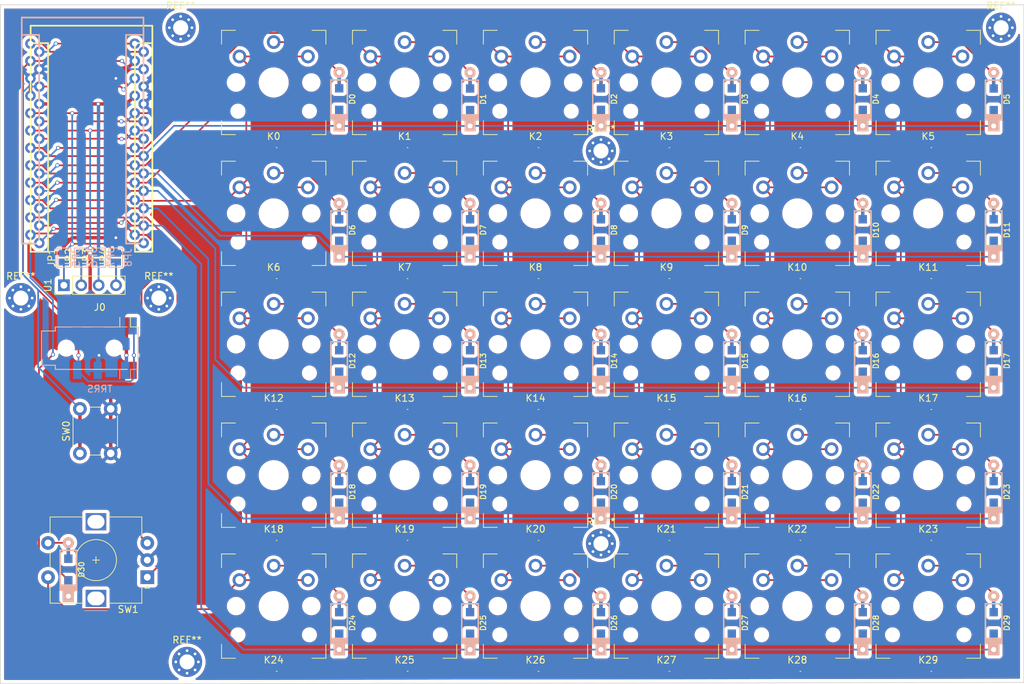
<source format=kicad_pcb>
(kicad_pcb (version 20171130) (host pcbnew "(5.1.8)-1")
  (layers (0 F.Cu signal) (31 B.Cu signal) (34 B.Paste user) (35 F.Paste user) (36 B.SilkS user) (37 F.SilkS user) (38 B.Mask user) (39 F.Mask user) (44 Edge.Cuts user))
  (net 0 "")
  (net 1 "Net-(D0-Pad2)")
  (net 2 ROW0)
  (net 3 "Net-(D1-Pad2)")
  (net 4 "Net-(D2-Pad2)")
  (net 5 "Net-(D3-Pad2)")
  (net 6 "Net-(D4-Pad2)")
  (net 7 "Net-(D5-Pad2)")
  (net 8 ROW1)
  (net 9 "Net-(D6-Pad2)")
  (net 10 "Net-(D7-Pad2)")
  (net 11 "Net-(D8-Pad2)")
  (net 12 "Net-(D9-Pad2)")
  (net 13 "Net-(D10-Pad2)")
  (net 14 "Net-(D11-Pad2)")
  (net 15 "Net-(D12-Pad2)")
  (net 16 ROW2)
  (net 17 "Net-(D13-Pad2)")
  (net 18 "Net-(D14-Pad2)")
  (net 19 "Net-(D15-Pad2)")
  (net 20 "Net-(D16-Pad2)")
  (net 21 "Net-(D17-Pad2)")
  (net 22 ROW3)
  (net 23 "Net-(D18-Pad2)")
  (net 24 "Net-(D19-Pad2)")
  (net 25 "Net-(D20-Pad2)")
  (net 26 "Net-(D21-Pad2)")
  (net 27 "Net-(D22-Pad2)")
  (net 28 "Net-(D23-Pad2)")
  (net 29 "Net-(D24-Pad2)")
  (net 30 ROW4)
  (net 31 "Net-(D25-Pad2)")
  (net 32 "Net-(D26-Pad2)")
  (net 33 "Net-(D27-Pad2)")
  (net 34 "Net-(D28-Pad2)")
  (net 35 "Net-(D29-Pad2)")
  (net 36 TRRS_DATA)
  (net 37 VCC)
  (net 38 COL5)
  (net 39 COL4)
  (net 40 COL3)
  (net 41 COL2)
  (net 42 COL1)
  (net 43 COL0)
  (net 44 RST)
  (net 45 SCL)
  (net 46 "Net-(U0-Pad1)")
  (net 47 "Net-(U0-Pad24)")
  (net 48 SDA)
  (net 49 GND)
  (net 50 "Net-(JP1-Pad1)")
  (net 51 "Net-(JP2-Pad1)")
  (net 52 "Net-(JP3-Pad1)")
  (net 53 "Net-(JP4-Pad1)")
  (net 54 encROW)
  (net 55 ROW5)
  (net 56 enc0DB)
  (net 57 enc0DA)
  (module MountingHole:MountingHole_2.2mm_M2_Pad_Via (layer F.Cu) (at 162.75 110.875)
    (fp_text reference REF** (at 0 -3.2) (layer F.SilkS))
    (fp_text value MountingHole_2.2mm_M2_Pad_Via)
    (pad 1 thru_hole circle (at 1.166726 -1.166726) (size 0.7 0.7) (drill 0.4) (layers *.Cu *.Mask))
    (pad 1 thru_hole circle (at 0 -1.65) (size 0.7 0.7) (drill 0.4) (layers *.Cu *.Mask))
    (pad 1 thru_hole circle (at -1.166726 -1.166726) (size 0.7 0.7) (drill 0.4) (layers *.Cu *.Mask))
    (pad 1 thru_hole circle (at -1.65 0) (size 0.7 0.7) (drill 0.4) (layers *.Cu *.Mask))
    (pad 1 thru_hole circle (at -1.166726 1.166726) (size 0.7 0.7) (drill 0.4) (layers *.Cu *.Mask))
    (pad 1 thru_hole circle (at 0 1.65) (size 0.7 0.7) (drill 0.4) (layers *.Cu *.Mask))
    (pad 1 thru_hole circle (at 1.166726 1.166726) (size 0.7 0.7) (drill 0.4) (layers *.Cu *.Mask))
    (pad 1 thru_hole circle (at 1.65 0) (size 0.7 0.7) (drill 0.4) (layers *.Cu *.Mask))
    (pad 1 thru_hole circle (at 0 0) (size 4.4 4.4) (drill 2.2) (layers *.Cu *.Mask))
  )
  (module MountingHole:MountingHole_2.2mm_M2_Pad_Via (layer F.Cu) (at 162.75 53.5)
    (fp_text reference REF** (at 0 -3.2) (layer F.SilkS))
    (fp_text value MountingHole_2.2mm_M2_Pad_Via)
    (pad 1 thru_hole circle (at 0 0) (size 4.4 4.4) (drill 2.2) (layers *.Cu *.Mask))
    (pad 1 thru_hole circle (at 1.65 0) (size 0.7 0.7) (drill 0.4) (layers *.Cu *.Mask))
    (pad 1 thru_hole circle (at 1.166726 1.166726) (size 0.7 0.7) (drill 0.4) (layers *.Cu *.Mask))
    (pad 1 thru_hole circle (at 0 1.65) (size 0.7 0.7) (drill 0.4) (layers *.Cu *.Mask))
    (pad 1 thru_hole circle (at -1.166726 1.166726) (size 0.7 0.7) (drill 0.4) (layers *.Cu *.Mask))
    (pad 1 thru_hole circle (at -1.65 0) (size 0.7 0.7) (drill 0.4) (layers *.Cu *.Mask))
    (pad 1 thru_hole circle (at -1.166726 -1.166726) (size 0.7 0.7) (drill 0.4) (layers *.Cu *.Mask))
    (pad 1 thru_hole circle (at 0 -1.65) (size 0.7 0.7) (drill 0.4) (layers *.Cu *.Mask))
    (pad 1 thru_hole circle (at 1.166726 -1.166726) (size 0.7 0.7) (drill 0.4) (layers *.Cu *.Mask))
  )
  (module MountingHole:MountingHole_2.2mm_M2_Pad_Via (layer F.Cu) (at 101.34375 35.5)
    (fp_text reference REF** (at 0 -3.2) (layer F.SilkS))
    (fp_text value MountingHole_2.2mm_M2_Pad_Via)
    (pad 1 thru_hole circle (at 1.166726 -1.166726) (size 0.7 0.7) (drill 0.4) (layers *.Cu *.Mask))
    (pad 1 thru_hole circle (at 0 -1.65) (size 0.7 0.7) (drill 0.4) (layers *.Cu *.Mask))
    (pad 1 thru_hole circle (at -1.166726 -1.166726) (size 0.7 0.7) (drill 0.4) (layers *.Cu *.Mask))
    (pad 1 thru_hole circle (at -1.65 0) (size 0.7 0.7) (drill 0.4) (layers *.Cu *.Mask))
    (pad 1 thru_hole circle (at -1.166726 1.166726) (size 0.7 0.7) (drill 0.4) (layers *.Cu *.Mask))
    (pad 1 thru_hole circle (at 0 1.65) (size 0.7 0.7) (drill 0.4) (layers *.Cu *.Mask))
    (pad 1 thru_hole circle (at 1.166726 1.166726) (size 0.7 0.7) (drill 0.4) (layers *.Cu *.Mask))
    (pad 1 thru_hole circle (at 1.65 0) (size 0.7 0.7) (drill 0.4) (layers *.Cu *.Mask))
    (pad 1 thru_hole circle (at 0 0) (size 4.4 4.4) (drill 2.2) (layers *.Cu *.Mask))
  )
  (module MountingHole:MountingHole_2.2mm_M2_Pad_Via (layer F.Cu) (at 102.28125 128.15625)
    (fp_text reference REF** (at 0 -3.2) (layer F.SilkS))
    (fp_text value MountingHole_2.2mm_M2_Pad_Via)
    (pad 1 thru_hole circle (at 0 0) (size 4.4 4.4) (drill 2.2) (layers *.Cu *.Mask))
    (pad 1 thru_hole circle (at 1.65 0) (size 0.7 0.7) (drill 0.4) (layers *.Cu *.Mask))
    (pad 1 thru_hole circle (at 1.166726 1.166726) (size 0.7 0.7) (drill 0.4) (layers *.Cu *.Mask))
    (pad 1 thru_hole circle (at 0 1.65) (size 0.7 0.7) (drill 0.4) (layers *.Cu *.Mask))
    (pad 1 thru_hole circle (at -1.166726 1.166726) (size 0.7 0.7) (drill 0.4) (layers *.Cu *.Mask))
    (pad 1 thru_hole circle (at -1.65 0) (size 0.7 0.7) (drill 0.4) (layers *.Cu *.Mask))
    (pad 1 thru_hole circle (at -1.166726 -1.166726) (size 0.7 0.7) (drill 0.4) (layers *.Cu *.Mask))
    (pad 1 thru_hole circle (at 0 -1.65) (size 0.7 0.7) (drill 0.4) (layers *.Cu *.Mask))
    (pad 1 thru_hole circle (at 1.166726 -1.166726) (size 0.7 0.7) (drill 0.4) (layers *.Cu *.Mask))
  )
  (module MountingHole:MountingHole_2.2mm_M2_Pad_Via (layer F.Cu) (at 221.208274 35.5)
    (fp_text reference REF** (at 0 -3.2) (layer F.SilkS))
    (fp_text value MountingHole_2.2mm_M2_Pad_Via)
    (pad 1 thru_hole circle (at 1.166726 -1.166726) (size 0.7 0.7) (drill 0.4) (layers *.Cu *.Mask))
    (pad 1 thru_hole circle (at 0 -1.65) (size 0.7 0.7) (drill 0.4) (layers *.Cu *.Mask))
    (pad 1 thru_hole circle (at -1.166726 -1.166726) (size 0.7 0.7) (drill 0.4) (layers *.Cu *.Mask))
    (pad 1 thru_hole circle (at -1.65 0) (size 0.7 0.7) (drill 0.4) (layers *.Cu *.Mask))
    (pad 1 thru_hole circle (at -1.166726 1.166726) (size 0.7 0.7) (drill 0.4) (layers *.Cu *.Mask))
    (pad 1 thru_hole circle (at 0 1.65) (size 0.7 0.7) (drill 0.4) (layers *.Cu *.Mask))
    (pad 1 thru_hole circle (at 1.166726 1.166726) (size 0.7 0.7) (drill 0.4) (layers *.Cu *.Mask))
    (pad 1 thru_hole circle (at 1.65 0) (size 0.7 0.7) (drill 0.4) (layers *.Cu *.Mask))
    (pad 1 thru_hole circle (at 0 0) (size 4.4 4.4) (drill 2.2) (layers *.Cu *.Mask))
  )
  (module MountingHole:MountingHole_2.2mm_M2_Pad_Via (layer F.Cu) (at 98.15625 75)
    (fp_text reference REF** (at 0 -3.2) (layer F.SilkS))
    (fp_text value MountingHole_2.2mm_M2_Pad_Via)
    (pad 1 thru_hole circle (at 0 0) (size 4.4 4.4) (drill 2.2) (layers *.Cu *.Mask))
    (pad 1 thru_hole circle (at 1.65 0) (size 0.7 0.7) (drill 0.4) (layers *.Cu *.Mask))
    (pad 1 thru_hole circle (at 1.166726 1.166726) (size 0.7 0.7) (drill 0.4) (layers *.Cu *.Mask))
    (pad 1 thru_hole circle (at 0 1.65) (size 0.7 0.7) (drill 0.4) (layers *.Cu *.Mask))
    (pad 1 thru_hole circle (at -1.166726 1.166726) (size 0.7 0.7) (drill 0.4) (layers *.Cu *.Mask))
    (pad 1 thru_hole circle (at -1.65 0) (size 0.7 0.7) (drill 0.4) (layers *.Cu *.Mask))
    (pad 1 thru_hole circle (at -1.166726 -1.166726) (size 0.7 0.7) (drill 0.4) (layers *.Cu *.Mask))
    (pad 1 thru_hole circle (at 0 -1.65) (size 0.7 0.7) (drill 0.4) (layers *.Cu *.Mask))
    (pad 1 thru_hole circle (at 1.166726 -1.166726) (size 0.7 0.7) (drill 0.4) (layers *.Cu *.Mask))
  )
  (module MountingHole:MountingHole_2.2mm_M2_Pad_Via (layer F.Cu) (at 78 75)
    (fp_text reference REF** (at 0 -3.2) (layer F.SilkS))
    (fp_text value MountingHole_2.2mm_M2_Pad_Via)
    (pad 1 thru_hole circle (at 1.166726 -1.166726) (size 0.7 0.7) (drill 0.4) (layers *.Cu *.Mask))
    (pad 1 thru_hole circle (at 0 -1.65) (size 0.7 0.7) (drill 0.4) (layers *.Cu *.Mask))
    (pad 1 thru_hole circle (at -1.166726 -1.166726) (size 0.7 0.7) (drill 0.4) (layers *.Cu *.Mask))
    (pad 1 thru_hole circle (at -1.65 0) (size 0.7 0.7) (drill 0.4) (layers *.Cu *.Mask))
    (pad 1 thru_hole circle (at -1.166726 1.166726) (size 0.7 0.7) (drill 0.4) (layers *.Cu *.Mask))
    (pad 1 thru_hole circle (at 0 1.65) (size 0.7 0.7) (drill 0.4) (layers *.Cu *.Mask))
    (pad 1 thru_hole circle (at 1.166726 1.166726) (size 0.7 0.7) (drill 0.4) (layers *.Cu *.Mask))
    (pad 1 thru_hole circle (at 1.65 0) (size 0.7 0.7) (drill 0.4) (layers *.Cu *.Mask))
    (pad 1 thru_hole circle (at 0 0) (size 4.4 4.4) (drill 2.2) (layers *.Cu *.Mask))
  )
  (module keyboard_parts:D_SOD123_axial_double (layer F.Cu) (at 124.5 45.9375 90)
    (fp_text reference D0 (at 0 1.925 90) (layer F.SilkS) (effects (font (size 0.8 0.8))))
    (fp_text value D hide)
    (pad 1 smd rect (at -1.575 0 90) (size 1.2 1.2) (layers B.Cu B.Paste B.Mask) (net 2 ROW0))
    (pad 2 smd rect (at 2.7 0 90) (size 2.5 0.5) (layers B.Cu) (net 1 "Net-(D0-Pad2)"))
    (pad 1 thru_hole rect (at -3.9 0 90) (size 1.6 1.6) (drill 0.7) (layers *.Cu *.Mask B.SilkS) (net 2 ROW0))
    (pad 2 smd rect (at 1.575 0 90) (size 1.2 1.2) (layers B.Cu B.Paste B.Mask) (net 1 "Net-(D0-Pad2)"))
    (pad 2 thru_hole circle (at 3.9 0 90) (size 1.6 1.6) (drill 0.7) (layers *.Cu *.Mask B.SilkS) (net 1 "Net-(D0-Pad2)"))
    (pad 1 smd rect (at -2.7 0 90) (size 2.5 0.5) (layers B.Cu) (net 2 ROW0))
    (pad 2 smd rect (at 2.7 0 90) (size 2.5 0.5) (layers F.Cu) (net 1 "Net-(D0-Pad2)"))
    (pad 1 smd rect (at -2.7 0 90) (size 2.5 0.5) (layers F.Cu) (net 2 ROW0))
    (pad 2 thru_hole circle (at 3.9 0 90) (size 1.6 1.6) (drill 0.7) (layers *.Cu *.Mask F.SilkS) (net 1 "Net-(D0-Pad2)"))
    (pad 1 thru_hole rect (at -3.9 0 90) (size 1.6 1.6) (drill 0.7) (layers *.Cu *.Mask F.SilkS) (net 2 ROW0))
    (pad 1 smd rect (at -1.575 0 90) (size 1.2 1.2) (layers F.Cu F.Paste F.Mask) (net 2 ROW0))
    (pad 2 smd rect (at 1.575 0 90) (size 1.2 1.2) (layers F.Cu F.Paste F.Mask) (net 1 "Net-(D0-Pad2)"))
  )
  (module keyboard_parts:D_SOD123_axial_double (layer F.Cu) (at 143.625 45.95625 90)
    (fp_text reference D1 (at 0 1.925 90) (layer F.SilkS) (effects (font (size 0.8 0.8))))
    (fp_text value D hide)
    (pad 2 smd rect (at 1.575 0 90) (size 1.2 1.2) (layers F.Cu F.Paste F.Mask) (net 3 "Net-(D1-Pad2)"))
    (pad 1 smd rect (at -1.575 0 90) (size 1.2 1.2) (layers F.Cu F.Paste F.Mask) (net 2 ROW0))
    (pad 1 thru_hole rect (at -3.9 0 90) (size 1.6 1.6) (drill 0.7) (layers *.Cu *.Mask F.SilkS) (net 2 ROW0))
    (pad 2 thru_hole circle (at 3.9 0 90) (size 1.6 1.6) (drill 0.7) (layers *.Cu *.Mask F.SilkS) (net 3 "Net-(D1-Pad2)"))
    (pad 1 smd rect (at -2.7 0 90) (size 2.5 0.5) (layers F.Cu) (net 2 ROW0))
    (pad 2 smd rect (at 2.7 0 90) (size 2.5 0.5) (layers F.Cu) (net 3 "Net-(D1-Pad2)"))
    (pad 1 smd rect (at -2.7 0 90) (size 2.5 0.5) (layers B.Cu) (net 2 ROW0))
    (pad 2 thru_hole circle (at 3.9 0 90) (size 1.6 1.6) (drill 0.7) (layers *.Cu *.Mask B.SilkS) (net 3 "Net-(D1-Pad2)"))
    (pad 2 smd rect (at 1.575 0 90) (size 1.2 1.2) (layers B.Cu B.Paste B.Mask) (net 3 "Net-(D1-Pad2)"))
    (pad 1 thru_hole rect (at -3.9 0 90) (size 1.6 1.6) (drill 0.7) (layers *.Cu *.Mask B.SilkS) (net 2 ROW0))
    (pad 2 smd rect (at 2.7 0 90) (size 2.5 0.5) (layers B.Cu) (net 3 "Net-(D1-Pad2)"))
    (pad 1 smd rect (at -1.575 0 90) (size 1.2 1.2) (layers B.Cu B.Paste B.Mask) (net 2 ROW0))
  )
  (module keyboard_parts:D_SOD123_axial_double (layer F.Cu) (at 162.75 45.9375 90)
    (fp_text reference D2 (at 0 1.925 90) (layer F.SilkS) (effects (font (size 0.8 0.8))))
    (fp_text value D hide)
    (pad 2 smd rect (at 1.575 0 90) (size 1.2 1.2) (layers F.Cu F.Paste F.Mask) (net 4 "Net-(D2-Pad2)"))
    (pad 1 smd rect (at -1.575 0 90) (size 1.2 1.2) (layers F.Cu F.Paste F.Mask) (net 2 ROW0))
    (pad 1 thru_hole rect (at -3.9 0 90) (size 1.6 1.6) (drill 0.7) (layers *.Cu *.Mask F.SilkS) (net 2 ROW0))
    (pad 2 thru_hole circle (at 3.9 0 90) (size 1.6 1.6) (drill 0.7) (layers *.Cu *.Mask F.SilkS) (net 4 "Net-(D2-Pad2)"))
    (pad 1 smd rect (at -2.7 0 90) (size 2.5 0.5) (layers F.Cu) (net 2 ROW0))
    (pad 2 smd rect (at 2.7 0 90) (size 2.5 0.5) (layers F.Cu) (net 4 "Net-(D2-Pad2)"))
    (pad 1 smd rect (at -2.7 0 90) (size 2.5 0.5) (layers B.Cu) (net 2 ROW0))
    (pad 2 thru_hole circle (at 3.9 0 90) (size 1.6 1.6) (drill 0.7) (layers *.Cu *.Mask B.SilkS) (net 4 "Net-(D2-Pad2)"))
    (pad 2 smd rect (at 1.575 0 90) (size 1.2 1.2) (layers B.Cu B.Paste B.Mask) (net 4 "Net-(D2-Pad2)"))
    (pad 1 thru_hole rect (at -3.9 0 90) (size 1.6 1.6) (drill 0.7) (layers *.Cu *.Mask B.SilkS) (net 2 ROW0))
    (pad 2 smd rect (at 2.7 0 90) (size 2.5 0.5) (layers B.Cu) (net 4 "Net-(D2-Pad2)"))
    (pad 1 smd rect (at -1.575 0 90) (size 1.2 1.2) (layers B.Cu B.Paste B.Mask) (net 2 ROW0))
  )
  (module keyboard_parts:D_SOD123_axial_double (layer F.Cu) (at 181.875 45.9375 90)
    (fp_text reference D3 (at 0 1.925 90) (layer F.SilkS) (effects (font (size 0.8 0.8))))
    (fp_text value D hide)
    (pad 1 smd rect (at -1.575 0 90) (size 1.2 1.2) (layers B.Cu B.Paste B.Mask) (net 2 ROW0))
    (pad 2 smd rect (at 2.7 0 90) (size 2.5 0.5) (layers B.Cu) (net 5 "Net-(D3-Pad2)"))
    (pad 1 thru_hole rect (at -3.9 0 90) (size 1.6 1.6) (drill 0.7) (layers *.Cu *.Mask B.SilkS) (net 2 ROW0))
    (pad 2 smd rect (at 1.575 0 90) (size 1.2 1.2) (layers B.Cu B.Paste B.Mask) (net 5 "Net-(D3-Pad2)"))
    (pad 2 thru_hole circle (at 3.9 0 90) (size 1.6 1.6) (drill 0.7) (layers *.Cu *.Mask B.SilkS) (net 5 "Net-(D3-Pad2)"))
    (pad 1 smd rect (at -2.7 0 90) (size 2.5 0.5) (layers B.Cu) (net 2 ROW0))
    (pad 2 smd rect (at 2.7 0 90) (size 2.5 0.5) (layers F.Cu) (net 5 "Net-(D3-Pad2)"))
    (pad 1 smd rect (at -2.7 0 90) (size 2.5 0.5) (layers F.Cu) (net 2 ROW0))
    (pad 2 thru_hole circle (at 3.9 0 90) (size 1.6 1.6) (drill 0.7) (layers *.Cu *.Mask F.SilkS) (net 5 "Net-(D3-Pad2)"))
    (pad 1 thru_hole rect (at -3.9 0 90) (size 1.6 1.6) (drill 0.7) (layers *.Cu *.Mask F.SilkS) (net 2 ROW0))
    (pad 1 smd rect (at -1.575 0 90) (size 1.2 1.2) (layers F.Cu F.Paste F.Mask) (net 2 ROW0))
    (pad 2 smd rect (at 1.575 0 90) (size 1.2 1.2) (layers F.Cu F.Paste F.Mask) (net 5 "Net-(D3-Pad2)"))
  )
  (module keyboard_parts:D_SOD123_axial_double (layer F.Cu) (at 201 45.9375 90)
    (fp_text reference D4 (at 0 1.925 90) (layer F.SilkS) (effects (font (size 0.8 0.8))))
    (fp_text value D hide)
    (pad 2 smd rect (at 1.575 0 90) (size 1.2 1.2) (layers F.Cu F.Paste F.Mask) (net 6 "Net-(D4-Pad2)"))
    (pad 1 smd rect (at -1.575 0 90) (size 1.2 1.2) (layers F.Cu F.Paste F.Mask) (net 2 ROW0))
    (pad 1 thru_hole rect (at -3.9 0 90) (size 1.6 1.6) (drill 0.7) (layers *.Cu *.Mask F.SilkS) (net 2 ROW0))
    (pad 2 thru_hole circle (at 3.9 0 90) (size 1.6 1.6) (drill 0.7) (layers *.Cu *.Mask F.SilkS) (net 6 "Net-(D4-Pad2)"))
    (pad 1 smd rect (at -2.7 0 90) (size 2.5 0.5) (layers F.Cu) (net 2 ROW0))
    (pad 2 smd rect (at 2.7 0 90) (size 2.5 0.5) (layers F.Cu) (net 6 "Net-(D4-Pad2)"))
    (pad 1 smd rect (at -2.7 0 90) (size 2.5 0.5) (layers B.Cu) (net 2 ROW0))
    (pad 2 thru_hole circle (at 3.9 0 90) (size 1.6 1.6) (drill 0.7) (layers *.Cu *.Mask B.SilkS) (net 6 "Net-(D4-Pad2)"))
    (pad 2 smd rect (at 1.575 0 90) (size 1.2 1.2) (layers B.Cu B.Paste B.Mask) (net 6 "Net-(D4-Pad2)"))
    (pad 1 thru_hole rect (at -3.9 0 90) (size 1.6 1.6) (drill 0.7) (layers *.Cu *.Mask B.SilkS) (net 2 ROW0))
    (pad 2 smd rect (at 2.7 0 90) (size 2.5 0.5) (layers B.Cu) (net 6 "Net-(D4-Pad2)"))
    (pad 1 smd rect (at -1.575 0 90) (size 1.2 1.2) (layers B.Cu B.Paste B.Mask) (net 2 ROW0))
  )
  (module keyboard_parts:D_SOD123_axial_double (layer F.Cu) (at 220.125 45.95625 90)
    (fp_text reference D5 (at 0 1.925 90) (layer F.SilkS) (effects (font (size 0.8 0.8))))
    (fp_text value D hide)
    (pad 2 smd rect (at 1.575 0 90) (size 1.2 1.2) (layers F.Cu F.Paste F.Mask) (net 7 "Net-(D5-Pad2)"))
    (pad 1 smd rect (at -1.575 0 90) (size 1.2 1.2) (layers F.Cu F.Paste F.Mask) (net 2 ROW0))
    (pad 1 thru_hole rect (at -3.9 0 90) (size 1.6 1.6) (drill 0.7) (layers *.Cu *.Mask F.SilkS) (net 2 ROW0))
    (pad 2 thru_hole circle (at 3.9 0 90) (size 1.6 1.6) (drill 0.7) (layers *.Cu *.Mask F.SilkS) (net 7 "Net-(D5-Pad2)"))
    (pad 1 smd rect (at -2.7 0 90) (size 2.5 0.5) (layers F.Cu) (net 2 ROW0))
    (pad 2 smd rect (at 2.7 0 90) (size 2.5 0.5) (layers F.Cu) (net 7 "Net-(D5-Pad2)"))
    (pad 1 smd rect (at -2.7 0 90) (size 2.5 0.5) (layers B.Cu) (net 2 ROW0))
    (pad 2 thru_hole circle (at 3.9 0 90) (size 1.6 1.6) (drill 0.7) (layers *.Cu *.Mask B.SilkS) (net 7 "Net-(D5-Pad2)"))
    (pad 2 smd rect (at 1.575 0 90) (size 1.2 1.2) (layers B.Cu B.Paste B.Mask) (net 7 "Net-(D5-Pad2)"))
    (pad 1 thru_hole rect (at -3.9 0 90) (size 1.6 1.6) (drill 0.7) (layers *.Cu *.Mask B.SilkS) (net 2 ROW0))
    (pad 2 smd rect (at 2.7 0 90) (size 2.5 0.5) (layers B.Cu) (net 7 "Net-(D5-Pad2)"))
    (pad 1 smd rect (at -1.575 0 90) (size 1.2 1.2) (layers B.Cu B.Paste B.Mask) (net 2 ROW0))
  )
  (module keyboard_parts:D_SOD123_axial_double (layer F.Cu) (at 124.5 65.0625 90)
    (fp_text reference D6 (at 0 1.925 90) (layer F.SilkS) (effects (font (size 0.8 0.8))))
    (fp_text value D hide)
    (pad 2 smd rect (at 1.575 0 90) (size 1.2 1.2) (layers F.Cu F.Paste F.Mask) (net 9 "Net-(D6-Pad2)"))
    (pad 1 smd rect (at -1.575 0 90) (size 1.2 1.2) (layers F.Cu F.Paste F.Mask) (net 8 ROW1))
    (pad 1 thru_hole rect (at -3.9 0 90) (size 1.6 1.6) (drill 0.7) (layers *.Cu *.Mask F.SilkS) (net 8 ROW1))
    (pad 2 thru_hole circle (at 3.9 0 90) (size 1.6 1.6) (drill 0.7) (layers *.Cu *.Mask F.SilkS) (net 9 "Net-(D6-Pad2)"))
    (pad 1 smd rect (at -2.7 0 90) (size 2.5 0.5) (layers F.Cu) (net 8 ROW1))
    (pad 2 smd rect (at 2.7 0 90) (size 2.5 0.5) (layers F.Cu) (net 9 "Net-(D6-Pad2)"))
    (pad 1 smd rect (at -2.7 0 90) (size 2.5 0.5) (layers B.Cu) (net 8 ROW1))
    (pad 2 thru_hole circle (at 3.9 0 90) (size 1.6 1.6) (drill 0.7) (layers *.Cu *.Mask B.SilkS) (net 9 "Net-(D6-Pad2)"))
    (pad 2 smd rect (at 1.575 0 90) (size 1.2 1.2) (layers B.Cu B.Paste B.Mask) (net 9 "Net-(D6-Pad2)"))
    (pad 1 thru_hole rect (at -3.9 0 90) (size 1.6 1.6) (drill 0.7) (layers *.Cu *.Mask B.SilkS) (net 8 ROW1))
    (pad 2 smd rect (at 2.7 0 90) (size 2.5 0.5) (layers B.Cu) (net 9 "Net-(D6-Pad2)"))
    (pad 1 smd rect (at -1.575 0 90) (size 1.2 1.2) (layers B.Cu B.Paste B.Mask) (net 8 ROW1))
  )
  (module keyboard_parts:D_SOD123_axial_double (layer F.Cu) (at 143.625 65.0625 90)
    (fp_text reference D7 (at 0 1.925 90) (layer F.SilkS) (effects (font (size 0.8 0.8))))
    (fp_text value D hide)
    (pad 1 smd rect (at -1.575 0 90) (size 1.2 1.2) (layers B.Cu B.Paste B.Mask) (net 8 ROW1))
    (pad 2 smd rect (at 2.7 0 90) (size 2.5 0.5) (layers B.Cu) (net 10 "Net-(D7-Pad2)"))
    (pad 1 thru_hole rect (at -3.9 0 90) (size 1.6 1.6) (drill 0.7) (layers *.Cu *.Mask B.SilkS) (net 8 ROW1))
    (pad 2 smd rect (at 1.575 0 90) (size 1.2 1.2) (layers B.Cu B.Paste B.Mask) (net 10 "Net-(D7-Pad2)"))
    (pad 2 thru_hole circle (at 3.9 0 90) (size 1.6 1.6) (drill 0.7) (layers *.Cu *.Mask B.SilkS) (net 10 "Net-(D7-Pad2)"))
    (pad 1 smd rect (at -2.7 0 90) (size 2.5 0.5) (layers B.Cu) (net 8 ROW1))
    (pad 2 smd rect (at 2.7 0 90) (size 2.5 0.5) (layers F.Cu) (net 10 "Net-(D7-Pad2)"))
    (pad 1 smd rect (at -2.7 0 90) (size 2.5 0.5) (layers F.Cu) (net 8 ROW1))
    (pad 2 thru_hole circle (at 3.9 0 90) (size 1.6 1.6) (drill 0.7) (layers *.Cu *.Mask F.SilkS) (net 10 "Net-(D7-Pad2)"))
    (pad 1 thru_hole rect (at -3.9 0 90) (size 1.6 1.6) (drill 0.7) (layers *.Cu *.Mask F.SilkS) (net 8 ROW1))
    (pad 1 smd rect (at -1.575 0 90) (size 1.2 1.2) (layers F.Cu F.Paste F.Mask) (net 8 ROW1))
    (pad 2 smd rect (at 1.575 0 90) (size 1.2 1.2) (layers F.Cu F.Paste F.Mask) (net 10 "Net-(D7-Pad2)"))
  )
  (module keyboard_parts:D_SOD123_axial_double (layer F.Cu) (at 162.75 65.0625 90)
    (fp_text reference D8 (at 0 1.925 90) (layer F.SilkS) (effects (font (size 0.8 0.8))))
    (fp_text value D hide)
    (pad 2 smd rect (at 1.575 0 90) (size 1.2 1.2) (layers F.Cu F.Paste F.Mask) (net 11 "Net-(D8-Pad2)"))
    (pad 1 smd rect (at -1.575 0 90) (size 1.2 1.2) (layers F.Cu F.Paste F.Mask) (net 8 ROW1))
    (pad 1 thru_hole rect (at -3.9 0 90) (size 1.6 1.6) (drill 0.7) (layers *.Cu *.Mask F.SilkS) (net 8 ROW1))
    (pad 2 thru_hole circle (at 3.9 0 90) (size 1.6 1.6) (drill 0.7) (layers *.Cu *.Mask F.SilkS) (net 11 "Net-(D8-Pad2)"))
    (pad 1 smd rect (at -2.7 0 90) (size 2.5 0.5) (layers F.Cu) (net 8 ROW1))
    (pad 2 smd rect (at 2.7 0 90) (size 2.5 0.5) (layers F.Cu) (net 11 "Net-(D8-Pad2)"))
    (pad 1 smd rect (at -2.7 0 90) (size 2.5 0.5) (layers B.Cu) (net 8 ROW1))
    (pad 2 thru_hole circle (at 3.9 0 90) (size 1.6 1.6) (drill 0.7) (layers *.Cu *.Mask B.SilkS) (net 11 "Net-(D8-Pad2)"))
    (pad 2 smd rect (at 1.575 0 90) (size 1.2 1.2) (layers B.Cu B.Paste B.Mask) (net 11 "Net-(D8-Pad2)"))
    (pad 1 thru_hole rect (at -3.9 0 90) (size 1.6 1.6) (drill 0.7) (layers *.Cu *.Mask B.SilkS) (net 8 ROW1))
    (pad 2 smd rect (at 2.7 0 90) (size 2.5 0.5) (layers B.Cu) (net 11 "Net-(D8-Pad2)"))
    (pad 1 smd rect (at -1.575 0 90) (size 1.2 1.2) (layers B.Cu B.Paste B.Mask) (net 8 ROW1))
  )
  (module keyboard_parts:D_SOD123_axial_double (layer F.Cu) (at 181.875 65.0625 90)
    (fp_text reference D9 (at 0 1.925 90) (layer F.SilkS) (effects (font (size 0.8 0.8))))
    (fp_text value D hide)
    (pad 1 smd rect (at -1.575 0 90) (size 1.2 1.2) (layers B.Cu B.Paste B.Mask) (net 8 ROW1))
    (pad 2 smd rect (at 2.7 0 90) (size 2.5 0.5) (layers B.Cu) (net 12 "Net-(D9-Pad2)"))
    (pad 1 thru_hole rect (at -3.9 0 90) (size 1.6 1.6) (drill 0.7) (layers *.Cu *.Mask B.SilkS) (net 8 ROW1))
    (pad 2 smd rect (at 1.575 0 90) (size 1.2 1.2) (layers B.Cu B.Paste B.Mask) (net 12 "Net-(D9-Pad2)"))
    (pad 2 thru_hole circle (at 3.9 0 90) (size 1.6 1.6) (drill 0.7) (layers *.Cu *.Mask B.SilkS) (net 12 "Net-(D9-Pad2)"))
    (pad 1 smd rect (at -2.7 0 90) (size 2.5 0.5) (layers B.Cu) (net 8 ROW1))
    (pad 2 smd rect (at 2.7 0 90) (size 2.5 0.5) (layers F.Cu) (net 12 "Net-(D9-Pad2)"))
    (pad 1 smd rect (at -2.7 0 90) (size 2.5 0.5) (layers F.Cu) (net 8 ROW1))
    (pad 2 thru_hole circle (at 3.9 0 90) (size 1.6 1.6) (drill 0.7) (layers *.Cu *.Mask F.SilkS) (net 12 "Net-(D9-Pad2)"))
    (pad 1 thru_hole rect (at -3.9 0 90) (size 1.6 1.6) (drill 0.7) (layers *.Cu *.Mask F.SilkS) (net 8 ROW1))
    (pad 1 smd rect (at -1.575 0 90) (size 1.2 1.2) (layers F.Cu F.Paste F.Mask) (net 8 ROW1))
    (pad 2 smd rect (at 1.575 0 90) (size 1.2 1.2) (layers F.Cu F.Paste F.Mask) (net 12 "Net-(D9-Pad2)"))
  )
  (module keyboard_parts:D_SOD123_axial_double (layer F.Cu) (at 201 65.0625 90)
    (fp_text reference D10 (at 0 1.925 90) (layer F.SilkS) (effects (font (size 0.8 0.8))))
    (fp_text value D hide)
    (pad 2 smd rect (at 1.575 0 90) (size 1.2 1.2) (layers F.Cu F.Paste F.Mask) (net 13 "Net-(D10-Pad2)"))
    (pad 1 smd rect (at -1.575 0 90) (size 1.2 1.2) (layers F.Cu F.Paste F.Mask) (net 8 ROW1))
    (pad 1 thru_hole rect (at -3.9 0 90) (size 1.6 1.6) (drill 0.7) (layers *.Cu *.Mask F.SilkS) (net 8 ROW1))
    (pad 2 thru_hole circle (at 3.9 0 90) (size 1.6 1.6) (drill 0.7) (layers *.Cu *.Mask F.SilkS) (net 13 "Net-(D10-Pad2)"))
    (pad 1 smd rect (at -2.7 0 90) (size 2.5 0.5) (layers F.Cu) (net 8 ROW1))
    (pad 2 smd rect (at 2.7 0 90) (size 2.5 0.5) (layers F.Cu) (net 13 "Net-(D10-Pad2)"))
    (pad 1 smd rect (at -2.7 0 90) (size 2.5 0.5) (layers B.Cu) (net 8 ROW1))
    (pad 2 thru_hole circle (at 3.9 0 90) (size 1.6 1.6) (drill 0.7) (layers *.Cu *.Mask B.SilkS) (net 13 "Net-(D10-Pad2)"))
    (pad 2 smd rect (at 1.575 0 90) (size 1.2 1.2) (layers B.Cu B.Paste B.Mask) (net 13 "Net-(D10-Pad2)"))
    (pad 1 thru_hole rect (at -3.9 0 90) (size 1.6 1.6) (drill 0.7) (layers *.Cu *.Mask B.SilkS) (net 8 ROW1))
    (pad 2 smd rect (at 2.7 0 90) (size 2.5 0.5) (layers B.Cu) (net 13 "Net-(D10-Pad2)"))
    (pad 1 smd rect (at -1.575 0 90) (size 1.2 1.2) (layers B.Cu B.Paste B.Mask) (net 8 ROW1))
  )
  (module keyboard_parts:D_SOD123_axial_double (layer F.Cu) (at 220.125 65.0625 90)
    (fp_text reference D11 (at 0 1.925 90) (layer F.SilkS) (effects (font (size 0.8 0.8))))
    (fp_text value D hide)
    (pad 1 smd rect (at -1.575 0 90) (size 1.2 1.2) (layers B.Cu B.Paste B.Mask) (net 8 ROW1))
    (pad 2 smd rect (at 2.7 0 90) (size 2.5 0.5) (layers B.Cu) (net 14 "Net-(D11-Pad2)"))
    (pad 1 thru_hole rect (at -3.9 0 90) (size 1.6 1.6) (drill 0.7) (layers *.Cu *.Mask B.SilkS) (net 8 ROW1))
    (pad 2 smd rect (at 1.575 0 90) (size 1.2 1.2) (layers B.Cu B.Paste B.Mask) (net 14 "Net-(D11-Pad2)"))
    (pad 2 thru_hole circle (at 3.9 0 90) (size 1.6 1.6) (drill 0.7) (layers *.Cu *.Mask B.SilkS) (net 14 "Net-(D11-Pad2)"))
    (pad 1 smd rect (at -2.7 0 90) (size 2.5 0.5) (layers B.Cu) (net 8 ROW1))
    (pad 2 smd rect (at 2.7 0 90) (size 2.5 0.5) (layers F.Cu) (net 14 "Net-(D11-Pad2)"))
    (pad 1 smd rect (at -2.7 0 90) (size 2.5 0.5) (layers F.Cu) (net 8 ROW1))
    (pad 2 thru_hole circle (at 3.9 0 90) (size 1.6 1.6) (drill 0.7) (layers *.Cu *.Mask F.SilkS) (net 14 "Net-(D11-Pad2)"))
    (pad 1 thru_hole rect (at -3.9 0 90) (size 1.6 1.6) (drill 0.7) (layers *.Cu *.Mask F.SilkS) (net 8 ROW1))
    (pad 1 smd rect (at -1.575 0 90) (size 1.2 1.2) (layers F.Cu F.Paste F.Mask) (net 8 ROW1))
    (pad 2 smd rect (at 1.575 0 90) (size 1.2 1.2) (layers F.Cu F.Paste F.Mask) (net 14 "Net-(D11-Pad2)"))
  )
  (module keyboard_parts:D_SOD123_axial_double (layer F.Cu) (at 124.5 84.1875 90)
    (fp_text reference D12 (at 0 1.925 90) (layer F.SilkS) (effects (font (size 0.8 0.8))))
    (fp_text value D hide)
    (pad 1 smd rect (at -1.575 0 90) (size 1.2 1.2) (layers B.Cu B.Paste B.Mask) (net 16 ROW2))
    (pad 2 smd rect (at 2.7 0 90) (size 2.5 0.5) (layers B.Cu) (net 15 "Net-(D12-Pad2)"))
    (pad 1 thru_hole rect (at -3.9 0 90) (size 1.6 1.6) (drill 0.7) (layers *.Cu *.Mask B.SilkS) (net 16 ROW2))
    (pad 2 smd rect (at 1.575 0 90) (size 1.2 1.2) (layers B.Cu B.Paste B.Mask) (net 15 "Net-(D12-Pad2)"))
    (pad 2 thru_hole circle (at 3.9 0 90) (size 1.6 1.6) (drill 0.7) (layers *.Cu *.Mask B.SilkS) (net 15 "Net-(D12-Pad2)"))
    (pad 1 smd rect (at -2.7 0 90) (size 2.5 0.5) (layers B.Cu) (net 16 ROW2))
    (pad 2 smd rect (at 2.7 0 90) (size 2.5 0.5) (layers F.Cu) (net 15 "Net-(D12-Pad2)"))
    (pad 1 smd rect (at -2.7 0 90) (size 2.5 0.5) (layers F.Cu) (net 16 ROW2))
    (pad 2 thru_hole circle (at 3.9 0 90) (size 1.6 1.6) (drill 0.7) (layers *.Cu *.Mask F.SilkS) (net 15 "Net-(D12-Pad2)"))
    (pad 1 thru_hole rect (at -3.9 0 90) (size 1.6 1.6) (drill 0.7) (layers *.Cu *.Mask F.SilkS) (net 16 ROW2))
    (pad 1 smd rect (at -1.575 0 90) (size 1.2 1.2) (layers F.Cu F.Paste F.Mask) (net 16 ROW2))
    (pad 2 smd rect (at 1.575 0 90) (size 1.2 1.2) (layers F.Cu F.Paste F.Mask) (net 15 "Net-(D12-Pad2)"))
  )
  (module keyboard_parts:D_SOD123_axial_double (layer F.Cu) (at 143.625 84.1875 90)
    (fp_text reference D13 (at 0 1.925 90) (layer F.SilkS) (effects (font (size 0.8 0.8))))
    (fp_text value D hide)
    (pad 1 smd rect (at -1.575 0 90) (size 1.2 1.2) (layers B.Cu B.Paste B.Mask) (net 16 ROW2))
    (pad 2 smd rect (at 2.7 0 90) (size 2.5 0.5) (layers B.Cu) (net 17 "Net-(D13-Pad2)"))
    (pad 1 thru_hole rect (at -3.9 0 90) (size 1.6 1.6) (drill 0.7) (layers *.Cu *.Mask B.SilkS) (net 16 ROW2))
    (pad 2 smd rect (at 1.575 0 90) (size 1.2 1.2) (layers B.Cu B.Paste B.Mask) (net 17 "Net-(D13-Pad2)"))
    (pad 2 thru_hole circle (at 3.9 0 90) (size 1.6 1.6) (drill 0.7) (layers *.Cu *.Mask B.SilkS) (net 17 "Net-(D13-Pad2)"))
    (pad 1 smd rect (at -2.7 0 90) (size 2.5 0.5) (layers B.Cu) (net 16 ROW2))
    (pad 2 smd rect (at 2.7 0 90) (size 2.5 0.5) (layers F.Cu) (net 17 "Net-(D13-Pad2)"))
    (pad 1 smd rect (at -2.7 0 90) (size 2.5 0.5) (layers F.Cu) (net 16 ROW2))
    (pad 2 thru_hole circle (at 3.9 0 90) (size 1.6 1.6) (drill 0.7) (layers *.Cu *.Mask F.SilkS) (net 17 "Net-(D13-Pad2)"))
    (pad 1 thru_hole rect (at -3.9 0 90) (size 1.6 1.6) (drill 0.7) (layers *.Cu *.Mask F.SilkS) (net 16 ROW2))
    (pad 1 smd rect (at -1.575 0 90) (size 1.2 1.2) (layers F.Cu F.Paste F.Mask) (net 16 ROW2))
    (pad 2 smd rect (at 1.575 0 90) (size 1.2 1.2) (layers F.Cu F.Paste F.Mask) (net 17 "Net-(D13-Pad2)"))
  )
  (module keyboard_parts:D_SOD123_axial_double (layer F.Cu) (at 162.75 84.1875 90)
    (fp_text reference D14 (at 0 1.925 90) (layer F.SilkS) (effects (font (size 0.8 0.8))))
    (fp_text value D hide)
    (pad 2 smd rect (at 1.575 0 90) (size 1.2 1.2) (layers F.Cu F.Paste F.Mask) (net 18 "Net-(D14-Pad2)"))
    (pad 1 smd rect (at -1.575 0 90) (size 1.2 1.2) (layers F.Cu F.Paste F.Mask) (net 16 ROW2))
    (pad 1 thru_hole rect (at -3.9 0 90) (size 1.6 1.6) (drill 0.7) (layers *.Cu *.Mask F.SilkS) (net 16 ROW2))
    (pad 2 thru_hole circle (at 3.9 0 90) (size 1.6 1.6) (drill 0.7) (layers *.Cu *.Mask F.SilkS) (net 18 "Net-(D14-Pad2)"))
    (pad 1 smd rect (at -2.7 0 90) (size 2.5 0.5) (layers F.Cu) (net 16 ROW2))
    (pad 2 smd rect (at 2.7 0 90) (size 2.5 0.5) (layers F.Cu) (net 18 "Net-(D14-Pad2)"))
    (pad 1 smd rect (at -2.7 0 90) (size 2.5 0.5) (layers B.Cu) (net 16 ROW2))
    (pad 2 thru_hole circle (at 3.9 0 90) (size 1.6 1.6) (drill 0.7) (layers *.Cu *.Mask B.SilkS) (net 18 "Net-(D14-Pad2)"))
    (pad 2 smd rect (at 1.575 0 90) (size 1.2 1.2) (layers B.Cu B.Paste B.Mask) (net 18 "Net-(D14-Pad2)"))
    (pad 1 thru_hole rect (at -3.9 0 90) (size 1.6 1.6) (drill 0.7) (layers *.Cu *.Mask B.SilkS) (net 16 ROW2))
    (pad 2 smd rect (at 2.7 0 90) (size 2.5 0.5) (layers B.Cu) (net 18 "Net-(D14-Pad2)"))
    (pad 1 smd rect (at -1.575 0 90) (size 1.2 1.2) (layers B.Cu B.Paste B.Mask) (net 16 ROW2))
  )
  (module keyboard_parts:D_SOD123_axial_double (layer F.Cu) (at 181.875 84.1875 90)
    (fp_text reference D15 (at 0 1.925 90) (layer F.SilkS) (effects (font (size 0.8 0.8))))
    (fp_text value D hide)
    (pad 1 smd rect (at -1.575 0 90) (size 1.2 1.2) (layers B.Cu B.Paste B.Mask) (net 16 ROW2))
    (pad 2 smd rect (at 2.7 0 90) (size 2.5 0.5) (layers B.Cu) (net 19 "Net-(D15-Pad2)"))
    (pad 1 thru_hole rect (at -3.9 0 90) (size 1.6 1.6) (drill 0.7) (layers *.Cu *.Mask B.SilkS) (net 16 ROW2))
    (pad 2 smd rect (at 1.575 0 90) (size 1.2 1.2) (layers B.Cu B.Paste B.Mask) (net 19 "Net-(D15-Pad2)"))
    (pad 2 thru_hole circle (at 3.9 0 90) (size 1.6 1.6) (drill 0.7) (layers *.Cu *.Mask B.SilkS) (net 19 "Net-(D15-Pad2)"))
    (pad 1 smd rect (at -2.7 0 90) (size 2.5 0.5) (layers B.Cu) (net 16 ROW2))
    (pad 2 smd rect (at 2.7 0 90) (size 2.5 0.5) (layers F.Cu) (net 19 "Net-(D15-Pad2)"))
    (pad 1 smd rect (at -2.7 0 90) (size 2.5 0.5) (layers F.Cu) (net 16 ROW2))
    (pad 2 thru_hole circle (at 3.9 0 90) (size 1.6 1.6) (drill 0.7) (layers *.Cu *.Mask F.SilkS) (net 19 "Net-(D15-Pad2)"))
    (pad 1 thru_hole rect (at -3.9 0 90) (size 1.6 1.6) (drill 0.7) (layers *.Cu *.Mask F.SilkS) (net 16 ROW2))
    (pad 1 smd rect (at -1.575 0 90) (size 1.2 1.2) (layers F.Cu F.Paste F.Mask) (net 16 ROW2))
    (pad 2 smd rect (at 1.575 0 90) (size 1.2 1.2) (layers F.Cu F.Paste F.Mask) (net 19 "Net-(D15-Pad2)"))
  )
  (module keyboard_parts:D_SOD123_axial_double (layer F.Cu) (at 201 84.1875 90)
    (fp_text reference D16 (at 0 1.925 90) (layer F.SilkS) (effects (font (size 0.8 0.8))))
    (fp_text value D hide)
    (pad 2 smd rect (at 1.575 0 90) (size 1.2 1.2) (layers F.Cu F.Paste F.Mask) (net 20 "Net-(D16-Pad2)"))
    (pad 1 smd rect (at -1.575 0 90) (size 1.2 1.2) (layers F.Cu F.Paste F.Mask) (net 16 ROW2))
    (pad 1 thru_hole rect (at -3.9 0 90) (size 1.6 1.6) (drill 0.7) (layers *.Cu *.Mask F.SilkS) (net 16 ROW2))
    (pad 2 thru_hole circle (at 3.9 0 90) (size 1.6 1.6) (drill 0.7) (layers *.Cu *.Mask F.SilkS) (net 20 "Net-(D16-Pad2)"))
    (pad 1 smd rect (at -2.7 0 90) (size 2.5 0.5) (layers F.Cu) (net 16 ROW2))
    (pad 2 smd rect (at 2.7 0 90) (size 2.5 0.5) (layers F.Cu) (net 20 "Net-(D16-Pad2)"))
    (pad 1 smd rect (at -2.7 0 90) (size 2.5 0.5) (layers B.Cu) (net 16 ROW2))
    (pad 2 thru_hole circle (at 3.9 0 90) (size 1.6 1.6) (drill 0.7) (layers *.Cu *.Mask B.SilkS) (net 20 "Net-(D16-Pad2)"))
    (pad 2 smd rect (at 1.575 0 90) (size 1.2 1.2) (layers B.Cu B.Paste B.Mask) (net 20 "Net-(D16-Pad2)"))
    (pad 1 thru_hole rect (at -3.9 0 90) (size 1.6 1.6) (drill 0.7) (layers *.Cu *.Mask B.SilkS) (net 16 ROW2))
    (pad 2 smd rect (at 2.7 0 90) (size 2.5 0.5) (layers B.Cu) (net 20 "Net-(D16-Pad2)"))
    (pad 1 smd rect (at -1.575 0 90) (size 1.2 1.2) (layers B.Cu B.Paste B.Mask) (net 16 ROW2))
  )
  (module keyboard_parts:D_SOD123_axial_double (layer F.Cu) (at 220.125 84.1875 90)
    (fp_text reference D17 (at 0 1.925 90) (layer F.SilkS) (effects (font (size 0.8 0.8))))
    (fp_text value D hide)
    (pad 1 smd rect (at -1.575 0 90) (size 1.2 1.2) (layers B.Cu B.Paste B.Mask) (net 16 ROW2))
    (pad 2 smd rect (at 2.7 0 90) (size 2.5 0.5) (layers B.Cu) (net 21 "Net-(D17-Pad2)"))
    (pad 1 thru_hole rect (at -3.9 0 90) (size 1.6 1.6) (drill 0.7) (layers *.Cu *.Mask B.SilkS) (net 16 ROW2))
    (pad 2 smd rect (at 1.575 0 90) (size 1.2 1.2) (layers B.Cu B.Paste B.Mask) (net 21 "Net-(D17-Pad2)"))
    (pad 2 thru_hole circle (at 3.9 0 90) (size 1.6 1.6) (drill 0.7) (layers *.Cu *.Mask B.SilkS) (net 21 "Net-(D17-Pad2)"))
    (pad 1 smd rect (at -2.7 0 90) (size 2.5 0.5) (layers B.Cu) (net 16 ROW2))
    (pad 2 smd rect (at 2.7 0 90) (size 2.5 0.5) (layers F.Cu) (net 21 "Net-(D17-Pad2)"))
    (pad 1 smd rect (at -2.7 0 90) (size 2.5 0.5) (layers F.Cu) (net 16 ROW2))
    (pad 2 thru_hole circle (at 3.9 0 90) (size 1.6 1.6) (drill 0.7) (layers *.Cu *.Mask F.SilkS) (net 21 "Net-(D17-Pad2)"))
    (pad 1 thru_hole rect (at -3.9 0 90) (size 1.6 1.6) (drill 0.7) (layers *.Cu *.Mask F.SilkS) (net 16 ROW2))
    (pad 1 smd rect (at -1.575 0 90) (size 1.2 1.2) (layers F.Cu F.Paste F.Mask) (net 16 ROW2))
    (pad 2 smd rect (at 1.575 0 90) (size 1.2 1.2) (layers F.Cu F.Paste F.Mask) (net 21 "Net-(D17-Pad2)"))
  )
  (module keyboard_parts:D_SOD123_axial_double (layer F.Cu) (at 124.5 103.3125 90)
    (fp_text reference D18 (at 0 1.925 90) (layer F.SilkS) (effects (font (size 0.8 0.8))))
    (fp_text value D hide)
    (pad 2 smd rect (at 1.575 0 90) (size 1.2 1.2) (layers F.Cu F.Paste F.Mask) (net 23 "Net-(D18-Pad2)"))
    (pad 1 smd rect (at -1.575 0 90) (size 1.2 1.2) (layers F.Cu F.Paste F.Mask) (net 22 ROW3))
    (pad 1 thru_hole rect (at -3.9 0 90) (size 1.6 1.6) (drill 0.7) (layers *.Cu *.Mask F.SilkS) (net 22 ROW3))
    (pad 2 thru_hole circle (at 3.9 0 90) (size 1.6 1.6) (drill 0.7) (layers *.Cu *.Mask F.SilkS) (net 23 "Net-(D18-Pad2)"))
    (pad 1 smd rect (at -2.7 0 90) (size 2.5 0.5) (layers F.Cu) (net 22 ROW3))
    (pad 2 smd rect (at 2.7 0 90) (size 2.5 0.5) (layers F.Cu) (net 23 "Net-(D18-Pad2)"))
    (pad 1 smd rect (at -2.7 0 90) (size 2.5 0.5) (layers B.Cu) (net 22 ROW3))
    (pad 2 thru_hole circle (at 3.9 0 90) (size 1.6 1.6) (drill 0.7) (layers *.Cu *.Mask B.SilkS) (net 23 "Net-(D18-Pad2)"))
    (pad 2 smd rect (at 1.575 0 90) (size 1.2 1.2) (layers B.Cu B.Paste B.Mask) (net 23 "Net-(D18-Pad2)"))
    (pad 1 thru_hole rect (at -3.9 0 90) (size 1.6 1.6) (drill 0.7) (layers *.Cu *.Mask B.SilkS) (net 22 ROW3))
    (pad 2 smd rect (at 2.7 0 90) (size 2.5 0.5) (layers B.Cu) (net 23 "Net-(D18-Pad2)"))
    (pad 1 smd rect (at -1.575 0 90) (size 1.2 1.2) (layers B.Cu B.Paste B.Mask) (net 22 ROW3))
  )
  (module keyboard_parts:D_SOD123_axial_double (layer F.Cu) (at 143.625 103.3125 90)
    (fp_text reference D19 (at 0 1.925 90) (layer F.SilkS) (effects (font (size 0.8 0.8))))
    (fp_text value D hide)
    (pad 1 smd rect (at -1.575 0 90) (size 1.2 1.2) (layers B.Cu B.Paste B.Mask) (net 22 ROW3))
    (pad 2 smd rect (at 2.7 0 90) (size 2.5 0.5) (layers B.Cu) (net 24 "Net-(D19-Pad2)"))
    (pad 1 thru_hole rect (at -3.9 0 90) (size 1.6 1.6) (drill 0.7) (layers *.Cu *.Mask B.SilkS) (net 22 ROW3))
    (pad 2 smd rect (at 1.575 0 90) (size 1.2 1.2) (layers B.Cu B.Paste B.Mask) (net 24 "Net-(D19-Pad2)"))
    (pad 2 thru_hole circle (at 3.9 0 90) (size 1.6 1.6) (drill 0.7) (layers *.Cu *.Mask B.SilkS) (net 24 "Net-(D19-Pad2)"))
    (pad 1 smd rect (at -2.7 0 90) (size 2.5 0.5) (layers B.Cu) (net 22 ROW3))
    (pad 2 smd rect (at 2.7 0 90) (size 2.5 0.5) (layers F.Cu) (net 24 "Net-(D19-Pad2)"))
    (pad 1 smd rect (at -2.7 0 90) (size 2.5 0.5) (layers F.Cu) (net 22 ROW3))
    (pad 2 thru_hole circle (at 3.9 0 90) (size 1.6 1.6) (drill 0.7) (layers *.Cu *.Mask F.SilkS) (net 24 "Net-(D19-Pad2)"))
    (pad 1 thru_hole rect (at -3.9 0 90) (size 1.6 1.6) (drill 0.7) (layers *.Cu *.Mask F.SilkS) (net 22 ROW3))
    (pad 1 smd rect (at -1.575 0 90) (size 1.2 1.2) (layers F.Cu F.Paste F.Mask) (net 22 ROW3))
    (pad 2 smd rect (at 1.575 0 90) (size 1.2 1.2) (layers F.Cu F.Paste F.Mask) (net 24 "Net-(D19-Pad2)"))
  )
  (module keyboard_parts:D_SOD123_axial_double (layer F.Cu) (at 162.75 103.3125 90)
    (fp_text reference D20 (at 0 1.925 90) (layer F.SilkS) (effects (font (size 0.8 0.8))))
    (fp_text value D hide)
    (pad 2 smd rect (at 1.575 0 90) (size 1.2 1.2) (layers F.Cu F.Paste F.Mask) (net 25 "Net-(D20-Pad2)"))
    (pad 1 smd rect (at -1.575 0 90) (size 1.2 1.2) (layers F.Cu F.Paste F.Mask) (net 22 ROW3))
    (pad 1 thru_hole rect (at -3.9 0 90) (size 1.6 1.6) (drill 0.7) (layers *.Cu *.Mask F.SilkS) (net 22 ROW3))
    (pad 2 thru_hole circle (at 3.9 0 90) (size 1.6 1.6) (drill 0.7) (layers *.Cu *.Mask F.SilkS) (net 25 "Net-(D20-Pad2)"))
    (pad 1 smd rect (at -2.7 0 90) (size 2.5 0.5) (layers F.Cu) (net 22 ROW3))
    (pad 2 smd rect (at 2.7 0 90) (size 2.5 0.5) (layers F.Cu) (net 25 "Net-(D20-Pad2)"))
    (pad 1 smd rect (at -2.7 0 90) (size 2.5 0.5) (layers B.Cu) (net 22 ROW3))
    (pad 2 thru_hole circle (at 3.9 0 90) (size 1.6 1.6) (drill 0.7) (layers *.Cu *.Mask B.SilkS) (net 25 "Net-(D20-Pad2)"))
    (pad 2 smd rect (at 1.575 0 90) (size 1.2 1.2) (layers B.Cu B.Paste B.Mask) (net 25 "Net-(D20-Pad2)"))
    (pad 1 thru_hole rect (at -3.9 0 90) (size 1.6 1.6) (drill 0.7) (layers *.Cu *.Mask B.SilkS) (net 22 ROW3))
    (pad 2 smd rect (at 2.7 0 90) (size 2.5 0.5) (layers B.Cu) (net 25 "Net-(D20-Pad2)"))
    (pad 1 smd rect (at -1.575 0 90) (size 1.2 1.2) (layers B.Cu B.Paste B.Mask) (net 22 ROW3))
  )
  (module keyboard_parts:D_SOD123_axial_double (layer F.Cu) (at 181.875 103.3125 90)
    (fp_text reference D21 (at 0 1.925 90) (layer F.SilkS) (effects (font (size 0.8 0.8))))
    (fp_text value D hide)
    (pad 1 smd rect (at -1.575 0 90) (size 1.2 1.2) (layers B.Cu B.Paste B.Mask) (net 22 ROW3))
    (pad 2 smd rect (at 2.7 0 90) (size 2.5 0.5) (layers B.Cu) (net 26 "Net-(D21-Pad2)"))
    (pad 1 thru_hole rect (at -3.9 0 90) (size 1.6 1.6) (drill 0.7) (layers *.Cu *.Mask B.SilkS) (net 22 ROW3))
    (pad 2 smd rect (at 1.575 0 90) (size 1.2 1.2) (layers B.Cu B.Paste B.Mask) (net 26 "Net-(D21-Pad2)"))
    (pad 2 thru_hole circle (at 3.9 0 90) (size 1.6 1.6) (drill 0.7) (layers *.Cu *.Mask B.SilkS) (net 26 "Net-(D21-Pad2)"))
    (pad 1 smd rect (at -2.7 0 90) (size 2.5 0.5) (layers B.Cu) (net 22 ROW3))
    (pad 2 smd rect (at 2.7 0 90) (size 2.5 0.5) (layers F.Cu) (net 26 "Net-(D21-Pad2)"))
    (pad 1 smd rect (at -2.7 0 90) (size 2.5 0.5) (layers F.Cu) (net 22 ROW3))
    (pad 2 thru_hole circle (at 3.9 0 90) (size 1.6 1.6) (drill 0.7) (layers *.Cu *.Mask F.SilkS) (net 26 "Net-(D21-Pad2)"))
    (pad 1 thru_hole rect (at -3.9 0 90) (size 1.6 1.6) (drill 0.7) (layers *.Cu *.Mask F.SilkS) (net 22 ROW3))
    (pad 1 smd rect (at -1.575 0 90) (size 1.2 1.2) (layers F.Cu F.Paste F.Mask) (net 22 ROW3))
    (pad 2 smd rect (at 1.575 0 90) (size 1.2 1.2) (layers F.Cu F.Paste F.Mask) (net 26 "Net-(D21-Pad2)"))
  )
  (module keyboard_parts:D_SOD123_axial_double (layer F.Cu) (at 201 103.3125 90)
    (fp_text reference D22 (at 0 1.925 90) (layer F.SilkS) (effects (font (size 0.8 0.8))))
    (fp_text value D hide)
    (pad 2 smd rect (at 1.575 0 90) (size 1.2 1.2) (layers F.Cu F.Paste F.Mask) (net 27 "Net-(D22-Pad2)"))
    (pad 1 smd rect (at -1.575 0 90) (size 1.2 1.2) (layers F.Cu F.Paste F.Mask) (net 22 ROW3))
    (pad 1 thru_hole rect (at -3.9 0 90) (size 1.6 1.6) (drill 0.7) (layers *.Cu *.Mask F.SilkS) (net 22 ROW3))
    (pad 2 thru_hole circle (at 3.9 0 90) (size 1.6 1.6) (drill 0.7) (layers *.Cu *.Mask F.SilkS) (net 27 "Net-(D22-Pad2)"))
    (pad 1 smd rect (at -2.7 0 90) (size 2.5 0.5) (layers F.Cu) (net 22 ROW3))
    (pad 2 smd rect (at 2.7 0 90) (size 2.5 0.5) (layers F.Cu) (net 27 "Net-(D22-Pad2)"))
    (pad 1 smd rect (at -2.7 0 90) (size 2.5 0.5) (layers B.Cu) (net 22 ROW3))
    (pad 2 thru_hole circle (at 3.9 0 90) (size 1.6 1.6) (drill 0.7) (layers *.Cu *.Mask B.SilkS) (net 27 "Net-(D22-Pad2)"))
    (pad 2 smd rect (at 1.575 0 90) (size 1.2 1.2) (layers B.Cu B.Paste B.Mask) (net 27 "Net-(D22-Pad2)"))
    (pad 1 thru_hole rect (at -3.9 0 90) (size 1.6 1.6) (drill 0.7) (layers *.Cu *.Mask B.SilkS) (net 22 ROW3))
    (pad 2 smd rect (at 2.7 0 90) (size 2.5 0.5) (layers B.Cu) (net 27 "Net-(D22-Pad2)"))
    (pad 1 smd rect (at -1.575 0 90) (size 1.2 1.2) (layers B.Cu B.Paste B.Mask) (net 22 ROW3))
  )
  (module keyboard_parts:D_SOD123_axial_double (layer F.Cu) (at 220.125 103.3125 90)
    (fp_text reference D23 (at 0 1.925 90) (layer F.SilkS) (effects (font (size 0.8 0.8))))
    (fp_text value D hide)
    (pad 1 smd rect (at -1.575 0 90) (size 1.2 1.2) (layers B.Cu B.Paste B.Mask) (net 22 ROW3))
    (pad 2 smd rect (at 2.7 0 90) (size 2.5 0.5) (layers B.Cu) (net 28 "Net-(D23-Pad2)"))
    (pad 1 thru_hole rect (at -3.9 0 90) (size 1.6 1.6) (drill 0.7) (layers *.Cu *.Mask B.SilkS) (net 22 ROW3))
    (pad 2 smd rect (at 1.575 0 90) (size 1.2 1.2) (layers B.Cu B.Paste B.Mask) (net 28 "Net-(D23-Pad2)"))
    (pad 2 thru_hole circle (at 3.9 0 90) (size 1.6 1.6) (drill 0.7) (layers *.Cu *.Mask B.SilkS) (net 28 "Net-(D23-Pad2)"))
    (pad 1 smd rect (at -2.7 0 90) (size 2.5 0.5) (layers B.Cu) (net 22 ROW3))
    (pad 2 smd rect (at 2.7 0 90) (size 2.5 0.5) (layers F.Cu) (net 28 "Net-(D23-Pad2)"))
    (pad 1 smd rect (at -2.7 0 90) (size 2.5 0.5) (layers F.Cu) (net 22 ROW3))
    (pad 2 thru_hole circle (at 3.9 0 90) (size 1.6 1.6) (drill 0.7) (layers *.Cu *.Mask F.SilkS) (net 28 "Net-(D23-Pad2)"))
    (pad 1 thru_hole rect (at -3.9 0 90) (size 1.6 1.6) (drill 0.7) (layers *.Cu *.Mask F.SilkS) (net 22 ROW3))
    (pad 1 smd rect (at -1.575 0 90) (size 1.2 1.2) (layers F.Cu F.Paste F.Mask) (net 22 ROW3))
    (pad 2 smd rect (at 1.575 0 90) (size 1.2 1.2) (layers F.Cu F.Paste F.Mask) (net 28 "Net-(D23-Pad2)"))
  )
  (module keyboard_parts:D_SOD123_axial_double (layer F.Cu) (at 124.5 122.45625 90)
    (fp_text reference D24 (at 0 1.925 90) (layer F.SilkS) (effects (font (size 0.8 0.8))))
    (fp_text value D hide)
    (pad 1 smd rect (at -1.575 0 90) (size 1.2 1.2) (layers B.Cu B.Paste B.Mask) (net 30 ROW4))
    (pad 2 smd rect (at 2.7 0 90) (size 2.5 0.5) (layers B.Cu) (net 29 "Net-(D24-Pad2)"))
    (pad 1 thru_hole rect (at -3.9 0 90) (size 1.6 1.6) (drill 0.7) (layers *.Cu *.Mask B.SilkS) (net 30 ROW4))
    (pad 2 smd rect (at 1.575 0 90) (size 1.2 1.2) (layers B.Cu B.Paste B.Mask) (net 29 "Net-(D24-Pad2)"))
    (pad 2 thru_hole circle (at 3.9 0 90) (size 1.6 1.6) (drill 0.7) (layers *.Cu *.Mask B.SilkS) (net 29 "Net-(D24-Pad2)"))
    (pad 1 smd rect (at -2.7 0 90) (size 2.5 0.5) (layers B.Cu) (net 30 ROW4))
    (pad 2 smd rect (at 2.7 0 90) (size 2.5 0.5) (layers F.Cu) (net 29 "Net-(D24-Pad2)"))
    (pad 1 smd rect (at -2.7 0 90) (size 2.5 0.5) (layers F.Cu) (net 30 ROW4))
    (pad 2 thru_hole circle (at 3.9 0 90) (size 1.6 1.6) (drill 0.7) (layers *.Cu *.Mask F.SilkS) (net 29 "Net-(D24-Pad2)"))
    (pad 1 thru_hole rect (at -3.9 0 90) (size 1.6 1.6) (drill 0.7) (layers *.Cu *.Mask F.SilkS) (net 30 ROW4))
    (pad 1 smd rect (at -1.575 0 90) (size 1.2 1.2) (layers F.Cu F.Paste F.Mask) (net 30 ROW4))
    (pad 2 smd rect (at 1.575 0 90) (size 1.2 1.2) (layers F.Cu F.Paste F.Mask) (net 29 "Net-(D24-Pad2)"))
  )
  (module keyboard_parts:D_SOD123_axial_double (layer F.Cu) (at 143.625 122.45625 90)
    (fp_text reference D25 (at 0 1.925 90) (layer F.SilkS) (effects (font (size 0.8 0.8))))
    (fp_text value D hide)
    (pad 2 smd rect (at 1.575 0 90) (size 1.2 1.2) (layers F.Cu F.Paste F.Mask) (net 31 "Net-(D25-Pad2)"))
    (pad 1 smd rect (at -1.575 0 90) (size 1.2 1.2) (layers F.Cu F.Paste F.Mask) (net 30 ROW4))
    (pad 1 thru_hole rect (at -3.9 0 90) (size 1.6 1.6) (drill 0.7) (layers *.Cu *.Mask F.SilkS) (net 30 ROW4))
    (pad 2 thru_hole circle (at 3.9 0 90) (size 1.6 1.6) (drill 0.7) (layers *.Cu *.Mask F.SilkS) (net 31 "Net-(D25-Pad2)"))
    (pad 1 smd rect (at -2.7 0 90) (size 2.5 0.5) (layers F.Cu) (net 30 ROW4))
    (pad 2 smd rect (at 2.7 0 90) (size 2.5 0.5) (layers F.Cu) (net 31 "Net-(D25-Pad2)"))
    (pad 1 smd rect (at -2.7 0 90) (size 2.5 0.5) (layers B.Cu) (net 30 ROW4))
    (pad 2 thru_hole circle (at 3.9 0 90) (size 1.6 1.6) (drill 0.7) (layers *.Cu *.Mask B.SilkS) (net 31 "Net-(D25-Pad2)"))
    (pad 2 smd rect (at 1.575 0 90) (size 1.2 1.2) (layers B.Cu B.Paste B.Mask) (net 31 "Net-(D25-Pad2)"))
    (pad 1 thru_hole rect (at -3.9 0 90) (size 1.6 1.6) (drill 0.7) (layers *.Cu *.Mask B.SilkS) (net 30 ROW4))
    (pad 2 smd rect (at 2.7 0 90) (size 2.5 0.5) (layers B.Cu) (net 31 "Net-(D25-Pad2)"))
    (pad 1 smd rect (at -1.575 0 90) (size 1.2 1.2) (layers B.Cu B.Paste B.Mask) (net 30 ROW4))
  )
  (module keyboard_parts:D_SOD123_axial_double (layer F.Cu) (at 162.75 122.45625 90)
    (fp_text reference D26 (at 0 1.925 90) (layer F.SilkS) (effects (font (size 0.8 0.8))))
    (fp_text value D hide)
    (pad 1 smd rect (at -1.575 0 90) (size 1.2 1.2) (layers B.Cu B.Paste B.Mask) (net 30 ROW4))
    (pad 2 smd rect (at 2.7 0 90) (size 2.5 0.5) (layers B.Cu) (net 32 "Net-(D26-Pad2)"))
    (pad 1 thru_hole rect (at -3.9 0 90) (size 1.6 1.6) (drill 0.7) (layers *.Cu *.Mask B.SilkS) (net 30 ROW4))
    (pad 2 smd rect (at 1.575 0 90) (size 1.2 1.2) (layers B.Cu B.Paste B.Mask) (net 32 "Net-(D26-Pad2)"))
    (pad 2 thru_hole circle (at 3.9 0 90) (size 1.6 1.6) (drill 0.7) (layers *.Cu *.Mask B.SilkS) (net 32 "Net-(D26-Pad2)"))
    (pad 1 smd rect (at -2.7 0 90) (size 2.5 0.5) (layers B.Cu) (net 30 ROW4))
    (pad 2 smd rect (at 2.7 0 90) (size 2.5 0.5) (layers F.Cu) (net 32 "Net-(D26-Pad2)"))
    (pad 1 smd rect (at -2.7 0 90) (size 2.5 0.5) (layers F.Cu) (net 30 ROW4))
    (pad 2 thru_hole circle (at 3.9 0 90) (size 1.6 1.6) (drill 0.7) (layers *.Cu *.Mask F.SilkS) (net 32 "Net-(D26-Pad2)"))
    (pad 1 thru_hole rect (at -3.9 0 90) (size 1.6 1.6) (drill 0.7) (layers *.Cu *.Mask F.SilkS) (net 30 ROW4))
    (pad 1 smd rect (at -1.575 0 90) (size 1.2 1.2) (layers F.Cu F.Paste F.Mask) (net 30 ROW4))
    (pad 2 smd rect (at 1.575 0 90) (size 1.2 1.2) (layers F.Cu F.Paste F.Mask) (net 32 "Net-(D26-Pad2)"))
  )
  (module keyboard_parts:D_SOD123_axial_double (layer F.Cu) (at 181.875 122.45625 90)
    (fp_text reference D27 (at 0 1.925 90) (layer F.SilkS) (effects (font (size 0.8 0.8))))
    (fp_text value D hide)
    (pad 2 smd rect (at 1.575 0 90) (size 1.2 1.2) (layers F.Cu F.Paste F.Mask) (net 33 "Net-(D27-Pad2)"))
    (pad 1 smd rect (at -1.575 0 90) (size 1.2 1.2) (layers F.Cu F.Paste F.Mask) (net 30 ROW4))
    (pad 1 thru_hole rect (at -3.9 0 90) (size 1.6 1.6) (drill 0.7) (layers *.Cu *.Mask F.SilkS) (net 30 ROW4))
    (pad 2 thru_hole circle (at 3.9 0 90) (size 1.6 1.6) (drill 0.7) (layers *.Cu *.Mask F.SilkS) (net 33 "Net-(D27-Pad2)"))
    (pad 1 smd rect (at -2.7 0 90) (size 2.5 0.5) (layers F.Cu) (net 30 ROW4))
    (pad 2 smd rect (at 2.7 0 90) (size 2.5 0.5) (layers F.Cu) (net 33 "Net-(D27-Pad2)"))
    (pad 1 smd rect (at -2.7 0 90) (size 2.5 0.5) (layers B.Cu) (net 30 ROW4))
    (pad 2 thru_hole circle (at 3.9 0 90) (size 1.6 1.6) (drill 0.7) (layers *.Cu *.Mask B.SilkS) (net 33 "Net-(D27-Pad2)"))
    (pad 2 smd rect (at 1.575 0 90) (size 1.2 1.2) (layers B.Cu B.Paste B.Mask) (net 33 "Net-(D27-Pad2)"))
    (pad 1 thru_hole rect (at -3.9 0 90) (size 1.6 1.6) (drill 0.7) (layers *.Cu *.Mask B.SilkS) (net 30 ROW4))
    (pad 2 smd rect (at 2.7 0 90) (size 2.5 0.5) (layers B.Cu) (net 33 "Net-(D27-Pad2)"))
    (pad 1 smd rect (at -1.575 0 90) (size 1.2 1.2) (layers B.Cu B.Paste B.Mask) (net 30 ROW4))
  )
  (module keyboard_parts:D_SOD123_axial_double (layer F.Cu) (at 201 122.45625 90)
    (fp_text reference D28 (at 0 1.925 90) (layer F.SilkS) (effects (font (size 0.8 0.8))))
    (fp_text value D hide)
    (pad 1 smd rect (at -1.575 0 90) (size 1.2 1.2) (layers B.Cu B.Paste B.Mask) (net 30 ROW4))
    (pad 2 smd rect (at 2.7 0 90) (size 2.5 0.5) (layers B.Cu) (net 34 "Net-(D28-Pad2)"))
    (pad 1 thru_hole rect (at -3.9 0 90) (size 1.6 1.6) (drill 0.7) (layers *.Cu *.Mask B.SilkS) (net 30 ROW4))
    (pad 2 smd rect (at 1.575 0 90) (size 1.2 1.2) (layers B.Cu B.Paste B.Mask) (net 34 "Net-(D28-Pad2)"))
    (pad 2 thru_hole circle (at 3.9 0 90) (size 1.6 1.6) (drill 0.7) (layers *.Cu *.Mask B.SilkS) (net 34 "Net-(D28-Pad2)"))
    (pad 1 smd rect (at -2.7 0 90) (size 2.5 0.5) (layers B.Cu) (net 30 ROW4))
    (pad 2 smd rect (at 2.7 0 90) (size 2.5 0.5) (layers F.Cu) (net 34 "Net-(D28-Pad2)"))
    (pad 1 smd rect (at -2.7 0 90) (size 2.5 0.5) (layers F.Cu) (net 30 ROW4))
    (pad 2 thru_hole circle (at 3.9 0 90) (size 1.6 1.6) (drill 0.7) (layers *.Cu *.Mask F.SilkS) (net 34 "Net-(D28-Pad2)"))
    (pad 1 thru_hole rect (at -3.9 0 90) (size 1.6 1.6) (drill 0.7) (layers *.Cu *.Mask F.SilkS) (net 30 ROW4))
    (pad 1 smd rect (at -1.575 0 90) (size 1.2 1.2) (layers F.Cu F.Paste F.Mask) (net 30 ROW4))
    (pad 2 smd rect (at 1.575 0 90) (size 1.2 1.2) (layers F.Cu F.Paste F.Mask) (net 34 "Net-(D28-Pad2)"))
  )
  (module keyboard_parts:D_SOD123_axial_double (layer F.Cu) (at 220.125 122.45625 90)
    (fp_text reference D29 (at 0 1.925 90) (layer F.SilkS) (effects (font (size 0.8 0.8))))
    (fp_text value D hide)
    (pad 2 smd rect (at 1.575 0 90) (size 1.2 1.2) (layers F.Cu F.Paste F.Mask) (net 35 "Net-(D29-Pad2)"))
    (pad 1 smd rect (at -1.575 0 90) (size 1.2 1.2) (layers F.Cu F.Paste F.Mask) (net 30 ROW4))
    (pad 1 thru_hole rect (at -3.9 0 90) (size 1.6 1.6) (drill 0.7) (layers *.Cu *.Mask F.SilkS) (net 30 ROW4))
    (pad 2 thru_hole circle (at 3.9 0 90) (size 1.6 1.6) (drill 0.7) (layers *.Cu *.Mask F.SilkS) (net 35 "Net-(D29-Pad2)"))
    (pad 1 smd rect (at -2.7 0 90) (size 2.5 0.5) (layers F.Cu) (net 30 ROW4))
    (pad 2 smd rect (at 2.7 0 90) (size 2.5 0.5) (layers F.Cu) (net 35 "Net-(D29-Pad2)"))
    (pad 1 smd rect (at -2.7 0 90) (size 2.5 0.5) (layers B.Cu) (net 30 ROW4))
    (pad 2 thru_hole circle (at 3.9 0 90) (size 1.6 1.6) (drill 0.7) (layers *.Cu *.Mask B.SilkS) (net 35 "Net-(D29-Pad2)"))
    (pad 2 smd rect (at 1.575 0 90) (size 1.2 1.2) (layers B.Cu B.Paste B.Mask) (net 35 "Net-(D29-Pad2)"))
    (pad 1 thru_hole rect (at -3.9 0 90) (size 1.6 1.6) (drill 0.7) (layers *.Cu *.Mask B.SilkS) (net 30 ROW4))
    (pad 2 smd rect (at 2.7 0 90) (size 2.5 0.5) (layers B.Cu) (net 35 "Net-(D29-Pad2)"))
    (pad 1 smd rect (at -1.575 0 90) (size 1.2 1.2) (layers B.Cu B.Paste B.Mask) (net 30 ROW4))
  )
  (module keyboard_parts:Jack_3.5mm_PJ320D_double (layer F.Cu) (at 89.53125 82.3125 90)
    (fp_text reference J0 (at 5.969 0 180) (layer F.SilkS))
    (fp_text value TRRS)
    (fp_text user TRRS (at -5.969 0 180) (layer B.SilkS) (effects (justify mirror)))
    (pad S smd rect (at -3.25 4.798) (size 1.2 2.5) (layers F.Cu F.Paste F.Mask) (net 36 TRRS_DATA))
    (pad T smd rect (at 3.25 3.698) (size 1.2 2.5) (layers F.Cu F.Paste F.Mask) (net 37 VCC))
    (pad R1 smd rect (at 3.25 -0.302) (size 1.2 2.5) (layers F.Cu F.Paste F.Mask) (net 49 GND))
    (pad R2 smd rect (at 3.25 -3.302) (size 1.2 2.5) (layers F.Cu F.Paste F.Mask) (net 36 TRRS_DATA))
    (pad "" np_thru_hole circle (at 0 -4.902) (size 1.5 1.5) (drill 1.5) (layers *.Cu *.Mask))
    (pad "" np_thru_hole circle (at 0 2.098) (size 1.5 1.5) (drill 1.5) (layers *.Cu *.Mask))
    (pad R2 smd rect (at -3.25 -3.302) (size 1.2 2.5) (layers B.Cu B.Paste B.Mask) (net 36 TRRS_DATA))
    (pad "" np_thru_hole circle (at 0 2.098) (size 1.5 1.5) (drill 1.5) (layers *.Cu *.Mask))
    (pad "" np_thru_hole circle (at 0 -4.902) (size 1.5 1.5) (drill 1.5) (layers *.Cu *.Mask))
    (pad R1 smd rect (at -3.25 -0.302) (size 1.2 2.5) (layers B.Cu B.Paste B.Mask) (net 49 GND))
    (pad T smd rect (at -3.25 3.698) (size 1.2 2.5) (layers B.Cu B.Paste B.Mask) (net 37 VCC))
    (pad S smd rect (at 3.25 4.798 180) (size 1.2 2.5) (layers B.Cu B.Paste B.Mask) (net 36 TRRS_DATA))
  )
  (module keebs:Kailh_Choc_100_Reversible (layer F.Cu) (at 114.9375 43.5)
    (fp_text reference K0 (at 0 7.874) (layer F.SilkS))
    (fp_text value KEYSW)
    (pad "" np_thru_hole circle (at 5.22 4.2 180) (size 1.2 1.2) (drill 1.2) (layers *.Cu *.Mask))
    (pad "" np_thru_hole circle (at -5.22 4.2 180) (size 1.2 1.2) (drill 1.2) (layers *.Cu *.Mask))
    (pad 2 thru_hole circle (at 5 -3.8 41.9) (size 2 2) (drill 1.2) (layers *.Cu *.Mask) (net 38 COL5))
    (pad 2 thru_hole circle (at -5 -3.8 41.9) (size 2 2) (drill 1.2) (layers *.Cu *.Mask) (net 38 COL5))
    (pad 1 thru_hole circle (at 0 -5.9 180) (size 2 2) (drill 1.2) (layers *.Cu *.Mask) (net 1 "Net-(D0-Pad2)"))
    (pad "" np_thru_hole circle (at -5.5 0 180) (size 1.7 1.7) (drill 1.7) (layers *.Cu *.Mask))
    (pad "" np_thru_hole circle (at 5.5 0 180) (size 1.7 1.7) (drill 1.7) (layers *.Cu *.Mask))
    (pad "" np_thru_hole circle (at 0 0 41.9) (size 3.4 3.4) (drill 3.4) (layers *.Cu *.Mask))
  )
  (module keebs:Kailh_Choc_100_Reversible (layer F.Cu) (at 134.0625 43.5)
    (fp_text reference K1 (at 0 7.874) (layer F.SilkS))
    (fp_text value KEYSW)
    (pad "" np_thru_hole circle (at 5.22 4.2 180) (size 1.2 1.2) (drill 1.2) (layers *.Cu *.Mask))
    (pad "" np_thru_hole circle (at -5.22 4.2 180) (size 1.2 1.2) (drill 1.2) (layers *.Cu *.Mask))
    (pad 2 thru_hole circle (at 5 -3.8 41.9) (size 2 2) (drill 1.2) (layers *.Cu *.Mask) (net 39 COL4))
    (pad 2 thru_hole circle (at -5 -3.8 41.9) (size 2 2) (drill 1.2) (layers *.Cu *.Mask) (net 39 COL4))
    (pad 1 thru_hole circle (at 0 -5.9 180) (size 2 2) (drill 1.2) (layers *.Cu *.Mask) (net 3 "Net-(D1-Pad2)"))
    (pad "" np_thru_hole circle (at -5.5 0 180) (size 1.7 1.7) (drill 1.7) (layers *.Cu *.Mask))
    (pad "" np_thru_hole circle (at 5.5 0 180) (size 1.7 1.7) (drill 1.7) (layers *.Cu *.Mask))
    (pad "" np_thru_hole circle (at 0 0 41.9) (size 3.4 3.4) (drill 3.4) (layers *.Cu *.Mask))
  )
  (module keebs:Kailh_Choc_100_Reversible (layer F.Cu) (at 153.1875 43.5)
    (fp_text reference K2 (at 0 7.874) (layer F.SilkS))
    (fp_text value KEYSW)
    (pad "" np_thru_hole circle (at 0 0 41.9) (size 3.4 3.4) (drill 3.4) (layers *.Cu *.Mask))
    (pad "" np_thru_hole circle (at 5.5 0 180) (size 1.7 1.7) (drill 1.7) (layers *.Cu *.Mask))
    (pad "" np_thru_hole circle (at -5.5 0 180) (size 1.7 1.7) (drill 1.7) (layers *.Cu *.Mask))
    (pad 1 thru_hole circle (at 0 -5.9 180) (size 2 2) (drill 1.2) (layers *.Cu *.Mask) (net 4 "Net-(D2-Pad2)"))
    (pad 2 thru_hole circle (at -5 -3.8 41.9) (size 2 2) (drill 1.2) (layers *.Cu *.Mask) (net 40 COL3))
    (pad 2 thru_hole circle (at 5 -3.8 41.9) (size 2 2) (drill 1.2) (layers *.Cu *.Mask) (net 40 COL3))
    (pad "" np_thru_hole circle (at -5.22 4.2 180) (size 1.2 1.2) (drill 1.2) (layers *.Cu *.Mask))
    (pad "" np_thru_hole circle (at 5.22 4.2 180) (size 1.2 1.2) (drill 1.2) (layers *.Cu *.Mask))
  )
  (module keebs:Kailh_Choc_100_Reversible (layer F.Cu) (at 172.3125 43.5)
    (fp_text reference K3 (at 0 7.874) (layer F.SilkS))
    (fp_text value KEYSW)
    (pad "" np_thru_hole circle (at 5.22 4.2 180) (size 1.2 1.2) (drill 1.2) (layers *.Cu *.Mask))
    (pad "" np_thru_hole circle (at -5.22 4.2 180) (size 1.2 1.2) (drill 1.2) (layers *.Cu *.Mask))
    (pad 2 thru_hole circle (at 5 -3.8 41.9) (size 2 2) (drill 1.2) (layers *.Cu *.Mask) (net 41 COL2))
    (pad 2 thru_hole circle (at -5 -3.8 41.9) (size 2 2) (drill 1.2) (layers *.Cu *.Mask) (net 41 COL2))
    (pad 1 thru_hole circle (at 0 -5.9 180) (size 2 2) (drill 1.2) (layers *.Cu *.Mask) (net 5 "Net-(D3-Pad2)"))
    (pad "" np_thru_hole circle (at -5.5 0 180) (size 1.7 1.7) (drill 1.7) (layers *.Cu *.Mask))
    (pad "" np_thru_hole circle (at 5.5 0 180) (size 1.7 1.7) (drill 1.7) (layers *.Cu *.Mask))
    (pad "" np_thru_hole circle (at 0 0 41.9) (size 3.4 3.4) (drill 3.4) (layers *.Cu *.Mask))
  )
  (module keebs:Kailh_Choc_100_Reversible (layer F.Cu) (at 191.4375 43.5)
    (fp_text reference K4 (at 0 7.874) (layer F.SilkS))
    (fp_text value KEYSW)
    (pad "" np_thru_hole circle (at 0 0 41.9) (size 3.4 3.4) (drill 3.4) (layers *.Cu *.Mask))
    (pad "" np_thru_hole circle (at 5.5 0 180) (size 1.7 1.7) (drill 1.7) (layers *.Cu *.Mask))
    (pad "" np_thru_hole circle (at -5.5 0 180) (size 1.7 1.7) (drill 1.7) (layers *.Cu *.Mask))
    (pad 1 thru_hole circle (at 0 -5.9 180) (size 2 2) (drill 1.2) (layers *.Cu *.Mask) (net 6 "Net-(D4-Pad2)"))
    (pad 2 thru_hole circle (at -5 -3.8 41.9) (size 2 2) (drill 1.2) (layers *.Cu *.Mask) (net 42 COL1))
    (pad 2 thru_hole circle (at 5 -3.8 41.9) (size 2 2) (drill 1.2) (layers *.Cu *.Mask) (net 42 COL1))
    (pad "" np_thru_hole circle (at -5.22 4.2 180) (size 1.2 1.2) (drill 1.2) (layers *.Cu *.Mask))
    (pad "" np_thru_hole circle (at 5.22 4.2 180) (size 1.2 1.2) (drill 1.2) (layers *.Cu *.Mask))
  )
  (module keebs:Kailh_Choc_100_Reversible (layer F.Cu) (at 210.5625 43.5)
    (fp_text reference K5 (at 0 7.874) (layer F.SilkS))
    (fp_text value KEYSW)
    (pad "" np_thru_hole circle (at 5.22 4.2 180) (size 1.2 1.2) (drill 1.2) (layers *.Cu *.Mask))
    (pad "" np_thru_hole circle (at -5.22 4.2 180) (size 1.2 1.2) (drill 1.2) (layers *.Cu *.Mask))
    (pad 2 thru_hole circle (at 5 -3.8 41.9) (size 2 2) (drill 1.2) (layers *.Cu *.Mask) (net 43 COL0))
    (pad 2 thru_hole circle (at -5 -3.8 41.9) (size 2 2) (drill 1.2) (layers *.Cu *.Mask) (net 43 COL0))
    (pad 1 thru_hole circle (at 0 -5.9 180) (size 2 2) (drill 1.2) (layers *.Cu *.Mask) (net 7 "Net-(D5-Pad2)"))
    (pad "" np_thru_hole circle (at -5.5 0 180) (size 1.7 1.7) (drill 1.7) (layers *.Cu *.Mask))
    (pad "" np_thru_hole circle (at 5.5 0 180) (size 1.7 1.7) (drill 1.7) (layers *.Cu *.Mask))
    (pad "" np_thru_hole circle (at 0 0 41.9) (size 3.4 3.4) (drill 3.4) (layers *.Cu *.Mask))
  )
  (module keebs:Kailh_Choc_100_Reversible (layer F.Cu) (at 114.9375 62.625)
    (fp_text reference K6 (at 0 7.874) (layer F.SilkS))
    (fp_text value KEYSW)
    (pad "" np_thru_hole circle (at 0 0 41.9) (size 3.4 3.4) (drill 3.4) (layers *.Cu *.Mask))
    (pad "" np_thru_hole circle (at 5.5 0 180) (size 1.7 1.7) (drill 1.7) (layers *.Cu *.Mask))
    (pad "" np_thru_hole circle (at -5.5 0 180) (size 1.7 1.7) (drill 1.7) (layers *.Cu *.Mask))
    (pad 1 thru_hole circle (at 0 -5.9 180) (size 2 2) (drill 1.2) (layers *.Cu *.Mask) (net 9 "Net-(D6-Pad2)"))
    (pad 2 thru_hole circle (at -5 -3.8 41.9) (size 2 2) (drill 1.2) (layers *.Cu *.Mask) (net 38 COL5))
    (pad 2 thru_hole circle (at 5 -3.8 41.9) (size 2 2) (drill 1.2) (layers *.Cu *.Mask) (net 38 COL5))
    (pad "" np_thru_hole circle (at -5.22 4.2 180) (size 1.2 1.2) (drill 1.2) (layers *.Cu *.Mask))
    (pad "" np_thru_hole circle (at 5.22 4.2 180) (size 1.2 1.2) (drill 1.2) (layers *.Cu *.Mask))
  )
  (module keebs:Kailh_Choc_100_Reversible (layer F.Cu) (at 134.0625 62.625)
    (fp_text reference K7 (at 0 7.874) (layer F.SilkS))
    (fp_text value KEYSW)
    (pad "" np_thru_hole circle (at 0 0 41.9) (size 3.4 3.4) (drill 3.4) (layers *.Cu *.Mask))
    (pad "" np_thru_hole circle (at 5.5 0 180) (size 1.7 1.7) (drill 1.7) (layers *.Cu *.Mask))
    (pad "" np_thru_hole circle (at -5.5 0 180) (size 1.7 1.7) (drill 1.7) (layers *.Cu *.Mask))
    (pad 1 thru_hole circle (at 0 -5.9 180) (size 2 2) (drill 1.2) (layers *.Cu *.Mask) (net 10 "Net-(D7-Pad2)"))
    (pad 2 thru_hole circle (at -5 -3.8 41.9) (size 2 2) (drill 1.2) (layers *.Cu *.Mask) (net 39 COL4))
    (pad 2 thru_hole circle (at 5 -3.8 41.9) (size 2 2) (drill 1.2) (layers *.Cu *.Mask) (net 39 COL4))
    (pad "" np_thru_hole circle (at -5.22 4.2 180) (size 1.2 1.2) (drill 1.2) (layers *.Cu *.Mask))
    (pad "" np_thru_hole circle (at 5.22 4.2 180) (size 1.2 1.2) (drill 1.2) (layers *.Cu *.Mask))
  )
  (module keebs:Kailh_Choc_100_Reversible (layer F.Cu) (at 153.1875 62.625)
    (fp_text reference K8 (at 0 7.874) (layer F.SilkS))
    (fp_text value KEYSW)
    (pad "" np_thru_hole circle (at 5.22 4.2 180) (size 1.2 1.2) (drill 1.2) (layers *.Cu *.Mask))
    (pad "" np_thru_hole circle (at -5.22 4.2 180) (size 1.2 1.2) (drill 1.2) (layers *.Cu *.Mask))
    (pad 2 thru_hole circle (at 5 -3.8 41.9) (size 2 2) (drill 1.2) (layers *.Cu *.Mask) (net 40 COL3))
    (pad 2 thru_hole circle (at -5 -3.8 41.9) (size 2 2) (drill 1.2) (layers *.Cu *.Mask) (net 40 COL3))
    (pad 1 thru_hole circle (at 0 -5.9 180) (size 2 2) (drill 1.2) (layers *.Cu *.Mask) (net 11 "Net-(D8-Pad2)"))
    (pad "" np_thru_hole circle (at -5.5 0 180) (size 1.7 1.7) (drill 1.7) (layers *.Cu *.Mask))
    (pad "" np_thru_hole circle (at 5.5 0 180) (size 1.7 1.7) (drill 1.7) (layers *.Cu *.Mask))
    (pad "" np_thru_hole circle (at 0 0 41.9) (size 3.4 3.4) (drill 3.4) (layers *.Cu *.Mask))
  )
  (module keebs:Kailh_Choc_100_Reversible (layer F.Cu) (at 172.3125 62.625)
    (fp_text reference K9 (at 0 7.874) (layer F.SilkS))
    (fp_text value KEYSW)
    (pad "" np_thru_hole circle (at 0 0 41.9) (size 3.4 3.4) (drill 3.4) (layers *.Cu *.Mask))
    (pad "" np_thru_hole circle (at 5.5 0 180) (size 1.7 1.7) (drill 1.7) (layers *.Cu *.Mask))
    (pad "" np_thru_hole circle (at -5.5 0 180) (size 1.7 1.7) (drill 1.7) (layers *.Cu *.Mask))
    (pad 1 thru_hole circle (at 0 -5.9 180) (size 2 2) (drill 1.2) (layers *.Cu *.Mask) (net 12 "Net-(D9-Pad2)"))
    (pad 2 thru_hole circle (at -5 -3.8 41.9) (size 2 2) (drill 1.2) (layers *.Cu *.Mask) (net 41 COL2))
    (pad 2 thru_hole circle (at 5 -3.8 41.9) (size 2 2) (drill 1.2) (layers *.Cu *.Mask) (net 41 COL2))
    (pad "" np_thru_hole circle (at -5.22 4.2 180) (size 1.2 1.2) (drill 1.2) (layers *.Cu *.Mask))
    (pad "" np_thru_hole circle (at 5.22 4.2 180) (size 1.2 1.2) (drill 1.2) (layers *.Cu *.Mask))
  )
  (module keebs:Kailh_Choc_100_Reversible (layer F.Cu) (at 191.4375 62.625)
    (fp_text reference K10 (at 0 7.874) (layer F.SilkS))
    (fp_text value KEYSW)
    (pad "" np_thru_hole circle (at 5.22 4.2 180) (size 1.2 1.2) (drill 1.2) (layers *.Cu *.Mask))
    (pad "" np_thru_hole circle (at -5.22 4.2 180) (size 1.2 1.2) (drill 1.2) (layers *.Cu *.Mask))
    (pad 2 thru_hole circle (at 5 -3.8 41.9) (size 2 2) (drill 1.2) (layers *.Cu *.Mask) (net 42 COL1))
    (pad 2 thru_hole circle (at -5 -3.8 41.9) (size 2 2) (drill 1.2) (layers *.Cu *.Mask) (net 42 COL1))
    (pad 1 thru_hole circle (at 0 -5.9 180) (size 2 2) (drill 1.2) (layers *.Cu *.Mask) (net 13 "Net-(D10-Pad2)"))
    (pad "" np_thru_hole circle (at -5.5 0 180) (size 1.7 1.7) (drill 1.7) (layers *.Cu *.Mask))
    (pad "" np_thru_hole circle (at 5.5 0 180) (size 1.7 1.7) (drill 1.7) (layers *.Cu *.Mask))
    (pad "" np_thru_hole circle (at 0 0 41.9) (size 3.4 3.4) (drill 3.4) (layers *.Cu *.Mask))
  )
  (module keebs:Kailh_Choc_100_Reversible (layer F.Cu) (at 210.5625 62.625)
    (fp_text reference K11 (at 0 7.874) (layer F.SilkS))
    (fp_text value KEYSW)
    (pad "" np_thru_hole circle (at 0 0 41.9) (size 3.4 3.4) (drill 3.4) (layers *.Cu *.Mask))
    (pad "" np_thru_hole circle (at 5.5 0 180) (size 1.7 1.7) (drill 1.7) (layers *.Cu *.Mask))
    (pad "" np_thru_hole circle (at -5.5 0 180) (size 1.7 1.7) (drill 1.7) (layers *.Cu *.Mask))
    (pad 1 thru_hole circle (at 0 -5.9 180) (size 2 2) (drill 1.2) (layers *.Cu *.Mask) (net 14 "Net-(D11-Pad2)"))
    (pad 2 thru_hole circle (at -5 -3.8 41.9) (size 2 2) (drill 1.2) (layers *.Cu *.Mask) (net 43 COL0))
    (pad 2 thru_hole circle (at 5 -3.8 41.9) (size 2 2) (drill 1.2) (layers *.Cu *.Mask) (net 43 COL0))
    (pad "" np_thru_hole circle (at -5.22 4.2 180) (size 1.2 1.2) (drill 1.2) (layers *.Cu *.Mask))
    (pad "" np_thru_hole circle (at 5.22 4.2 180) (size 1.2 1.2) (drill 1.2) (layers *.Cu *.Mask))
  )
  (module keebs:Kailh_Choc_100_Reversible (layer F.Cu) (at 114.9375 81.75)
    (fp_text reference K12 (at 0 7.874) (layer F.SilkS))
    (fp_text value KEYSW)
    (pad "" np_thru_hole circle (at 5.22 4.2 180) (size 1.2 1.2) (drill 1.2) (layers *.Cu *.Mask))
    (pad "" np_thru_hole circle (at -5.22 4.2 180) (size 1.2 1.2) (drill 1.2) (layers *.Cu *.Mask))
    (pad 2 thru_hole circle (at 5 -3.8 41.9) (size 2 2) (drill 1.2) (layers *.Cu *.Mask) (net 38 COL5))
    (pad 2 thru_hole circle (at -5 -3.8 41.9) (size 2 2) (drill 1.2) (layers *.Cu *.Mask) (net 38 COL5))
    (pad 1 thru_hole circle (at 0 -5.9 180) (size 2 2) (drill 1.2) (layers *.Cu *.Mask) (net 15 "Net-(D12-Pad2)"))
    (pad "" np_thru_hole circle (at -5.5 0 180) (size 1.7 1.7) (drill 1.7) (layers *.Cu *.Mask))
    (pad "" np_thru_hole circle (at 5.5 0 180) (size 1.7 1.7) (drill 1.7) (layers *.Cu *.Mask))
    (pad "" np_thru_hole circle (at 0 0 41.9) (size 3.4 3.4) (drill 3.4) (layers *.Cu *.Mask))
  )
  (module keebs:Kailh_Choc_100_Reversible (layer F.Cu) (at 134.0625 81.75)
    (fp_text reference K13 (at 0 7.874) (layer F.SilkS))
    (fp_text value KEYSW)
    (pad "" np_thru_hole circle (at 5.22 4.2 180) (size 1.2 1.2) (drill 1.2) (layers *.Cu *.Mask))
    (pad "" np_thru_hole circle (at -5.22 4.2 180) (size 1.2 1.2) (drill 1.2) (layers *.Cu *.Mask))
    (pad 2 thru_hole circle (at 5 -3.8 41.9) (size 2 2) (drill 1.2) (layers *.Cu *.Mask) (net 39 COL4))
    (pad 2 thru_hole circle (at -5 -3.8 41.9) (size 2 2) (drill 1.2) (layers *.Cu *.Mask) (net 39 COL4))
    (pad 1 thru_hole circle (at 0 -5.9 180) (size 2 2) (drill 1.2) (layers *.Cu *.Mask) (net 17 "Net-(D13-Pad2)"))
    (pad "" np_thru_hole circle (at -5.5 0 180) (size 1.7 1.7) (drill 1.7) (layers *.Cu *.Mask))
    (pad "" np_thru_hole circle (at 5.5 0 180) (size 1.7 1.7) (drill 1.7) (layers *.Cu *.Mask))
    (pad "" np_thru_hole circle (at 0 0 41.9) (size 3.4 3.4) (drill 3.4) (layers *.Cu *.Mask))
  )
  (module keebs:Kailh_Choc_100_Reversible (layer F.Cu) (at 153.1875 81.75)
    (fp_text reference K14 (at 0 7.874) (layer F.SilkS))
    (fp_text value KEYSW)
    (pad "" np_thru_hole circle (at 0 0 41.9) (size 3.4 3.4) (drill 3.4) (layers *.Cu *.Mask))
    (pad "" np_thru_hole circle (at 5.5 0 180) (size 1.7 1.7) (drill 1.7) (layers *.Cu *.Mask))
    (pad "" np_thru_hole circle (at -5.5 0 180) (size 1.7 1.7) (drill 1.7) (layers *.Cu *.Mask))
    (pad 1 thru_hole circle (at 0 -5.9 180) (size 2 2) (drill 1.2) (layers *.Cu *.Mask) (net 18 "Net-(D14-Pad2)"))
    (pad 2 thru_hole circle (at -5 -3.8 41.9) (size 2 2) (drill 1.2) (layers *.Cu *.Mask) (net 40 COL3))
    (pad 2 thru_hole circle (at 5 -3.8 41.9) (size 2 2) (drill 1.2) (layers *.Cu *.Mask) (net 40 COL3))
    (pad "" np_thru_hole circle (at -5.22 4.2 180) (size 1.2 1.2) (drill 1.2) (layers *.Cu *.Mask))
    (pad "" np_thru_hole circle (at 5.22 4.2 180) (size 1.2 1.2) (drill 1.2) (layers *.Cu *.Mask))
  )
  (module keebs:Kailh_Choc_100_Reversible (layer F.Cu) (at 172.3125 81.75)
    (fp_text reference K15 (at 0 7.874) (layer F.SilkS))
    (fp_text value KEYSW)
    (pad "" np_thru_hole circle (at 5.22 4.2 180) (size 1.2 1.2) (drill 1.2) (layers *.Cu *.Mask))
    (pad "" np_thru_hole circle (at -5.22 4.2 180) (size 1.2 1.2) (drill 1.2) (layers *.Cu *.Mask))
    (pad 2 thru_hole circle (at 5 -3.8 41.9) (size 2 2) (drill 1.2) (layers *.Cu *.Mask) (net 41 COL2))
    (pad 2 thru_hole circle (at -5 -3.8 41.9) (size 2 2) (drill 1.2) (layers *.Cu *.Mask) (net 41 COL2))
    (pad 1 thru_hole circle (at 0 -5.9 180) (size 2 2) (drill 1.2) (layers *.Cu *.Mask) (net 19 "Net-(D15-Pad2)"))
    (pad "" np_thru_hole circle (at -5.5 0 180) (size 1.7 1.7) (drill 1.7) (layers *.Cu *.Mask))
    (pad "" np_thru_hole circle (at 5.5 0 180) (size 1.7 1.7) (drill 1.7) (layers *.Cu *.Mask))
    (pad "" np_thru_hole circle (at 0 0 41.9) (size 3.4 3.4) (drill 3.4) (layers *.Cu *.Mask))
  )
  (module keebs:Kailh_Choc_100_Reversible (layer F.Cu) (at 191.4375 81.75)
    (fp_text reference K16 (at 0 7.874) (layer F.SilkS))
    (fp_text value KEYSW)
    (pad "" np_thru_hole circle (at 0 0 41.9) (size 3.4 3.4) (drill 3.4) (layers *.Cu *.Mask))
    (pad "" np_thru_hole circle (at 5.5 0 180) (size 1.7 1.7) (drill 1.7) (layers *.Cu *.Mask))
    (pad "" np_thru_hole circle (at -5.5 0 180) (size 1.7 1.7) (drill 1.7) (layers *.Cu *.Mask))
    (pad 1 thru_hole circle (at 0 -5.9 180) (size 2 2) (drill 1.2) (layers *.Cu *.Mask) (net 20 "Net-(D16-Pad2)"))
    (pad 2 thru_hole circle (at -5 -3.8 41.9) (size 2 2) (drill 1.2) (layers *.Cu *.Mask) (net 42 COL1))
    (pad 2 thru_hole circle (at 5 -3.8 41.9) (size 2 2) (drill 1.2) (layers *.Cu *.Mask) (net 42 COL1))
    (pad "" np_thru_hole circle (at -5.22 4.2 180) (size 1.2 1.2) (drill 1.2) (layers *.Cu *.Mask))
    (pad "" np_thru_hole circle (at 5.22 4.2 180) (size 1.2 1.2) (drill 1.2) (layers *.Cu *.Mask))
  )
  (module keebs:Kailh_Choc_100_Reversible (layer F.Cu) (at 210.5625 81.75)
    (fp_text reference K17 (at 0 7.874) (layer F.SilkS))
    (fp_text value KEYSW)
    (pad "" np_thru_hole circle (at 5.22 4.2 180) (size 1.2 1.2) (drill 1.2) (layers *.Cu *.Mask))
    (pad "" np_thru_hole circle (at -5.22 4.2 180) (size 1.2 1.2) (drill 1.2) (layers *.Cu *.Mask))
    (pad 2 thru_hole circle (at 5 -3.8 41.9) (size 2 2) (drill 1.2) (layers *.Cu *.Mask) (net 43 COL0))
    (pad 2 thru_hole circle (at -5 -3.8 41.9) (size 2 2) (drill 1.2) (layers *.Cu *.Mask) (net 43 COL0))
    (pad 1 thru_hole circle (at 0 -5.9 180) (size 2 2) (drill 1.2) (layers *.Cu *.Mask) (net 21 "Net-(D17-Pad2)"))
    (pad "" np_thru_hole circle (at -5.5 0 180) (size 1.7 1.7) (drill 1.7) (layers *.Cu *.Mask))
    (pad "" np_thru_hole circle (at 5.5 0 180) (size 1.7 1.7) (drill 1.7) (layers *.Cu *.Mask))
    (pad "" np_thru_hole circle (at 0 0 41.9) (size 3.4 3.4) (drill 3.4) (layers *.Cu *.Mask))
  )
  (module keebs:Kailh_Choc_100_Reversible (layer F.Cu) (at 114.9375 100.875)
    (fp_text reference K18 (at 0 7.874) (layer F.SilkS))
    (fp_text value KEYSW)
    (pad "" np_thru_hole circle (at 0 0 41.9) (size 3.4 3.4) (drill 3.4) (layers *.Cu *.Mask))
    (pad "" np_thru_hole circle (at 5.5 0 180) (size 1.7 1.7) (drill 1.7) (layers *.Cu *.Mask))
    (pad "" np_thru_hole circle (at -5.5 0 180) (size 1.7 1.7) (drill 1.7) (layers *.Cu *.Mask))
    (pad 1 thru_hole circle (at 0 -5.9 180) (size 2 2) (drill 1.2) (layers *.Cu *.Mask) (net 23 "Net-(D18-Pad2)"))
    (pad 2 thru_hole circle (at -5 -3.8 41.9) (size 2 2) (drill 1.2) (layers *.Cu *.Mask) (net 38 COL5))
    (pad 2 thru_hole circle (at 5 -3.8 41.9) (size 2 2) (drill 1.2) (layers *.Cu *.Mask) (net 38 COL5))
    (pad "" np_thru_hole circle (at -5.22 4.2 180) (size 1.2 1.2) (drill 1.2) (layers *.Cu *.Mask))
    (pad "" np_thru_hole circle (at 5.22 4.2 180) (size 1.2 1.2) (drill 1.2) (layers *.Cu *.Mask))
  )
  (module keebs:Kailh_Choc_100_Reversible (layer F.Cu) (at 134.0625 100.875)
    (fp_text reference K19 (at 0 7.874) (layer F.SilkS))
    (fp_text value KEYSW)
    (pad "" np_thru_hole circle (at 0 0 41.9) (size 3.4 3.4) (drill 3.4) (layers *.Cu *.Mask))
    (pad "" np_thru_hole circle (at 5.5 0 180) (size 1.7 1.7) (drill 1.7) (layers *.Cu *.Mask))
    (pad "" np_thru_hole circle (at -5.5 0 180) (size 1.7 1.7) (drill 1.7) (layers *.Cu *.Mask))
    (pad 1 thru_hole circle (at 0 -5.9 180) (size 2 2) (drill 1.2) (layers *.Cu *.Mask) (net 24 "Net-(D19-Pad2)"))
    (pad 2 thru_hole circle (at -5 -3.8 41.9) (size 2 2) (drill 1.2) (layers *.Cu *.Mask) (net 39 COL4))
    (pad 2 thru_hole circle (at 5 -3.8 41.9) (size 2 2) (drill 1.2) (layers *.Cu *.Mask) (net 39 COL4))
    (pad "" np_thru_hole circle (at -5.22 4.2 180) (size 1.2 1.2) (drill 1.2) (layers *.Cu *.Mask))
    (pad "" np_thru_hole circle (at 5.22 4.2 180) (size 1.2 1.2) (drill 1.2) (layers *.Cu *.Mask))
  )
  (module keebs:Kailh_Choc_100_Reversible (layer F.Cu) (at 153.1875 100.875)
    (fp_text reference K20 (at 0 7.874) (layer F.SilkS))
    (fp_text value KEYSW)
    (pad "" np_thru_hole circle (at 5.22 4.2 180) (size 1.2 1.2) (drill 1.2) (layers *.Cu *.Mask))
    (pad "" np_thru_hole circle (at -5.22 4.2 180) (size 1.2 1.2) (drill 1.2) (layers *.Cu *.Mask))
    (pad 2 thru_hole circle (at 5 -3.8 41.9) (size 2 2) (drill 1.2) (layers *.Cu *.Mask) (net 40 COL3))
    (pad 2 thru_hole circle (at -5 -3.8 41.9) (size 2 2) (drill 1.2) (layers *.Cu *.Mask) (net 40 COL3))
    (pad 1 thru_hole circle (at 0 -5.9 180) (size 2 2) (drill 1.2) (layers *.Cu *.Mask) (net 25 "Net-(D20-Pad2)"))
    (pad "" np_thru_hole circle (at -5.5 0 180) (size 1.7 1.7) (drill 1.7) (layers *.Cu *.Mask))
    (pad "" np_thru_hole circle (at 5.5 0 180) (size 1.7 1.7) (drill 1.7) (layers *.Cu *.Mask))
    (pad "" np_thru_hole circle (at 0 0 41.9) (size 3.4 3.4) (drill 3.4) (layers *.Cu *.Mask))
  )
  (module keebs:Kailh_Choc_100_Reversible (layer F.Cu) (at 172.3125 100.875)
    (fp_text reference K21 (at 0 7.874) (layer F.SilkS))
    (fp_text value KEYSW)
    (pad "" np_thru_hole circle (at 0 0 41.9) (size 3.4 3.4) (drill 3.4) (layers *.Cu *.Mask))
    (pad "" np_thru_hole circle (at 5.5 0 180) (size 1.7 1.7) (drill 1.7) (layers *.Cu *.Mask))
    (pad "" np_thru_hole circle (at -5.5 0 180) (size 1.7 1.7) (drill 1.7) (layers *.Cu *.Mask))
    (pad 1 thru_hole circle (at 0 -5.9 180) (size 2 2) (drill 1.2) (layers *.Cu *.Mask) (net 26 "Net-(D21-Pad2)"))
    (pad 2 thru_hole circle (at -5 -3.8 41.9) (size 2 2) (drill 1.2) (layers *.Cu *.Mask) (net 41 COL2))
    (pad 2 thru_hole circle (at 5 -3.8 41.9) (size 2 2) (drill 1.2) (layers *.Cu *.Mask) (net 41 COL2))
    (pad "" np_thru_hole circle (at -5.22 4.2 180) (size 1.2 1.2) (drill 1.2) (layers *.Cu *.Mask))
    (pad "" np_thru_hole circle (at 5.22 4.2 180) (size 1.2 1.2) (drill 1.2) (layers *.Cu *.Mask))
  )
  (module keebs:Kailh_Choc_100_Reversible (layer F.Cu) (at 191.4375 100.875)
    (fp_text reference K22 (at 0 7.874) (layer F.SilkS))
    (fp_text value KEYSW)
    (pad "" np_thru_hole circle (at 5.22 4.2 180) (size 1.2 1.2) (drill 1.2) (layers *.Cu *.Mask))
    (pad "" np_thru_hole circle (at -5.22 4.2 180) (size 1.2 1.2) (drill 1.2) (layers *.Cu *.Mask))
    (pad 2 thru_hole circle (at 5 -3.8 41.9) (size 2 2) (drill 1.2) (layers *.Cu *.Mask) (net 42 COL1))
    (pad 2 thru_hole circle (at -5 -3.8 41.9) (size 2 2) (drill 1.2) (layers *.Cu *.Mask) (net 42 COL1))
    (pad 1 thru_hole circle (at 0 -5.9 180) (size 2 2) (drill 1.2) (layers *.Cu *.Mask) (net 27 "Net-(D22-Pad2)"))
    (pad "" np_thru_hole circle (at -5.5 0 180) (size 1.7 1.7) (drill 1.7) (layers *.Cu *.Mask))
    (pad "" np_thru_hole circle (at 5.5 0 180) (size 1.7 1.7) (drill 1.7) (layers *.Cu *.Mask))
    (pad "" np_thru_hole circle (at 0 0 41.9) (size 3.4 3.4) (drill 3.4) (layers *.Cu *.Mask))
  )
  (module keebs:Kailh_Choc_100_Reversible (layer F.Cu) (at 210.5625 100.875)
    (fp_text reference K23 (at 0 7.874) (layer F.SilkS))
    (fp_text value KEYSW)
    (pad "" np_thru_hole circle (at 0 0 41.9) (size 3.4 3.4) (drill 3.4) (layers *.Cu *.Mask))
    (pad "" np_thru_hole circle (at 5.5 0 180) (size 1.7 1.7) (drill 1.7) (layers *.Cu *.Mask))
    (pad "" np_thru_hole circle (at -5.5 0 180) (size 1.7 1.7) (drill 1.7) (layers *.Cu *.Mask))
    (pad 1 thru_hole circle (at 0 -5.9 180) (size 2 2) (drill 1.2) (layers *.Cu *.Mask) (net 28 "Net-(D23-Pad2)"))
    (pad 2 thru_hole circle (at -5 -3.8 41.9) (size 2 2) (drill 1.2) (layers *.Cu *.Mask) (net 43 COL0))
    (pad 2 thru_hole circle (at 5 -3.8 41.9) (size 2 2) (drill 1.2) (layers *.Cu *.Mask) (net 43 COL0))
    (pad "" np_thru_hole circle (at -5.22 4.2 180) (size 1.2 1.2) (drill 1.2) (layers *.Cu *.Mask))
    (pad "" np_thru_hole circle (at 5.22 4.2 180) (size 1.2 1.2) (drill 1.2) (layers *.Cu *.Mask))
  )
  (module keebs:Kailh_Choc_100_Reversible (layer F.Cu) (at 114.9375 120)
    (fp_text reference K24 (at 0 7.874) (layer F.SilkS))
    (fp_text value KEYSW)
    (pad "" np_thru_hole circle (at 5.22 4.2 180) (size 1.2 1.2) (drill 1.2) (layers *.Cu *.Mask))
    (pad "" np_thru_hole circle (at -5.22 4.2 180) (size 1.2 1.2) (drill 1.2) (layers *.Cu *.Mask))
    (pad 2 thru_hole circle (at 5 -3.8 41.9) (size 2 2) (drill 1.2) (layers *.Cu *.Mask) (net 38 COL5))
    (pad 2 thru_hole circle (at -5 -3.8 41.9) (size 2 2) (drill 1.2) (layers *.Cu *.Mask) (net 38 COL5))
    (pad 1 thru_hole circle (at 0 -5.9 180) (size 2 2) (drill 1.2) (layers *.Cu *.Mask) (net 29 "Net-(D24-Pad2)"))
    (pad "" np_thru_hole circle (at -5.5 0 180) (size 1.7 1.7) (drill 1.7) (layers *.Cu *.Mask))
    (pad "" np_thru_hole circle (at 5.5 0 180) (size 1.7 1.7) (drill 1.7) (layers *.Cu *.Mask))
    (pad "" np_thru_hole circle (at 0 0 41.9) (size 3.4 3.4) (drill 3.4) (layers *.Cu *.Mask))
  )
  (module keebs:Kailh_Choc_100_Reversible (layer F.Cu) (at 134.0625 120)
    (fp_text reference K25 (at 0 7.874) (layer F.SilkS))
    (fp_text value KEYSW)
    (pad "" np_thru_hole circle (at 5.22 4.2 180) (size 1.2 1.2) (drill 1.2) (layers *.Cu *.Mask))
    (pad "" np_thru_hole circle (at -5.22 4.2 180) (size 1.2 1.2) (drill 1.2) (layers *.Cu *.Mask))
    (pad 2 thru_hole circle (at 5 -3.8 41.9) (size 2 2) (drill 1.2) (layers *.Cu *.Mask) (net 39 COL4))
    (pad 2 thru_hole circle (at -5 -3.8 41.9) (size 2 2) (drill 1.2) (layers *.Cu *.Mask) (net 39 COL4))
    (pad 1 thru_hole circle (at 0 -5.9 180) (size 2 2) (drill 1.2) (layers *.Cu *.Mask) (net 31 "Net-(D25-Pad2)"))
    (pad "" np_thru_hole circle (at -5.5 0 180) (size 1.7 1.7) (drill 1.7) (layers *.Cu *.Mask))
    (pad "" np_thru_hole circle (at 5.5 0 180) (size 1.7 1.7) (drill 1.7) (layers *.Cu *.Mask))
    (pad "" np_thru_hole circle (at 0 0 41.9) (size 3.4 3.4) (drill 3.4) (layers *.Cu *.Mask))
  )
  (module keebs:Kailh_Choc_100_Reversible (layer F.Cu) (at 153.1875 120)
    (fp_text reference K26 (at 0 7.874) (layer F.SilkS))
    (fp_text value KEYSW)
    (pad "" np_thru_hole circle (at 0 0 41.9) (size 3.4 3.4) (drill 3.4) (layers *.Cu *.Mask))
    (pad "" np_thru_hole circle (at 5.5 0 180) (size 1.7 1.7) (drill 1.7) (layers *.Cu *.Mask))
    (pad "" np_thru_hole circle (at -5.5 0 180) (size 1.7 1.7) (drill 1.7) (layers *.Cu *.Mask))
    (pad 1 thru_hole circle (at 0 -5.9 180) (size 2 2) (drill 1.2) (layers *.Cu *.Mask) (net 32 "Net-(D26-Pad2)"))
    (pad 2 thru_hole circle (at -5 -3.8 41.9) (size 2 2) (drill 1.2) (layers *.Cu *.Mask) (net 40 COL3))
    (pad 2 thru_hole circle (at 5 -3.8 41.9) (size 2 2) (drill 1.2) (layers *.Cu *.Mask) (net 40 COL3))
    (pad "" np_thru_hole circle (at -5.22 4.2 180) (size 1.2 1.2) (drill 1.2) (layers *.Cu *.Mask))
    (pad "" np_thru_hole circle (at 5.22 4.2 180) (size 1.2 1.2) (drill 1.2) (layers *.Cu *.Mask))
  )
  (module keebs:Kailh_Choc_100_Reversible (layer F.Cu) (at 172.3125 120)
    (fp_text reference K27 (at 0 7.874) (layer F.SilkS))
    (fp_text value KEYSW)
    (pad "" np_thru_hole circle (at 5.22 4.2 180) (size 1.2 1.2) (drill 1.2) (layers *.Cu *.Mask))
    (pad "" np_thru_hole circle (at -5.22 4.2 180) (size 1.2 1.2) (drill 1.2) (layers *.Cu *.Mask))
    (pad 2 thru_hole circle (at 5 -3.8 41.9) (size 2 2) (drill 1.2) (layers *.Cu *.Mask) (net 41 COL2))
    (pad 2 thru_hole circle (at -5 -3.8 41.9) (size 2 2) (drill 1.2) (layers *.Cu *.Mask) (net 41 COL2))
    (pad 1 thru_hole circle (at 0 -5.9 180) (size 2 2) (drill 1.2) (layers *.Cu *.Mask) (net 33 "Net-(D27-Pad2)"))
    (pad "" np_thru_hole circle (at -5.5 0 180) (size 1.7 1.7) (drill 1.7) (layers *.Cu *.Mask))
    (pad "" np_thru_hole circle (at 5.5 0 180) (size 1.7 1.7) (drill 1.7) (layers *.Cu *.Mask))
    (pad "" np_thru_hole circle (at 0 0 41.9) (size 3.4 3.4) (drill 3.4) (layers *.Cu *.Mask))
  )
  (module keebs:Kailh_Choc_100_Reversible (layer F.Cu) (at 191.4375 120)
    (fp_text reference K28 (at 0 7.874) (layer F.SilkS))
    (fp_text value KEYSW)
    (pad "" np_thru_hole circle (at 0 0 41.9) (size 3.4 3.4) (drill 3.4) (layers *.Cu *.Mask))
    (pad "" np_thru_hole circle (at 5.5 0 180) (size 1.7 1.7) (drill 1.7) (layers *.Cu *.Mask))
    (pad "" np_thru_hole circle (at -5.5 0 180) (size 1.7 1.7) (drill 1.7) (layers *.Cu *.Mask))
    (pad 1 thru_hole circle (at 0 -5.9 180) (size 2 2) (drill 1.2) (layers *.Cu *.Mask) (net 34 "Net-(D28-Pad2)"))
    (pad 2 thru_hole circle (at -5 -3.8 41.9) (size 2 2) (drill 1.2) (layers *.Cu *.Mask) (net 42 COL1))
    (pad 2 thru_hole circle (at 5 -3.8 41.9) (size 2 2) (drill 1.2) (layers *.Cu *.Mask) (net 42 COL1))
    (pad "" np_thru_hole circle (at -5.22 4.2 180) (size 1.2 1.2) (drill 1.2) (layers *.Cu *.Mask))
    (pad "" np_thru_hole circle (at 5.22 4.2 180) (size 1.2 1.2) (drill 1.2) (layers *.Cu *.Mask))
  )
  (module keebs:Kailh_Choc_100_Reversible (layer F.Cu) (at 210.5625 120)
    (fp_text reference K29 (at 0 7.874) (layer F.SilkS))
    (fp_text value KEYSW)
    (pad "" np_thru_hole circle (at 0 0 41.9) (size 3.4 3.4) (drill 3.4) (layers *.Cu *.Mask))
    (pad "" np_thru_hole circle (at 5.5 0 180) (size 1.7 1.7) (drill 1.7) (layers *.Cu *.Mask))
    (pad "" np_thru_hole circle (at -5.5 0 180) (size 1.7 1.7) (drill 1.7) (layers *.Cu *.Mask))
    (pad 1 thru_hole circle (at 0 -5.9 180) (size 2 2) (drill 1.2) (layers *.Cu *.Mask) (net 35 "Net-(D29-Pad2)"))
    (pad 2 thru_hole circle (at -5 -3.8 41.9) (size 2 2) (drill 1.2) (layers *.Cu *.Mask) (net 43 COL0))
    (pad 2 thru_hole circle (at 5 -3.8 41.9) (size 2 2) (drill 1.2) (layers *.Cu *.Mask) (net 43 COL0))
    (pad "" np_thru_hole circle (at -5.22 4.2 180) (size 1.2 1.2) (drill 1.2) (layers *.Cu *.Mask))
    (pad "" np_thru_hole circle (at 5.22 4.2 180) (size 1.2 1.2) (drill 1.2) (layers *.Cu *.Mask))
  )
  (module Button_Switch_THT:SW_PUSH_6mm (layer F.Cu) (at 86.625 97.6875 90)
    (fp_text reference SW0 (at 3.25 -2 90) (layer F.SilkS))
    (fp_text value RST_SW)
    (pad 1 thru_hole circle (at 6.5 0 180) (size 2 2) (drill 1.1) (layers *.Cu *.Mask) (net 44 RST))
    (pad 2 thru_hole circle (at 6.5 4.5 180) (size 2 2) (drill 1.1) (layers *.Cu *.Mask) (net 49 GND))
    (pad 1 thru_hole circle (at 0 0 180) (size 2 2) (drill 1.1) (layers *.Cu *.Mask) (net 44 RST))
    (pad 2 thru_hole circle (at 0 4.5 180) (size 2 2) (drill 1.1) (layers *.Cu *.Mask) (net 49 GND))
  )
  (module keyboard_parts:ProMicro_double (layer F.Cu) (at 88.21875 52.59375)
    (fp_text reference U0 hide)
    (fp_text value ProMicro_2 hide)
    (pad 24 thru_hole circle (at 6.42 -14.77) (size 1.524 1.524) (drill 0.8128) (layers *.Cu *.Mask) (net 47 "Net-(U0-Pad24)"))
    (pad 23 thru_hole circle (at 6.42 -12.23) (size 1.524 1.524) (drill 0.8128) (layers *.Cu *.Mask) (net 49 GND))
    (pad 22 thru_hole circle (at 6.42 -9.69) (size 1.524 1.524) (drill 0.8128) (layers *.Cu *.Mask) (net 44 RST))
    (pad 21 thru_hole circle (at 6.42 -7.15) (size 1.524 1.524) (drill 0.8128) (layers *.Cu *.Mask) (net 37 VCC))
    (pad 20 thru_hole circle (at 6.42 -4.61) (size 1.524 1.524) (drill 0.8128) (layers *.Cu *.Mask) (net 43 COL0))
    (pad 19 thru_hole circle (at 6.42 -2.07) (size 1.524 1.524) (drill 0.8128) (layers *.Cu *.Mask) (net 42 COL1))
    (pad 18 thru_hole circle (at 6.42 0.47) (size 1.524 1.524) (drill 0.8128) (layers *.Cu *.Mask) (net 41 COL2))
    (pad 17 thru_hole circle (at 6.42 3.01) (size 1.524 1.524) (drill 0.8128) (layers *.Cu *.Mask) (net 40 COL3))
    (pad 16 thru_hole circle (at 6.42 5.55) (size 1.524 1.524) (drill 0.8128) (layers *.Cu *.Mask) (net 39 COL4))
    (pad 15 thru_hole circle (at 6.42 8.09) (size 1.524 1.524) (drill 0.8128) (layers *.Cu *.Mask) (net 38 COL5))
    (pad 14 thru_hole circle (at 6.42 10.63) (size 1.524 1.524) (drill 0.8128) (layers *.Cu *.Mask) (net 57 enc0DA))
    (pad 13 thru_hole circle (at 6.42 13.17) (size 1.524 1.524) (drill 0.8128) (layers *.Cu *.Mask) (net 56 enc0DB))
    (pad 12 thru_hole circle (at -8.82 13.17) (size 1.524 1.524) (drill 0.8128) (layers *.Cu *.Mask) (net 55 ROW5))
    (pad 11 thru_hole circle (at -8.82 10.63) (size 1.524 1.524) (drill 0.8128) (layers *.Cu *.Mask) (net 30 ROW4))
    (pad 10 thru_hole circle (at -8.82 8.09) (size 1.524 1.524) (drill 0.8128) (layers *.Cu *.Mask) (net 22 ROW3))
    (pad 9 thru_hole circle (at -8.82 5.55) (size 1.524 1.524) (drill 0.8128) (layers *.Cu *.Mask) (net 16 ROW2))
    (pad 8 thru_hole circle (at -8.82 3.01) (size 1.524 1.524) (drill 0.8128) (layers *.Cu *.Mask) (net 8 ROW1))
    (pad 7 thru_hole circle (at -8.82 0.47) (size 1.524 1.524) (drill 0.8128) (layers *.Cu *.Mask) (net 2 ROW0))
    (pad 6 thru_hole circle (at -8.82 -2.07) (size 1.524 1.524) (drill 0.8128) (layers *.Cu *.Mask) (net 45 SCL))
    (pad 5 thru_hole circle (at -8.82 -4.61) (size 1.524 1.524) (drill 0.8128) (layers *.Cu *.Mask) (net 48 SDA))
    (pad 4 thru_hole circle (at -8.82 -7.15) (size 1.524 1.524) (drill 0.8128) (layers *.Cu *.Mask) (net 49 GND))
    (pad 3 thru_hole circle (at -8.82 -9.69) (size 1.524 1.524) (drill 0.8128) (layers *.Cu *.Mask) (net 49 GND))
    (pad 2 thru_hole circle (at -8.82 -12.23) (size 1.524 1.524) (drill 0.8128) (layers *.Cu *.Mask) (net 36 TRRS_DATA))
    (pad 1 thru_hole circle (at -8.82 -14.77) (size 1.524 1.524) (drill 0.8128) (layers *.Cu *.Mask) (net 46 "Net-(U0-Pad1)"))
    (pad 5 thru_hole circle (at 7.718815 -3.414255 180) (size 1.524 1.524) (drill 0.8128) (layers *.Cu *.Mask) (net 48 SDA))
    (pad 7 thru_hole circle (at 7.718815 1.665745 180) (size 1.524 1.524) (drill 0.8128) (layers *.Cu *.Mask) (net 2 ROW0))
    (pad 24 thru_hole circle (at -7.521185 -13.574255 180) (size 1.524 1.524) (drill 0.8128) (layers *.Cu *.Mask) (net 47 "Net-(U0-Pad24)"))
    (pad 2 thru_hole circle (at 7.718815 -11.034255 180) (size 1.524 1.524) (drill 0.8128) (layers *.Cu *.Mask) (net 36 TRRS_DATA))
    (pad 11 thru_hole circle (at 7.718815 11.825745 180) (size 1.524 1.524) (drill 0.8128) (layers *.Cu *.Mask) (net 30 ROW4))
    (pad 13 thru_hole circle (at -7.521185 14.365745 180) (size 1.524 1.524) (drill 0.8128) (layers *.Cu *.Mask) (net 56 enc0DB))
    (pad 8 thru_hole circle (at 7.718815 4.205745 180) (size 1.524 1.524) (drill 0.8128) (layers *.Cu *.Mask) (net 8 ROW1))
    (pad 9 thru_hole circle (at 7.718815 6.745745 180) (size 1.524 1.524) (drill 0.8128) (layers *.Cu *.Mask) (net 16 ROW2))
    (pad 17 thru_hole circle (at -7.521185 4.205745 180) (size 1.524 1.524) (drill 0.8128) (layers *.Cu *.Mask) (net 40 COL3))
    (pad 15 thru_hole circle (at -7.521185 9.285745 180) (size 1.524 1.524) (drill 0.8128) (layers *.Cu *.Mask) (net 38 COL5))
    (pad 20 thru_hole circle (at -7.521185 -3.414255 180) (size 1.524 1.524) (drill 0.8128) (layers *.Cu *.Mask) (net 43 COL0))
    (pad 21 thru_hole circle (at -7.521185 -5.954255 180) (size 1.524 1.524) (drill 0.8128) (layers *.Cu *.Mask) (net 37 VCC))
    (pad 23 thru_hole circle (at -7.521185 -11.034255 180) (size 1.524 1.524) (drill 0.8128) (layers *.Cu *.Mask) (net 49 GND))
    (pad 19 thru_hole circle (at -7.521185 -0.874255 180) (size 1.524 1.524) (drill 0.8128) (layers *.Cu *.Mask) (net 42 COL1))
    (pad 12 thru_hole circle (at 7.718815 14.365745 180) (size 1.524 1.524) (drill 0.8128) (layers *.Cu *.Mask) (net 55 ROW5))
    (pad 16 thru_hole circle (at -7.521185 6.745745 180) (size 1.524 1.524) (drill 0.8128) (layers *.Cu *.Mask) (net 39 COL4))
    (pad 1 thru_hole circle (at 7.718815 -13.574255 180) (size 1.524 1.524) (drill 0.8128) (layers *.Cu *.Mask) (net 46 "Net-(U0-Pad1)"))
    (pad 3 thru_hole circle (at 7.718815 -8.494255 180) (size 1.524 1.524) (drill 0.8128) (layers *.Cu *.Mask) (net 49 GND))
    (pad 14 thru_hole circle (at -7.521185 11.825745 180) (size 1.524 1.524) (drill 0.8128) (layers *.Cu *.Mask) (net 57 enc0DA))
    (pad 4 thru_hole circle (at 7.718815 -5.954255 180) (size 1.524 1.524) (drill 0.8128) (layers *.Cu *.Mask) (net 49 GND))
    (pad 6 thru_hole circle (at 7.718815 -0.874255 180) (size 1.524 1.524) (drill 0.8128) (layers *.Cu *.Mask) (net 45 SCL))
    (pad 18 thru_hole circle (at -7.521185 1.665745 180) (size 1.524 1.524) (drill 0.8128) (layers *.Cu *.Mask) (net 41 COL2))
    (pad 10 thru_hole circle (at 7.718815 9.285745 180) (size 1.524 1.524) (drill 0.8128) (layers *.Cu *.Mask) (net 22 ROW3))
    (pad 22 thru_hole circle (at -7.521185 -8.494255 180) (size 1.524 1.524) (drill 0.8128) (layers *.Cu *.Mask) (net 44 RST))
  )
  (module Connector_PinHeader_2.54mm:PinHeader_1x04_P2.54mm_Vertical (layer F.Cu) (at 84.28125 73.125 90)
    (fp_text reference U1 (at 0 -2.33 90) (layer F.SilkS))
    (fp_text value 0.91'_OLED)
    (pad 4 thru_hole oval (at 0 7.62 90) (size 1.7 1.7) (drill 1) (layers *.Cu *.Mask) (net 53 "Net-(JP4-Pad1)"))
    (pad 3 thru_hole oval (at 0 5.08 90) (size 1.7 1.7) (drill 1) (layers *.Cu *.Mask) (net 52 "Net-(JP3-Pad1)"))
    (pad 2 thru_hole oval (at 0 2.54 90) (size 1.7 1.7) (drill 1) (layers *.Cu *.Mask) (net 51 "Net-(JP2-Pad1)"))
    (pad 1 thru_hole rect (at 0 0 90) (size 1.7 1.7) (drill 1) (layers *.Cu *.Mask) (net 50 "Net-(JP1-Pad1)"))
  )
  (module Jumper:SolderJumper-2_P1.3mm_Open_Pad1.0x1.5mm (layer F.Cu) (at 84.28125 69.09375 90)
    (fp_text reference JP1 (at 0 -1.8 90) (layer F.SilkS))
    (fp_text value Jumper_NO_Small hide)
    (pad 1 smd rect (at -0.65 0 90) (size 1 1.5) (layers F.Cu F.Mask) (net 50 "Net-(JP1-Pad1)"))
    (pad 2 smd rect (at 0.65 0 90) (size 1 1.5) (layers F.Cu F.Mask) (net 49 GND))
  )
  (module Jumper:SolderJumper-2_P1.3mm_Open_Pad1.0x1.5mm (layer F.Cu) (at 86.8125 69.09375 90)
    (fp_text reference JP2 (at 0 -1.8 90) (layer F.SilkS))
    (fp_text value Jumper_NO_Small hide)
    (pad 2 smd rect (at 0.65 0 90) (size 1 1.5) (layers F.Cu F.Mask) (net 37 VCC))
    (pad 1 smd rect (at -0.65 0 90) (size 1 1.5) (layers F.Cu F.Mask) (net 51 "Net-(JP2-Pad1)"))
  )
  (module Jumper:SolderJumper-2_P1.3mm_Open_Pad1.0x1.5mm (layer F.Cu) (at 89.34375 69.09375 90)
    (fp_text reference JP3 (at 0 -1.8 90) (layer F.SilkS))
    (fp_text value Jumper_NO_Small)
    (pad 1 smd rect (at -0.65 0 90) (size 1 1.5) (layers F.Cu F.Mask) (net 52 "Net-(JP3-Pad1)"))
    (pad 2 smd rect (at 0.65 0 90) (size 1 1.5) (layers F.Cu F.Mask) (net 45 SCL))
  )
  (module Jumper:SolderJumper-2_P1.3mm_Open_Pad1.0x1.5mm (layer F.Cu) (at 91.875 69.09375 90)
    (fp_text reference JP4 (at 0 -1.8 90) (layer F.SilkS))
    (fp_text value Jumper_NO_Small)
    (pad 2 smd rect (at 0.65 0 90) (size 1 1.5) (layers F.Cu F.Mask) (net 48 SDA))
    (pad 1 smd rect (at -0.65 0 90) (size 1 1.5) (layers F.Cu F.Mask) (net 53 "Net-(JP4-Pad1)"))
  )
  (module Jumper:SolderJumper-2_P1.3mm_Open_Pad1.0x1.5mm (layer B.Cu) (at 84.28125 69.09375 90)
    (fp_text reference JP5 (at 0 1.8 90) (layer B.SilkS) (effects (justify mirror)))
    (fp_text value Jumper_NO_Small)
    (pad 1 smd rect (at -0.65 0 90) (size 1 1.5) (layers B.Cu B.Mask) (net 50 "Net-(JP1-Pad1)"))
    (pad 2 smd rect (at 0.65 0 90) (size 1 1.5) (layers B.Cu B.Mask) (net 48 SDA))
  )
  (module Jumper:SolderJumper-2_P1.3mm_Open_Pad1.0x1.5mm (layer B.Cu) (at 86.8125 69.09375 90)
    (fp_text reference JP6 (at 0 1.8 90) (layer B.SilkS) (effects (justify mirror)))
    (fp_text value Jumper_NO_Small)
    (pad 2 smd rect (at 0.65 0 90) (size 1 1.5) (layers B.Cu B.Mask) (net 45 SCL))
    (pad 1 smd rect (at -0.65 0 90) (size 1 1.5) (layers B.Cu B.Mask) (net 51 "Net-(JP2-Pad1)"))
  )
  (module Jumper:SolderJumper-2_P1.3mm_Open_Pad1.0x1.5mm (layer B.Cu) (at 89.34375 69.09375 90)
    (fp_text reference JP7 (at 0 1.8 90) (layer B.SilkS) (effects (justify mirror)))
    (fp_text value Jumper_NO_Small)
    (pad 1 smd rect (at -0.65 0 90) (size 1 1.5) (layers B.Cu B.Mask) (net 52 "Net-(JP3-Pad1)"))
    (pad 2 smd rect (at 0.65 0 90) (size 1 1.5) (layers B.Cu B.Mask) (net 37 VCC))
  )
  (module Jumper:SolderJumper-2_P1.3mm_Open_Pad1.0x1.5mm (layer B.Cu) (at 91.875 69.09375 90)
    (fp_text reference JP8 (at 0 1.8 90) (layer B.SilkS) (effects (justify mirror)))
    (fp_text value Jumper_NO_Small)
    (pad 2 smd rect (at 0.65 0 90) (size 1 1.5) (layers B.Cu B.Mask) (net 49 GND))
    (pad 1 smd rect (at -0.65 0 90) (size 1 1.5) (layers B.Cu B.Mask) (net 53 "Net-(JP4-Pad1)"))
  )
  (module keyboard_parts:D_SOD123_axial_double (layer F.Cu) (at 84.9375 114.65625 90)
    (fp_text reference D30 (at 0 1.925 90) (layer F.SilkS) (effects (font (size 0.8 0.8))))
    (fp_text value D hide)
    (pad 2 smd rect (at 1.575 0 90) (size 1.2 1.2) (layers F.Cu F.Paste F.Mask) (net 54 encROW))
    (pad 1 smd rect (at -1.575 0 90) (size 1.2 1.2) (layers F.Cu F.Paste F.Mask) (net 55 ROW5))
    (pad 1 thru_hole rect (at -3.9 0 90) (size 1.6 1.6) (drill 0.7) (layers *.Cu *.Mask F.SilkS) (net 55 ROW5))
    (pad 2 thru_hole circle (at 3.9 0 90) (size 1.6 1.6) (drill 0.7) (layers *.Cu *.Mask F.SilkS) (net 54 encROW))
    (pad 1 smd rect (at -2.7 0 90) (size 2.5 0.5) (layers F.Cu) (net 55 ROW5))
    (pad 2 smd rect (at 2.7 0 90) (size 2.5 0.5) (layers F.Cu) (net 54 encROW))
    (pad 1 smd rect (at -2.7 0 90) (size 2.5 0.5) (layers B.Cu) (net 55 ROW5))
    (pad 2 thru_hole circle (at 3.9 0 90) (size 1.6 1.6) (drill 0.7) (layers *.Cu *.Mask B.SilkS) (net 54 encROW))
    (pad 2 smd rect (at 1.575 0 90) (size 1.2 1.2) (layers B.Cu B.Paste B.Mask) (net 54 encROW))
    (pad 1 thru_hole rect (at -3.9 0 90) (size 1.6 1.6) (drill 0.7) (layers *.Cu *.Mask B.SilkS) (net 55 ROW5))
    (pad 2 smd rect (at 2.7 0 90) (size 2.5 0.5) (layers B.Cu) (net 54 encROW))
    (pad 1 smd rect (at -1.575 0 90) (size 1.2 1.2) (layers B.Cu B.Paste B.Mask) (net 55 ROW5))
  )
  (module Rotary_Encoder:RotaryEncoder_Alps_EC12E-Switch_Vertical_H20mm (layer F.Cu) (at 96.46875 115.78125 180)
    (fp_text reference SW1 (at 2.8 -4.7) (layer F.SilkS))
    (fp_text value Rotary_Encoder_Switch)
    (pad S2 thru_hole circle (at 14.5 5 180) (size 2 2) (drill 1) (layers *.Cu *.Mask) (net 54 encROW))
    (pad S1 thru_hole circle (at 14.5 0 180) (size 2 2) (drill 1) (layers *.Cu *.Mask) (net 38 COL5))
    (pad MP thru_hole rect (at 7.5 8.1 180) (size 3 2.5) (drill oval 2.5 2) (layers *.Cu *.Mask))
    (pad MP thru_hole rect (at 7.5 -3.1 180) (size 3 2.5) (drill oval 2.5 2) (layers *.Cu *.Mask))
    (pad B thru_hole circle (at 0 5 180) (size 2 2) (drill 1) (layers *.Cu *.Mask) (net 56 enc0DB))
    (pad C thru_hole circle (at 0 2.5 180) (size 2 2) (drill 1) (layers *.Cu *.Mask) (net 49 GND))
    (pad A thru_hole rect (at 0 0 180) (size 2 2) (drill 1) (layers *.Cu *.Mask) (net 57 enc0DA))
  )
  (gr_line (start 75 131.34375) (end 104.0625 131.34375) (layer Edge.Cuts) (width 0.1))
  (gr_line (start 75 102.1875) (end 75 131.34375) (layer Edge.Cuts) (width 0.1))
  (gr_line (start 75 102.1875) (end 75 32.15625) (layer Edge.Cuts) (width 0.1))
  (gr_line (start 224.53125 32.15625) (end 224.53125 131.15625) (layer Edge.Cuts) (width 0.1))
  (gr_line (start 75 32.15625) (end 224.53125 32.15625) (layer Edge.Cuts) (width 0.1))
  (gr_line (start 224.53125 131.15625) (end 104.0625 131.34375) (layer Edge.Cuts) (width 0.1))
  (segment (start 120.0625 37.6) (end 124.5 42.0375) (width 0.25) (layer F.Cu) (net 1))
  (segment (start 114.9375 37.6) (end 120.0625 37.6) (width 0.25) (layer F.Cu) (net 1))
  (segment (start 201.01875 49.85625) (end 201 49.8375) (width 0.25) (layer B.Cu) (net 2))
  (segment (start 220.125 49.85625) (end 201.01875 49.85625) (width 0.25) (layer B.Cu) (net 2))
  (segment (start 201 49.8375) (end 181.875 49.8375) (width 0.25) (layer B.Cu) (net 2))
  (segment (start 181.875 49.8375) (end 162.75 49.8375) (width 0.25) (layer B.Cu) (net 2))
  (segment (start 143.64375 49.8375) (end 143.625 49.85625) (width 0.25) (layer B.Cu) (net 2))
  (segment (start 162.75 49.8375) (end 143.64375 49.8375) (width 0.25) (layer B.Cu) (net 2))
  (segment (start 124.51875 49.85625) (end 124.5 49.8375) (width 0.25) (layer B.Cu) (net 2))
  (segment (start 143.625 49.85625) (end 124.51875 49.85625) (width 0.25) (layer B.Cu) (net 2))
  (segment (start 81.110582 53.06375) (end 79.39875 53.06375) (width 0.25) (layer F.Cu) (net 2))
  (segment (start 82.306327 54.259495) (end 81.110582 53.06375) (width 0.25) (layer F.Cu) (net 2))
  (segment (start 95.937565 54.259495) (end 82.306327 54.259495) (width 0.25) (layer F.Cu) (net 2))
  (segment (start 100.35956 49.8375) (end 95.937565 54.259495) (width 0.25) (layer B.Cu) (net 2))
  (segment (start 124.5 49.8375) (end 100.35956 49.8375) (width 0.25) (layer B.Cu) (net 2))
  (segment (start 139.16875 37.6) (end 143.625 42.05625) (width 0.25) (layer F.Cu) (net 3))
  (segment (start 134.0625 37.6) (end 139.16875 37.6) (width 0.25) (layer F.Cu) (net 3))
  (segment (start 162.75 42.301498) (end 162.75 43.2375) (width 0.25) (layer F.Cu) (net 4))
  (segment (start 158.048502 37.6) (end 162.75 42.301498) (width 0.25) (layer F.Cu) (net 4))
  (segment (start 153.1875 37.6) (end 158.048502 37.6) (width 0.25) (layer F.Cu) (net 4))
  (segment (start 181.611002 42.0375) (end 181.875 42.0375) (width 0.25) (layer F.Cu) (net 5))
  (segment (start 177.173502 37.6) (end 181.611002 42.0375) (width 0.25) (layer F.Cu) (net 5))
  (segment (start 172.3125 37.6) (end 177.173502 37.6) (width 0.25) (layer F.Cu) (net 5))
  (segment (start 196.5625 37.6) (end 201 42.0375) (width 0.25) (layer F.Cu) (net 6))
  (segment (start 191.4375 37.6) (end 196.5625 37.6) (width 0.25) (layer F.Cu) (net 6))
  (segment (start 219.879752 42.05625) (end 220.125 42.05625) (width 0.25) (layer F.Cu) (net 7))
  (segment (start 215.423502 37.6) (end 219.879752 42.05625) (width 0.25) (layer F.Cu) (net 7))
  (segment (start 210.5625 37.6) (end 215.423502 37.6) (width 0.25) (layer F.Cu) (net 7))
  (segment (start 81.110582 55.60375) (end 79.39875 55.60375) (width 0.25) (layer F.Cu) (net 8))
  (segment (start 82.306327 56.799495) (end 81.110582 55.60375) (width 0.25) (layer F.Cu) (net 8))
  (segment (start 95.937565 56.799495) (end 82.306327 56.799495) (width 0.25) (layer F.Cu) (net 8))
  (segment (start 220.125 68.9625) (end 201 68.9625) (width 0.25) (layer B.Cu) (net 8))
  (segment (start 201 68.9625) (end 181.875 68.9625) (width 0.25) (layer B.Cu) (net 8))
  (segment (start 181.875 68.9625) (end 162.75 68.9625) (width 0.25) (layer B.Cu) (net 8))
  (segment (start 162.75 68.9625) (end 143.625 68.9625) (width 0.25) (layer B.Cu) (net 8))
  (segment (start 143.625 68.9625) (end 124.5 68.9625) (width 0.25) (layer B.Cu) (net 8))
  (segment (start 121.437499 65.899999) (end 107.091819 65.899999) (width 0.25) (layer B.Cu) (net 8))
  (segment (start 124.5 68.9625) (end 121.437499 65.899999) (width 0.25) (layer B.Cu) (net 8))
  (segment (start 97.991315 56.799495) (end 95.937565 56.799495) (width 0.25) (layer B.Cu) (net 8))
  (segment (start 107.091819 65.899999) (end 97.991315 56.799495) (width 0.25) (layer B.Cu) (net 8))
  (segment (start 124.236002 61.1625) (end 124.5 61.1625) (width 0.25) (layer F.Cu) (net 9))
  (segment (start 119.798502 56.725) (end 124.236002 61.1625) (width 0.25) (layer F.Cu) (net 9))
  (segment (start 114.9375 56.725) (end 119.798502 56.725) (width 0.25) (layer F.Cu) (net 9))
  (segment (start 139.1875 56.725) (end 143.625 61.1625) (width 0.25) (layer F.Cu) (net 10))
  (segment (start 134.0625 56.725) (end 139.1875 56.725) (width 0.25) (layer F.Cu) (net 10))
  (segment (start 158.3125 56.725) (end 162.75 61.1625) (width 0.25) (layer F.Cu) (net 11))
  (segment (start 153.1875 56.725) (end 158.3125 56.725) (width 0.25) (layer F.Cu) (net 11))
  (segment (start 181.611002 61.1625) (end 181.875 61.1625) (width 0.25) (layer F.Cu) (net 12))
  (segment (start 177.173502 56.725) (end 181.611002 61.1625) (width 0.25) (layer F.Cu) (net 12))
  (segment (start 172.3125 56.725) (end 177.173502 56.725) (width 0.25) (layer F.Cu) (net 12))
  (segment (start 200.736002 61.1625) (end 201 61.1625) (width 0.25) (layer F.Cu) (net 13))
  (segment (start 196.298502 56.725) (end 200.736002 61.1625) (width 0.25) (layer F.Cu) (net 13))
  (segment (start 191.4375 56.725) (end 196.298502 56.725) (width 0.25) (layer F.Cu) (net 13))
  (segment (start 215.6875 56.725) (end 220.125 61.1625) (width 0.25) (layer F.Cu) (net 14))
  (segment (start 210.5625 56.725) (end 215.6875 56.725) (width 0.25) (layer F.Cu) (net 14))
  (segment (start 120.0625 75.85) (end 124.5 80.2875) (width 0.25) (layer F.Cu) (net 15))
  (segment (start 114.9375 75.85) (end 120.0625 75.85) (width 0.25) (layer F.Cu) (net 15))
  (segment (start 81.1125 58.14375) (end 79.39875 58.14375) (width 0.25) (layer F.Cu) (net 16))
  (segment (start 82.308245 59.339495) (end 81.1125 58.14375) (width 0.25) (layer F.Cu) (net 16))
  (segment (start 95.937565 59.339495) (end 82.308245 59.339495) (width 0.25) (layer F.Cu) (net 16))
  (segment (start 220.125 88.0875) (end 201 88.0875) (width 0.25) (layer B.Cu) (net 16))
  (segment (start 201 88.0875) (end 181.875 88.0875) (width 0.25) (layer B.Cu) (net 16))
  (segment (start 181.875 88.0875) (end 162.75 88.0875) (width 0.25) (layer B.Cu) (net 16))
  (segment (start 162.75 88.0875) (end 143.625 88.0875) (width 0.25) (layer B.Cu) (net 16))
  (segment (start 143.625 88.0875) (end 124.5 88.0875) (width 0.25) (layer B.Cu) (net 16))
  (segment (start 110.485998 88.0875) (end 106.40625 84.007752) (width 0.25) (layer B.Cu) (net 16))
  (segment (start 124.5 88.0875) (end 110.485998 88.0875) (width 0.25) (layer B.Cu) (net 16))
  (segment (start 106.40625 84.007752) (end 106.40625 67.75443) (width 0.25) (layer B.Cu) (net 16))
  (segment (start 97.991315 59.339495) (end 95.937565 59.339495) (width 0.25) (layer B.Cu) (net 16))
  (segment (start 106.40625 67.75443) (end 97.991315 59.339495) (width 0.25) (layer B.Cu) (net 16))
  (segment (start 139.1875 75.85) (end 143.625 80.2875) (width 0.25) (layer F.Cu) (net 17))
  (segment (start 134.0625 75.85) (end 139.1875 75.85) (width 0.25) (layer F.Cu) (net 17))
  (segment (start 158.3125 75.85) (end 162.75 80.2875) (width 0.25) (layer F.Cu) (net 18))
  (segment (start 153.1875 75.85) (end 158.3125 75.85) (width 0.25) (layer F.Cu) (net 18))
  (segment (start 181.611002 80.2875) (end 181.875 80.2875) (width 0.25) (layer F.Cu) (net 19))
  (segment (start 177.173502 75.85) (end 181.611002 80.2875) (width 0.25) (layer F.Cu) (net 19))
  (segment (start 172.3125 75.85) (end 177.173502 75.85) (width 0.25) (layer F.Cu) (net 19))
  (segment (start 196.5625 75.85) (end 201 80.2875) (width 0.25) (layer F.Cu) (net 20))
  (segment (start 191.4375 75.85) (end 196.5625 75.85) (width 0.25) (layer F.Cu) (net 20))
  (segment (start 220.125 79.9875) (end 220.125 80.2875) (width 0.25) (layer F.Cu) (net 21))
  (segment (start 215.9875 75.85) (end 220.125 79.9875) (width 0.25) (layer F.Cu) (net 21))
  (segment (start 210.5625 75.85) (end 215.9875 75.85) (width 0.25) (layer F.Cu) (net 21))
  (segment (start 81.110582 60.68375) (end 79.39875 60.68375) (width 0.25) (layer F.Cu) (net 22))
  (segment (start 82.306327 61.879495) (end 81.110582 60.68375) (width 0.25) (layer F.Cu) (net 22))
  (segment (start 95.937565 61.879495) (end 82.306327 61.879495) (width 0.25) (layer F.Cu) (net 22))
  (segment (start 220.125 107.2125) (end 201 107.2125) (width 0.25) (layer B.Cu) (net 22))
  (segment (start 201 107.2125) (end 181.875 107.2125) (width 0.25) (layer B.Cu) (net 22))
  (segment (start 181.875 107.2125) (end 162.75 107.2125) (width 0.25) (layer B.Cu) (net 22))
  (segment (start 162.75 107.2125) (end 143.625 107.2125) (width 0.25) (layer B.Cu) (net 22))
  (segment (start 143.625 107.2125) (end 124.5 107.2125) (width 0.25) (layer B.Cu) (net 22))
  (segment (start 110.485998 107.2125) (end 105.375 102.101502) (width 0.25) (layer B.Cu) (net 22))
  (segment (start 124.5 107.2125) (end 110.485998 107.2125) (width 0.25) (layer B.Cu) (net 22))
  (segment (start 105.375 102.101502) (end 105.375 69.26318) (width 0.25) (layer B.Cu) (net 22))
  (segment (start 97.991315 61.879495) (end 95.937565 61.879495) (width 0.25) (layer B.Cu) (net 22))
  (segment (start 105.375 69.26318) (end 97.991315 61.879495) (width 0.25) (layer B.Cu) (net 22))
  (segment (start 120.0625 94.975) (end 124.5 99.4125) (width 0.25) (layer F.Cu) (net 23))
  (segment (start 114.9375 94.975) (end 120.0625 94.975) (width 0.25) (layer F.Cu) (net 23))
  (segment (start 139.1875 94.975) (end 143.625 99.4125) (width 0.25) (layer F.Cu) (net 24))
  (segment (start 134.0625 94.975) (end 139.1875 94.975) (width 0.25) (layer F.Cu) (net 24))
  (segment (start 162.75 99.1125) (end 162.75 99.4125) (width 0.25) (layer F.Cu) (net 25))
  (segment (start 158.6125 94.975) (end 162.75 99.1125) (width 0.25) (layer F.Cu) (net 25))
  (segment (start 153.1875 94.975) (end 158.6125 94.975) (width 0.25) (layer F.Cu) (net 25))
  (segment (start 177.7375 94.975) (end 181.875 99.1125) (width 0.25) (layer F.Cu) (net 26))
  (segment (start 181.875 99.1125) (end 181.875 100.6125) (width 0.25) (layer F.Cu) (net 26))
  (segment (start 172.3125 94.975) (end 177.7375 94.975) (width 0.25) (layer F.Cu) (net 26))
  (segment (start 196.5625 94.975) (end 201 99.4125) (width 0.25) (layer F.Cu) (net 27))
  (segment (start 191.4375 94.975) (end 196.5625 94.975) (width 0.25) (layer F.Cu) (net 27))
  (segment (start 215.6875 94.975) (end 220.125 99.4125) (width 0.25) (layer F.Cu) (net 28))
  (segment (start 210.5625 94.975) (end 215.6875 94.975) (width 0.25) (layer F.Cu) (net 28))
  (segment (start 124.5 118.25625) (end 124.5 118.55625) (width 0.25) (layer F.Cu) (net 29))
  (segment (start 120.34375 114.1) (end 124.5 118.25625) (width 0.25) (layer F.Cu) (net 29))
  (segment (start 114.9375 114.1) (end 120.34375 114.1) (width 0.25) (layer F.Cu) (net 29))
  (segment (start 94.225733 64.419495) (end 95.937565 64.419495) (width 0.25) (layer F.Cu) (net 30))
  (segment (start 93.029988 63.22375) (end 94.225733 64.419495) (width 0.25) (layer F.Cu) (net 30))
  (segment (start 79.39875 63.22375) (end 93.029988 63.22375) (width 0.25) (layer F.Cu) (net 30))
  (segment (start 220.125 126.35625) (end 201 126.35625) (width 0.25) (layer B.Cu) (net 30))
  (segment (start 201 126.35625) (end 181.875 126.35625) (width 0.25) (layer B.Cu) (net 30))
  (segment (start 181.875 126.35625) (end 162.75 126.35625) (width 0.25) (layer B.Cu) (net 30))
  (segment (start 162.75 126.35625) (end 143.625 126.35625) (width 0.25) (layer B.Cu) (net 30))
  (segment (start 143.625 126.35625) (end 124.5 126.35625) (width 0.25) (layer B.Cu) (net 30))
  (segment (start 98.731995 64.419495) (end 95.937565 64.419495) (width 0.25) (layer B.Cu) (net 30))
  (segment (start 104.34375 120.195252) (end 104.34375 70.03125) (width 0.25) (layer B.Cu) (net 30))
  (segment (start 110.504748 126.35625) (end 104.34375 120.195252) (width 0.25) (layer B.Cu) (net 30))
  (segment (start 104.34375 70.03125) (end 98.731995 64.419495) (width 0.25) (layer B.Cu) (net 30))
  (segment (start 124.5 126.35625) (end 110.504748 126.35625) (width 0.25) (layer B.Cu) (net 30))
  (segment (start 139.16875 114.1) (end 143.625 118.55625) (width 0.25) (layer F.Cu) (net 31))
  (segment (start 134.0625 114.1) (end 139.16875 114.1) (width 0.25) (layer F.Cu) (net 31))
  (segment (start 162.504752 118.55625) (end 162.75 118.55625) (width 0.25) (layer F.Cu) (net 32))
  (segment (start 158.048502 114.1) (end 162.504752 118.55625) (width 0.25) (layer F.Cu) (net 32))
  (segment (start 153.1875 114.1) (end 158.048502 114.1) (width 0.25) (layer F.Cu) (net 32))
  (segment (start 181.875 118.25625) (end 181.875 118.55625) (width 0.25) (layer F.Cu) (net 33))
  (segment (start 177.71875 114.1) (end 181.875 118.25625) (width 0.25) (layer F.Cu) (net 33))
  (segment (start 172.3125 114.1) (end 177.71875 114.1) (width 0.25) (layer F.Cu) (net 33))
  (segment (start 201 118.25625) (end 201 118.55625) (width 0.25) (layer F.Cu) (net 34))
  (segment (start 196.84375 114.1) (end 201 118.25625) (width 0.25) (layer F.Cu) (net 34))
  (segment (start 191.4375 114.1) (end 196.84375 114.1) (width 0.25) (layer F.Cu) (net 34))
  (segment (start 220.125 118.25625) (end 220.125 118.55625) (width 0.25) (layer F.Cu) (net 35))
  (segment (start 215.96875 114.1) (end 220.125 118.25625) (width 0.25) (layer F.Cu) (net 35))
  (segment (start 210.5625 114.1) (end 215.96875 114.1) (width 0.25) (layer F.Cu) (net 35))
  (segment (start 86.41675 80.09375) (end 86.41675 83.3645) (width 0.25) (layer F.Cu) (net 36))
  (segment (start 86.41675 86.59375) (end 86.41675 83.3645) (width 0.25) (layer B.Cu) (net 36))
  (segment (start 86.41675 83.3645) (end 86.41675 83.3645) (width 0.25) (layer B.Cu) (net 36))
  (via (at 86.41675 83.3645) (size 0.6) (drill 0.4) (layers F.Cu B.Cu) (net 36))
  (segment (start 94.51675 80.09375) (end 94.51675 83.3605) (width 0.25) (layer B.Cu) (net 36))
  (segment (start 94.51675 86.59375) (end 94.51675 83.3645) (width 0.25) (layer F.Cu) (net 36))
  (segment (start 94.51675 83.3605) (end 94.51675 83.3645) (width 0.25) (layer B.Cu) (net 36))
  (via (at 94.51675 83.3605) (size 0.6) (drill 0.4) (layers F.Cu B.Cu) (net 36))
  (segment (start 94.51675 83.3605) (end 94.51675 83.337502) (width 0.25) (layer F.Cu) (net 36))
  (segment (start 94.51675 86.710002) (end 94.51675 83.3605) (width 0.25) (layer B.Cu) (net 36))
  (segment (start 94.057992 87.16876) (end 94.51675 86.710002) (width 0.25) (layer B.Cu) (net 36))
  (segment (start 87.83551 87.16876) (end 94.057992 87.16876) (width 0.25) (layer B.Cu) (net 36))
  (segment (start 86.22925 85.5625) (end 87.83551 87.16876) (width 0.25) (layer B.Cu) (net 36))
  (segment (start 95.937565 41.559495) (end 93.965745 41.559495) (width 0.25) (layer B.Cu) (net 36))
  (segment (start 93.965745 41.559495) (end 92.8125 40.40625) (width 0.25) (layer B.Cu) (net 36))
  (segment (start 79.39875 40.36375) (end 92.77 40.36375) (width 0.25) (layer F.Cu) (net 36))
  (segment (start 92.77 40.36375) (end 92.77 40.36375) (width 0.25) (layer F.Cu) (net 36))
  (via (at 92.77 40.36375) (size 0.6) (drill 0.4) (layers F.Cu B.Cu) (net 36))
  (segment (start 85.799502 79.0625) (end 86.22925 79.0625) (width 0.25) (layer F.Cu) (net 36))
  (segment (start 78.311749 71.574747) (end 85.799502 79.0625) (width 0.25) (layer F.Cu) (net 36))
  (segment (start 78.311749 41.450751) (end 78.311749 71.574747) (width 0.25) (layer F.Cu) (net 36))
  (segment (start 79.39875 40.36375) (end 78.311749 41.450751) (width 0.25) (layer F.Cu) (net 36))
  (via (at 88.125 68.4375) (size 0.6) (drill 0.4) (layers F.Cu B.Cu) (net 37))
  (segment (start 93.41675 80.09375) (end 93.41675 83.3645) (width 0.5) (layer F.Cu) (net 37))
  (segment (start 93.41675 86.59375) (end 93.41675 83.3645) (width 0.5) (layer B.Cu) (net 37))
  (segment (start 93.41675 83.3645) (end 93.41675 83.3645) (width 0.25) (layer F.Cu) (net 37))
  (via (at 93.41675 83.3645) (size 0.6) (drill 0.4) (layers F.Cu B.Cu) (net 37))
  (segment (start 80.59982 46.54175) (end 80.697565 46.639495) (width 0.25) (layer F.Cu) (net 37))
  (segment (start 93.443005 46.639495) (end 94.63875 45.44375) (width 0.5) (layer F.Cu) (net 37))
  (segment (start 80.697565 46.639495) (end 89.298005 46.639495) (width 0.5) (layer F.Cu) (net 37))
  (segment (start 89.34375 68.44375) (end 89.34375 46.6875) (width 0.5) (layer B.Cu) (net 37))
  (segment (start 89.298005 46.639495) (end 93.443005 46.639495) (width 0.5) (layer F.Cu) (net 37))
  (via (at 89.298005 46.639495) (size 0.6) (drill 0.4) (layers F.Cu B.Cu) (net 37))
  (segment (start 89.34375 68.44375) (end 88.13125 68.44375) (width 0.5) (layer B.Cu) (net 37))
  (segment (start 86.8125 68.44375) (end 88.11875 68.44375) (width 0.5) (layer F.Cu) (net 37))
  (segment (start 88.186249 68.498749) (end 88.125 68.4375) (width 0.25) (layer F.Cu) (net 37))
  (segment (start 88.125 73.96875) (end 88.125 68.448) (width 0.5) (layer F.Cu) (net 37))
  (segment (start 93.22925 79.0625) (end 88.186249 74.019499) (width 0.5) (layer F.Cu) (net 37))
  (segment (start 109.9375 39.7) (end 119.9375 39.7) (width 0.25) (layer F.Cu) (net 38))
  (segment (start 110.937499 57.825001) (end 109.9375 58.825) (width 0.25) (layer F.Cu) (net 38))
  (segment (start 110.937499 40.699999) (end 110.937499 57.825001) (width 0.25) (layer F.Cu) (net 38))
  (segment (start 110.937499 76.950001) (end 109.9375 77.95) (width 0.25) (layer F.Cu) (net 38))
  (segment (start 110.937499 59.824999) (end 110.937499 76.950001) (width 0.25) (layer F.Cu) (net 38))
  (segment (start 109.9375 58.825) (end 110.937499 59.824999) (width 0.25) (layer F.Cu) (net 38))
  (segment (start 110.937499 96.075001) (end 109.9375 97.075) (width 0.25) (layer F.Cu) (net 38))
  (segment (start 110.937499 78.949999) (end 110.937499 96.075001) (width 0.25) (layer F.Cu) (net 38))
  (segment (start 109.9375 77.95) (end 110.937499 78.949999) (width 0.25) (layer F.Cu) (net 38))
  (segment (start 110.937499 98.074999) (end 110.937499 115.200001) (width 0.25) (layer F.Cu) (net 38))
  (segment (start 110.937499 115.200001) (end 109.9375 116.2) (width 0.25) (layer F.Cu) (net 38))
  (segment (start 109.9375 97.075) (end 110.937499 98.074999) (width 0.25) (layer F.Cu) (net 38))
  (segment (start 109.9375 116.2) (end 119.9375 116.2) (width 0.25) (layer F.Cu) (net 38))
  (segment (start 109.9375 97.075) (end 119.9375 97.075) (width 0.25) (layer F.Cu) (net 38))
  (segment (start 109.9375 77.95) (end 119.9375 77.95) (width 0.25) (layer F.Cu) (net 38))
  (segment (start 109.9375 58.825) (end 119.9375 58.825) (width 0.25) (layer F.Cu) (net 38))
  (segment (start 109.9375 39.7) (end 110.937499 40.699999) (width 0.25) (layer F.Cu) (net 38))
  (segment (start 94.63875 60.68375) (end 83.12875 60.68375) (width 0.25) (layer F.Cu) (net 38))
  (segment (start 80.697565 61.879495) (end 81.933005 61.879495) (width 0.25) (layer B.Cu) (net 38))
  (segment (start 81.933005 61.879495) (end 83.15625 60.65625) (width 0.25) (layer B.Cu) (net 38))
  (segment (start 83.15625 60.65625) (end 83.15625 60.65625) (width 0.25) (layer B.Cu) (net 38))
  (via (at 83.15625 60.65625) (size 0.6) (drill 0.4) (layers F.Cu B.Cu) (net 38))
  (segment (start 105.681249 120.456251) (end 109.9375 116.2) (width 0.25) (layer F.Cu) (net 38))
  (segment (start 84.652499 120.456251) (end 105.681249 120.456251) (width 0.25) (layer F.Cu) (net 38))
  (segment (start 81.96875 117.772502) (end 84.652499 120.456251) (width 0.25) (layer F.Cu) (net 38))
  (segment (start 81.96875 115.78125) (end 81.96875 117.772502) (width 0.25) (layer F.Cu) (net 38))
  (segment (start 94.747494 60.792494) (end 94.63875 60.68375) (width 0.25) (layer F.Cu) (net 38))
  (segment (start 107.970006 60.792494) (end 94.747494 60.792494) (width 0.25) (layer F.Cu) (net 38))
  (segment (start 109.9375 58.825) (end 107.970006 60.792494) (width 0.25) (layer F.Cu) (net 38))
  (segment (start 129.0625 39.7) (end 139.0625 39.7) (width 0.25) (layer F.Cu) (net 39))
  (segment (start 130.062499 57.825001) (end 129.0625 58.825) (width 0.25) (layer F.Cu) (net 39))
  (segment (start 130.062499 40.699999) (end 130.062499 57.825001) (width 0.25) (layer F.Cu) (net 39))
  (segment (start 129.0625 39.7) (end 130.062499 40.699999) (width 0.25) (layer F.Cu) (net 39))
  (segment (start 130.062499 76.950001) (end 129.0625 77.95) (width 0.25) (layer F.Cu) (net 39))
  (segment (start 130.062499 59.824999) (end 130.062499 76.950001) (width 0.25) (layer F.Cu) (net 39))
  (segment (start 129.0625 58.825) (end 130.062499 59.824999) (width 0.25) (layer F.Cu) (net 39))
  (segment (start 130.062499 96.075001) (end 129.0625 97.075) (width 0.25) (layer F.Cu) (net 39))
  (segment (start 130.062499 78.949999) (end 130.062499 96.075001) (width 0.25) (layer F.Cu) (net 39))
  (segment (start 129.0625 77.95) (end 130.062499 78.949999) (width 0.25) (layer F.Cu) (net 39))
  (segment (start 130.062499 115.200001) (end 129.0625 116.2) (width 0.25) (layer F.Cu) (net 39))
  (segment (start 130.062499 98.074999) (end 130.062499 115.200001) (width 0.25) (layer F.Cu) (net 39))
  (segment (start 129.0625 97.075) (end 130.062499 98.074999) (width 0.25) (layer F.Cu) (net 39))
  (segment (start 129.0625 77.95) (end 139.0625 77.95) (width 0.25) (layer F.Cu) (net 39))
  (segment (start 129.0625 97.075) (end 139.0625 97.075) (width 0.25) (layer F.Cu) (net 39))
  (segment (start 129.0625 116.2) (end 139.0625 116.2) (width 0.25) (layer F.Cu) (net 39))
  (segment (start 111.401499 36.274999) (end 106.6875 40.988998) (width 0.25) (layer F.Cu) (net 39))
  (segment (start 125.637499 36.274999) (end 111.401499 36.274999) (width 0.25) (layer F.Cu) (net 39))
  (segment (start 129.0625 39.7) (end 125.637499 36.274999) (width 0.25) (layer F.Cu) (net 39))
  (segment (start 129.0625 58.825) (end 139.0625 58.825) (width 0.25) (layer F.Cu) (net 39))
  (segment (start 94.63875 58.14375) (end 83.325 58.14375) (width 0.25) (layer F.Cu) (net 39))
  (segment (start 80.697565 59.339495) (end 82.035505 59.339495) (width 0.25) (layer B.Cu) (net 39))
  (segment (start 82.035505 59.339495) (end 83.25 58.125) (width 0.25) (layer B.Cu) (net 39))
  (segment (start 83.325 58.14375) (end 83.23125 58.14375) (width 0.25) (layer F.Cu) (net 39))
  (via (at 83.325 58.14375) (size 0.6) (drill 0.4) (layers F.Cu B.Cu) (net 39))
  (segment (start 96.45 58.14375) (end 94.63875 58.14375) (width 0.25) (layer F.Cu) (net 39))
  (segment (start 106.6875 47.90625) (end 96.45 58.14375) (width 0.25) (layer F.Cu) (net 39))
  (segment (start 106.6875 40.988998) (end 106.6875 47.90625) (width 0.25) (layer F.Cu) (net 39))
  (segment (start 148.1875 39.7) (end 158.1875 39.7) (width 0.25) (layer F.Cu) (net 40))
  (segment (start 149.187499 57.825001) (end 148.1875 58.825) (width 0.25) (layer F.Cu) (net 40))
  (segment (start 149.187499 40.699999) (end 149.187499 57.825001) (width 0.25) (layer F.Cu) (net 40))
  (segment (start 148.1875 39.7) (end 149.187499 40.699999) (width 0.25) (layer F.Cu) (net 40))
  (segment (start 149.187499 76.950001) (end 148.1875 77.95) (width 0.25) (layer F.Cu) (net 40))
  (segment (start 149.187499 59.824999) (end 149.187499 76.950001) (width 0.25) (layer F.Cu) (net 40))
  (segment (start 148.1875 58.825) (end 149.187499 59.824999) (width 0.25) (layer F.Cu) (net 40))
  (segment (start 149.187499 96.075001) (end 148.1875 97.075) (width 0.25) (layer F.Cu) (net 40))
  (segment (start 149.187499 78.949999) (end 149.187499 96.075001) (width 0.25) (layer F.Cu) (net 40))
  (segment (start 148.1875 77.95) (end 149.187499 78.949999) (width 0.25) (layer F.Cu) (net 40))
  (segment (start 149.187499 115.200001) (end 148.1875 116.2) (width 0.25) (layer F.Cu) (net 40))
  (segment (start 149.187499 98.074999) (end 149.187499 115.200001) (width 0.25) (layer F.Cu) (net 40))
  (segment (start 148.1875 97.075) (end 149.187499 98.074999) (width 0.25) (layer F.Cu) (net 40))
  (segment (start 148.1875 77.95) (end 158.1875 77.95) (width 0.25) (layer F.Cu) (net 40))
  (segment (start 148.1875 97.075) (end 158.1875 97.075) (width 0.25) (layer F.Cu) (net 40))
  (segment (start 148.1875 116.2) (end 158.1875 116.2) (width 0.25) (layer F.Cu) (net 40))
  (segment (start 111.215098 35.82499) (end 105.9375 41.102588) (width 0.25) (layer F.Cu) (net 40))
  (segment (start 144.312489 35.824989) (end 111.215098 35.82499) (width 0.25) (layer F.Cu) (net 40))
  (segment (start 148.1875 39.7) (end 144.312489 35.824989) (width 0.25) (layer F.Cu) (net 40))
  (segment (start 148.1875 58.825) (end 158.1875 58.825) (width 0.25) (layer F.Cu) (net 40))
  (segment (start 94.63875 55.60375) (end 83.33375 55.60375) (width 0.25) (layer F.Cu) (net 40))
  (segment (start 80.697565 56.799495) (end 82.138005 56.799495) (width 0.25) (layer B.Cu) (net 40))
  (segment (start 82.138005 56.799495) (end 83.34375 55.59375) (width 0.25) (layer B.Cu) (net 40))
  (segment (start 83.34375 55.59375) (end 83.34375 55.59375) (width 0.25) (layer B.Cu) (net 40))
  (via (at 83.34375 55.59375) (size 0.6) (drill 0.4) (layers F.Cu B.Cu) (net 40))
  (segment (start 96.202072 55.60375) (end 94.63875 55.60375) (width 0.25) (layer F.Cu) (net 40))
  (segment (start 105.9375 45.868322) (end 96.202072 55.60375) (width 0.25) (layer F.Cu) (net 40))
  (segment (start 105.9375 41.102588) (end 105.9375 45.868322) (width 0.25) (layer F.Cu) (net 40))
  (segment (start 168.312499 98.074999) (end 168.312499 115.200001) (width 0.25) (layer F.Cu) (net 41))
  (segment (start 168.312499 115.200001) (end 167.3125 116.2) (width 0.25) (layer F.Cu) (net 41))
  (segment (start 167.3125 97.075) (end 168.312499 98.074999) (width 0.25) (layer F.Cu) (net 41))
  (segment (start 168.312499 96.075001) (end 167.3125 97.075) (width 0.25) (layer F.Cu) (net 41))
  (segment (start 168.312499 78.949999) (end 168.312499 96.075001) (width 0.25) (layer F.Cu) (net 41))
  (segment (start 167.3125 77.95) (end 168.312499 78.949999) (width 0.25) (layer F.Cu) (net 41))
  (segment (start 168.312499 76.950001) (end 167.3125 77.95) (width 0.25) (layer F.Cu) (net 41))
  (segment (start 168.312499 59.824999) (end 168.312499 76.950001) (width 0.25) (layer F.Cu) (net 41))
  (segment (start 167.3125 58.825) (end 168.312499 59.824999) (width 0.25) (layer F.Cu) (net 41))
  (segment (start 168.312499 57.825001) (end 167.3125 58.825) (width 0.25) (layer F.Cu) (net 41))
  (segment (start 168.312499 40.699999) (end 168.312499 57.825001) (width 0.25) (layer F.Cu) (net 41))
  (segment (start 167.3125 39.7) (end 168.312499 40.699999) (width 0.25) (layer F.Cu) (net 41))
  (segment (start 167.3125 39.7) (end 177.3125 39.7) (width 0.25) (layer F.Cu) (net 41))
  (segment (start 167.3125 58.825) (end 177.3125 58.825) (width 0.25) (layer F.Cu) (net 41))
  (segment (start 167.3125 77.95) (end 177.3125 77.95) (width 0.25) (layer F.Cu) (net 41))
  (segment (start 167.3125 116.2) (end 177.3125 116.2) (width 0.25) (layer F.Cu) (net 41))
  (segment (start 167.3125 97.075) (end 177.3125 97.075) (width 0.25) (layer F.Cu) (net 41))
  (segment (start 111.028697 35.374981) (end 105.375 41.028678) (width 0.25) (layer F.Cu) (net 41))
  (segment (start 162.987481 35.374981) (end 111.028697 35.374981) (width 0.25) (layer F.Cu) (net 41))
  (segment (start 167.3125 39.7) (end 162.987481 35.374981) (width 0.25) (layer F.Cu) (net 41))
  (segment (start 94.63875 53.06375) (end 83.43625 53.06375) (width 0.25) (layer F.Cu) (net 41))
  (segment (start 80.697565 54.259495) (end 82.240505 54.259495) (width 0.25) (layer B.Cu) (net 41))
  (segment (start 82.240505 54.259495) (end 83.4375 53.0625) (width 0.25) (layer B.Cu) (net 41))
  (segment (start 83.4375 53.0625) (end 83.4375 53.0625) (width 0.25) (layer B.Cu) (net 41))
  (via (at 83.4375 53.0625) (size 0.6) (drill 0.4) (layers F.Cu B.Cu) (net 41))
  (segment (start 96.202072 53.06375) (end 94.63875 53.06375) (width 0.25) (layer F.Cu) (net 41))
  (segment (start 105.375 43.890822) (end 96.202072 53.06375) (width 0.25) (layer F.Cu) (net 41))
  (segment (start 105.375 41.028678) (end 105.375 43.890822) (width 0.25) (layer F.Cu) (net 41))
  (segment (start 187.437499 57.825001) (end 186.4375 58.825) (width 0.25) (layer F.Cu) (net 42))
  (segment (start 187.437499 40.699999) (end 187.437499 57.825001) (width 0.25) (layer F.Cu) (net 42))
  (segment (start 186.4375 39.7) (end 187.437499 40.699999) (width 0.25) (layer F.Cu) (net 42))
  (segment (start 187.437499 76.950001) (end 186.4375 77.95) (width 0.25) (layer F.Cu) (net 42))
  (segment (start 187.437499 59.824999) (end 187.437499 76.950001) (width 0.25) (layer F.Cu) (net 42))
  (segment (start 186.4375 58.825) (end 187.437499 59.824999) (width 0.25) (layer F.Cu) (net 42))
  (segment (start 187.437499 96.075001) (end 186.4375 97.075) (width 0.25) (layer F.Cu) (net 42))
  (segment (start 187.437499 78.949999) (end 187.437499 96.075001) (width 0.25) (layer F.Cu) (net 42))
  (segment (start 186.4375 77.95) (end 187.437499 78.949999) (width 0.25) (layer F.Cu) (net 42))
  (segment (start 187.437499 115.200001) (end 186.4375 116.2) (width 0.25) (layer F.Cu) (net 42))
  (segment (start 187.437499 98.074999) (end 187.437499 115.200001) (width 0.25) (layer F.Cu) (net 42))
  (segment (start 186.4375 97.075) (end 187.437499 98.074999) (width 0.25) (layer F.Cu) (net 42))
  (segment (start 186.4375 39.7) (end 196.4375 39.7) (width 0.25) (layer F.Cu) (net 42))
  (segment (start 186.4375 58.825) (end 196.4375 58.825) (width 0.25) (layer F.Cu) (net 42))
  (segment (start 186.4375 77.95) (end 196.4375 77.95) (width 0.25) (layer F.Cu) (net 42))
  (segment (start 186.4375 116.2) (end 196.4375 116.2) (width 0.25) (layer F.Cu) (net 42))
  (segment (start 186.4375 97.075) (end 196.4375 97.075) (width 0.25) (layer F.Cu) (net 42))
  (segment (start 80.697565 51.719495) (end 92.781995 51.719495) (width 0.25) (layer F.Cu) (net 42))
  (segment (start 94.63875 50.52375) (end 93.4125 51.75) (width 0.25) (layer B.Cu) (net 42))
  (segment (start 93.4125 51.75) (end 92.71875 51.75) (width 0.25) (layer B.Cu) (net 42))
  (segment (start 92.71875 51.75) (end 92.71875 51.75) (width 0.25) (layer B.Cu) (net 42))
  (via (at 92.71875 51.75) (size 0.6) (drill 0.4) (layers F.Cu B.Cu) (net 42))
  (segment (start 181.662472 34.924972) (end 110.842296 34.924972) (width 0.25) (layer F.Cu) (net 42))
  (segment (start 186.4375 39.7) (end 181.662472 34.924972) (width 0.25) (layer F.Cu) (net 42))
  (segment (start 96.56807 50.52375) (end 94.63875 50.52375) (width 0.25) (layer F.Cu) (net 42))
  (segment (start 104.92499 42.16683) (end 96.56807 50.52375) (width 0.25) (layer F.Cu) (net 42))
  (segment (start 104.92499 40.842278) (end 104.92499 42.16683) (width 0.25) (layer F.Cu) (net 42))
  (segment (start 110.842296 34.924972) (end 104.92499 40.842278) (width 0.25) (layer F.Cu) (net 42))
  (segment (start 206.562499 115.200001) (end 205.5625 116.2) (width 0.25) (layer F.Cu) (net 43))
  (segment (start 206.562499 98.074999) (end 206.562499 115.200001) (width 0.25) (layer F.Cu) (net 43))
  (segment (start 205.5625 97.075) (end 206.562499 98.074999) (width 0.25) (layer F.Cu) (net 43))
  (segment (start 206.562499 96.075001) (end 205.5625 97.075) (width 0.25) (layer F.Cu) (net 43))
  (segment (start 206.562499 78.949999) (end 206.562499 96.075001) (width 0.25) (layer F.Cu) (net 43))
  (segment (start 205.5625 77.95) (end 206.562499 78.949999) (width 0.25) (layer F.Cu) (net 43))
  (segment (start 206.562499 76.950001) (end 205.5625 77.95) (width 0.25) (layer F.Cu) (net 43))
  (segment (start 206.562499 59.824999) (end 206.562499 76.950001) (width 0.25) (layer F.Cu) (net 43))
  (segment (start 205.5625 58.825) (end 206.562499 59.824999) (width 0.25) (layer F.Cu) (net 43))
  (segment (start 206.562499 57.825001) (end 205.5625 58.825) (width 0.25) (layer F.Cu) (net 43))
  (segment (start 206.562499 40.699999) (end 206.562499 57.825001) (width 0.25) (layer F.Cu) (net 43))
  (segment (start 205.5625 39.7) (end 206.562499 40.699999) (width 0.25) (layer F.Cu) (net 43))
  (segment (start 205.5625 39.7) (end 215.5625 39.7) (width 0.25) (layer F.Cu) (net 43))
  (segment (start 205.5625 58.825) (end 215.5625 58.825) (width 0.25) (layer F.Cu) (net 43))
  (segment (start 205.5625 77.95) (end 215.5625 77.95) (width 0.25) (layer F.Cu) (net 43))
  (segment (start 205.5625 116.2) (end 215.5625 116.2) (width 0.25) (layer F.Cu) (net 43))
  (segment (start 205.5625 97.075) (end 215.5625 97.075) (width 0.25) (layer F.Cu) (net 43))
  (segment (start 200.337463 34.474963) (end 110.655895 34.474963) (width 0.25) (layer F.Cu) (net 43))
  (segment (start 205.5625 39.7) (end 200.337463 34.474963) (width 0.25) (layer F.Cu) (net 43))
  (segment (start 94.63875 47.98375) (end 93.40375 49.21875) (width 0.25) (layer B.Cu) (net 43))
  (segment (start 93.40375 49.21875) (end 92.71875 49.21875) (width 0.25) (layer B.Cu) (net 43))
  (segment (start 92.679495 49.179495) (end 92.679495 49.179495) (width 0.25) (layer F.Cu) (net 43))
  (via (at 92.679495 49.179495) (size 0.6) (drill 0.4) (layers F.Cu B.Cu) (net 43))
  (segment (start 80.697565 49.179495) (end 92.679495 49.179495) (width 0.25) (layer F.Cu) (net 43))
  (segment (start 97.147108 47.98375) (end 94.63875 47.98375) (width 0.25) (layer F.Cu) (net 43))
  (segment (start 110.655895 34.474963) (end 97.147108 47.98375) (width 0.25) (layer F.Cu) (net 43))
  (segment (start 80.697565 44.099495) (end 92.568245 44.099495) (width 0.25) (layer F.Cu) (net 44))
  (segment (start 92.568245 44.099495) (end 93 44.53125) (width 0.25) (layer F.Cu) (net 44))
  (segment (start 94.63875 42.90375) (end 94.6275 42.90375) (width 0.25) (layer B.Cu) (net 44))
  (segment (start 94.6275 42.90375) (end 93 44.53125) (width 0.25) (layer B.Cu) (net 44))
  (segment (start 93 44.53125) (end 93 44.53125) (width 0.25) (layer B.Cu) (net 44))
  (via (at 93 44.53125) (size 0.6) (drill 0.4) (layers F.Cu B.Cu) (net 44))
  (segment (start 86.625 91.1875) (end 86.625 97.6875) (width 0.5) (layer F.Cu) (net 44))
  (segment (start 80.525001 85.087501) (end 86.625 91.1875) (width 0.25) (layer B.Cu) (net 44))
  (segment (start 80.525001 73.787999) (end 80.525001 85.087501) (width 0.25) (layer B.Cu) (net 44))
  (segment (start 78.311749 71.574747) (end 80.525001 73.787999) (width 0.25) (layer B.Cu) (net 44))
  (segment (start 78.311749 44.921989) (end 78.311749 71.574747) (width 0.25) (layer B.Cu) (net 44))
  (segment (start 79.134243 44.099495) (end 78.311749 44.921989) (width 0.25) (layer B.Cu) (net 44))
  (segment (start 80.697565 44.099495) (end 79.134243 44.099495) (width 0.25) (layer B.Cu) (net 44))
  (via (at 88.125 67.6875) (size 0.6) (drill 0.4) (layers F.Cu B.Cu) (net 45))
  (segment (start 89.34375 68.44375) (end 88.5875 67.6875) (width 0.25) (layer F.Cu) (net 45))
  (segment (start 88.5875 67.6875) (end 88.125 67.6875) (width 0.25) (layer F.Cu) (net 45))
  (segment (start 86.8125 68.44375) (end 87.56875 67.6875) (width 0.25) (layer B.Cu) (net 45))
  (segment (start 87.56875 67.6875) (end 88.125 67.6875) (width 0.25) (layer B.Cu) (net 45))
  (segment (start 88.125 67.6875) (end 88.125 51.84375) (width 0.25) (layer B.Cu) (net 45))
  (via (at 88.125 50.53125) (size 0.6) (drill 0.4) (layers F.Cu B.Cu) (net 45))
  (segment (start 94.094495 51.719495) (end 95.937565 51.719495) (width 0.25) (layer F.Cu) (net 45))
  (segment (start 92.89875 50.52375) (end 94.094495 51.719495) (width 0.25) (layer F.Cu) (net 45))
  (segment (start 79.39875 50.52375) (end 92.89875 50.52375) (width 0.25) (layer F.Cu) (net 45))
  (segment (start 88.125 51.84375) (end 88.125 50.53125) (width 0.25) (layer B.Cu) (net 45))
  (segment (start 81.110582 37.82375) (end 79.39875 37.82375) (width 0.25) (layer F.Cu) (net 46))
  (segment (start 82.306327 39.019495) (end 81.110582 37.82375) (width 0.25) (layer F.Cu) (net 46))
  (segment (start 95.937565 39.019495) (end 82.306327 39.019495) (width 0.25) (layer F.Cu) (net 46))
  (segment (start 94.63875 37.82375) (end 83.105 37.82375) (width 0.25) (layer F.Cu) (net 47))
  (segment (start 80.697565 39.019495) (end 81.918005 39.019495) (width 0.25) (layer B.Cu) (net 47))
  (segment (start 81.918005 39.019495) (end 83.0625 37.875) (width 0.25) (layer B.Cu) (net 47))
  (segment (start 83.105 37.82375) (end 83.105 37.82375) (width 0.25) (layer F.Cu) (net 47))
  (via (at 83.105 37.82375) (size 0.6) (drill 0.4) (layers F.Cu B.Cu) (net 47))
  (segment (start 91.875 68.44375) (end 91.875 68.34375) (width 0.25) (layer F.Cu) (net 48))
  (segment (start 90.493749 67.062499) (end 85.531249 67.062499) (width 0.25) (layer F.Cu) (net 48))
  (segment (start 91.875 68.44375) (end 90.493749 67.062499) (width 0.25) (layer F.Cu) (net 48))
  (segment (start 84.28125 68.44375) (end 84.28125 68.34375) (width 0.25) (layer B.Cu) (net 48))
  (segment (start 84.28125 68.34375) (end 85.5 67.125) (width 0.25) (layer B.Cu) (net 48))
  (segment (start 85.5 67.125) (end 85.5 67.125) (width 0.25) (layer B.Cu) (net 48))
  (via (at 85.5 67.125) (size 0.6) (drill 0.4) (layers F.Cu B.Cu) (net 48))
  (segment (start 85.5 67.125) (end 85.5 49.21875) (width 0.25) (layer B.Cu) (net 48))
  (segment (start 85.5 49.21875) (end 85.5 49.21875) (width 0.25) (layer B.Cu) (net 48))
  (via (at 85.5 48) (size 0.6) (drill 0.4) (layers F.Cu B.Cu) (net 48))
  (segment (start 93.898245 49.179495) (end 95.937565 49.179495) (width 0.25) (layer F.Cu) (net 48))
  (segment (start 92.7025 47.98375) (end 93.898245 49.179495) (width 0.25) (layer F.Cu) (net 48))
  (segment (start 79.39875 47.98375) (end 92.7025 47.98375) (width 0.25) (layer F.Cu) (net 48))
  (segment (start 85.5 49.21875) (end 85.5 48) (width 0.25) (layer B.Cu) (net 48))
  (segment (start 89.77875 79.73175) (end 89.41675 80.09375) (width 0.25) (layer F.Cu) (net 49))
  (segment (start 89.41675 80.09375) (end 89.41675 83.323) (width 0.5) (layer F.Cu) (net 49))
  (segment (start 89.41675 86.59375) (end 89.41675 83.3645) (width 0.5) (layer B.Cu) (net 49))
  (segment (start 89.41675 83.3645) (end 89.41675 83.3645) (width 0.25) (layer B.Cu) (net 49))
  (via (at 89.41675 83.3645) (size 0.6) (drill 0.4) (layers F.Cu B.Cu) (net 49))
  (segment (start 91.875 68.44375) (end 91.875 42.9375) (width 0.5) (layer B.Cu) (net 49))
  (segment (start 91.90875 42.90375) (end 93.029988 42.90375) (width 0.5) (layer F.Cu) (net 49))
  (via (at 91.875 42.90375) (size 0.6) (drill 0.4) (layers F.Cu B.Cu) (net 49))
  (segment (start 84.28125 67.418748) (end 85.512498 66.1875) (width 0.5) (layer F.Cu) (net 49))
  (segment (start 84.28125 68.44375) (end 84.28125 67.418748) (width 0.5) (layer F.Cu) (net 49))
  (segment (start 85.512498 66.1875) (end 91.875 66.1875) (width 0.5) (layer F.Cu) (net 49))
  (segment (start 91.875 66.1875) (end 91.875 66.1875) (width 0.5) (layer F.Cu) (net 49))
  (via (at 91.875 66.1875) (size 0.6) (drill 0.4) (layers F.Cu B.Cu) (net 49))
  (segment (start 83.746248 68.44375) (end 84.28125 68.44375) (width 0.25) (layer F.Cu) (net 49))
  (segment (start 91.903245 42.898245) (end 91.90875 42.90375) (width 0.25) (layer F.Cu) (net 49))
  (segment (start 91.903245 41.559495) (end 91.903245 42.898245) (width 0.5) (layer F.Cu) (net 49))
  (segment (start 91.903245 41.559495) (end 93.443005 41.559495) (width 0.5) (layer F.Cu) (net 49))
  (segment (start 91.125 91.1875) (end 91.125 97.6875) (width 0.5) (layer F.Cu) (net 49))
  (segment (start 91.125 85.07275) (end 89.41675 83.3645) (width 0.5) (layer F.Cu) (net 49))
  (segment (start 91.125 91.1875) (end 91.125 85.07275) (width 0.5) (layer F.Cu) (net 49))
  (segment (start 79.39875 42.90375) (end 79.39875 45.44375) (width 0.5) (layer F.Cu) (net 49))
  (segment (start 90.530745 41.559495) (end 91.875 42.90375) (width 0.5) (layer B.Cu) (net 49))
  (segment (start 80.697565 41.559495) (end 90.530745 41.559495) (width 0.5) (layer B.Cu) (net 49))
  (segment (start 84.28125 73.125) (end 84.28125 69.74375) (width 0.25) (layer F.Cu) (net 50))
  (segment (start 84.28125 73.125) (end 84.28125 69.74375) (width 0.25) (layer B.Cu) (net 50))
  (segment (start 86.82125 69.7525) (end 86.8125 69.74375) (width 0.25) (layer F.Cu) (net 51))
  (segment (start 86.82125 73.125) (end 86.82125 69.7525) (width 0.25) (layer F.Cu) (net 51))
  (segment (start 86.82125 69.7525) (end 86.8125 69.74375) (width 0.25) (layer B.Cu) (net 51))
  (segment (start 86.82125 73.125) (end 86.82125 69.7525) (width 0.25) (layer B.Cu) (net 51))
  (segment (start 89.36125 69.76125) (end 89.34375 69.74375) (width 0.25) (layer F.Cu) (net 52))
  (segment (start 89.36125 73.125) (end 89.36125 69.76125) (width 0.25) (layer F.Cu) (net 52))
  (segment (start 89.36125 69.76125) (end 89.34375 69.74375) (width 0.25) (layer B.Cu) (net 52))
  (segment (start 89.36125 73.125) (end 89.36125 69.76125) (width 0.25) (layer B.Cu) (net 52))
  (segment (start 91.90125 69.77) (end 91.875 69.74375) (width 0.25) (layer F.Cu) (net 53))
  (segment (start 91.90125 73.125) (end 91.90125 69.77) (width 0.25) (layer F.Cu) (net 53))
  (segment (start 91.90125 69.77) (end 91.875 69.74375) (width 0.25) (layer B.Cu) (net 53))
  (segment (start 91.90125 73.125) (end 91.90125 69.77) (width 0.25) (layer B.Cu) (net 53))
  (segment (start 81.99375 110.75625) (end 81.96875 110.78125) (width 0.25) (layer F.Cu) (net 54))
  (segment (start 84.9375 110.75625) (end 81.99375 110.75625) (width 0.25) (layer F.Cu) (net 54))
  (segment (start 79.600001 65.562499) (end 79.39875 65.76375) (width 0.25) (layer F.Cu) (net 55))
  (segment (start 92.175001 65.562499) (end 79.600001 65.562499) (width 0.25) (layer F.Cu) (net 55))
  (segment (start 93.571997 66.959495) (end 92.175001 65.562499) (width 0.25) (layer F.Cu) (net 55))
  (segment (start 95.937565 66.959495) (end 93.571997 66.959495) (width 0.25) (layer F.Cu) (net 55))
  (segment (start 84.9375 118.55625) (end 86.062501 117.431249) (width 0.25) (layer F.Cu) (net 55))
  (segment (start 79.39875 72.025338) (end 82.6875 75.314088) (width 0.25) (layer B.Cu) (net 55))
  (segment (start 79.39875 65.76375) (end 79.39875 72.025338) (width 0.25) (layer B.Cu) (net 55))
  (segment (start 82.6875 75.314088) (end 82.6875 81.961752) (width 0.25) (layer B.Cu) (net 55))
  (segment (start 82.6875 81.961752) (end 82.6875 83.25) (width 0.25) (layer B.Cu) (net 55))
  (segment (start 82.6875 83.25) (end 82.6875 83.25) (width 0.25) (layer B.Cu) (net 55))
  (via (at 82.6875 83.25) (size 0.6) (drill 0.4) (layers F.Cu B.Cu) (net 55))
  (segment (start 80.643749 111.937499) (end 84.9375 116.23125) (width 0.25) (layer F.Cu) (net 55))
  (segment (start 80.643749 85.293751) (end 80.643749 111.937499) (width 0.25) (layer F.Cu) (net 55))
  (segment (start 82.6875 83.25) (end 80.643749 85.293751) (width 0.25) (layer F.Cu) (net 55))
  (segment (start 94.896004 65.506496) (end 94.63875 65.76375) (width 0.25) (layer F.Cu) (net 56))
  (segment (start 94.63875 65.76375) (end 93.75 64.875) (width 0.25) (layer F.Cu) (net 56))
  (segment (start 93.75 64.875) (end 82.875 64.875) (width 0.25) (layer F.Cu) (net 56))
  (segment (start 80.697565 66.959495) (end 82.781655 64.875405) (width 0.25) (layer B.Cu) (net 56))
  (segment (start 82.781655 64.875405) (end 82.78206 64.875) (width 0.25) (layer B.Cu) (net 56))
  (via (at 82.781655 64.875405) (size 0.6) (drill 0.4) (layers F.Cu B.Cu) (net 56))
  (segment (start 97.024566 66.437734) (end 96.350582 65.76375) (width 0.25) (layer F.Cu) (net 56))
  (segment (start 82.312563 64.419495) (end 82.700808 64.03125) (width 0.25) (layer F.Cu) (net 57))
  (segment (start 80.697565 64.419495) (end 82.312563 64.419495) (width 0.25) (layer F.Cu) (net 57))
  (segment (start 82.700808 64.03125) (end 92.625 64.03125) (width 0.25) (layer F.Cu) (net 57))
  (segment (start 94.63875 63.22375) (end 93.4325 63.22375) (width 0.25) (layer B.Cu) (net 57))
  (segment (start 93.4325 63.22375) (end 92.671875 63.984375) (width 0.25) (layer B.Cu) (net 57))
  (segment (start 92.671875 63.984375) (end 92.625 64.03125) (width 0.25) (layer B.Cu) (net 57))
  (via (at 92.671875 63.984375) (size 0.6) (drill 0.4) (layers F.Cu B.Cu) (net 57))
  (segment (start 96.5625 115.875) (end 96.46875 115.78125) (width 0.25) (layer B.Cu) (net 57))
  (segment (start 96.5625 115.875) (end 96.46875 115.78125) (width 0.25) (layer F.Cu) (net 57))
  (segment (start 96.53125 110.71875) (end 96.46875 110.78125) (width 0.25) (layer B.Cu) (net 56))
  (segment (start 96.53125 110.71875) (end 96.46875 110.78125) (width 0.25) (layer F.Cu) (net 56))
  (segment (start 96.350582 65.76375) (end 94.63875 65.76375) (width 0.25) (layer F.Cu) (net 56))
  (segment (start 97.468749 66.881917) (end 96.350582 65.76375) (width 0.25) (layer F.Cu) (net 56))
  (segment (start 95.631249 109.943749) (end 96.46875 110.78125) (width 0.25) (layer F.Cu) (net 56))
  (segment (start 95.631249 73.787999) (end 95.631249 109.943749) (width 0.25) (layer F.Cu) (net 56))
  (segment (start 97.468749 71.950499) (end 95.631249 73.787999) (width 0.25) (layer F.Cu) (net 56))
  (segment (start 97.468749 66.881917) (end 97.468749 71.950499) (width 0.25) (layer F.Cu) (net 56))
  (segment (start 96.350582 63.22375) (end 94.63875 63.22375) (width 0.25) (layer F.Cu) (net 57))
  (segment (start 100.86875 67.741918) (end 96.350582 63.22375) (width 0.25) (layer F.Cu) (net 57))
  (segment (start 100.86875 111.38125) (end 100.86875 67.741918) (width 0.25) (layer F.Cu) (net 57))
  (segment (start 96.46875 115.78125) (end 100.86875 111.38125) (width 0.25) (layer F.Cu) (net 57))
  (zone (net 49) (net_name GND) (layer F.Cu) (connect_pads (clearance 0.508)) (min_thickness 0.254) (fill yes (arc_segments 32) (thermal_gap 0.508) (thermal_bridge_width 0.508))
    (polygon (pts (xy 224.53125 131.15625) (xy 75 131.34375) (xy 75 32.15625) (xy 224.53125 32.15625)))
  )
  (zone (net 49) (net_name GND) (layer B.Cu) (connect_pads (clearance 0.508)) (min_thickness 0.254) (fill yes (arc_segments 32) (thermal_gap 0.508) (thermal_bridge_width 0.508))
    (polygon (pts (xy 224.53125 131.15625) (xy 75 131.34375) (xy 75 32.15625) (xy 224.53125 32.15625)))
  )
)
</source>
